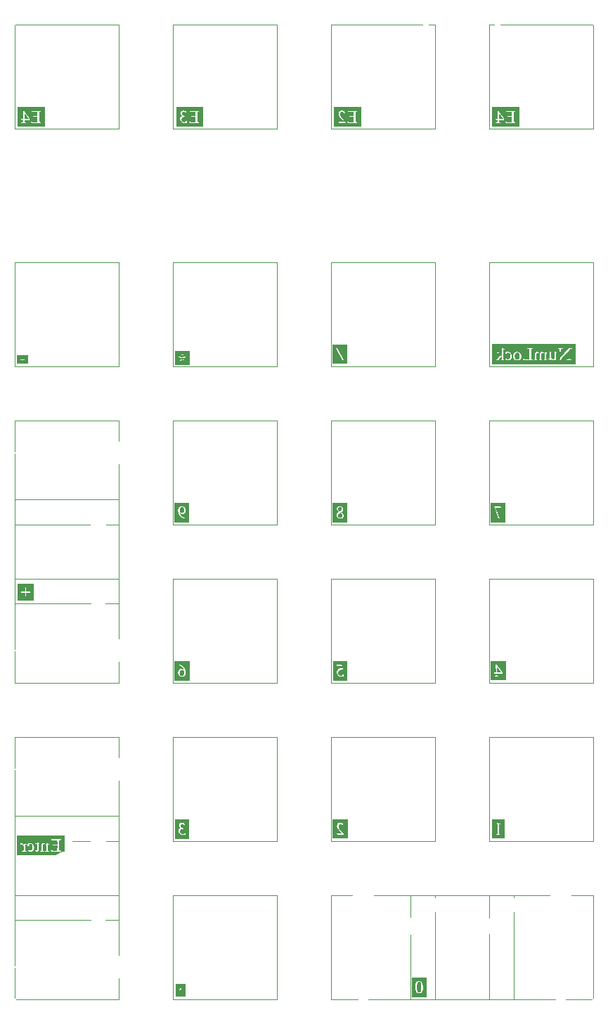
<source format=gbo>
G04 #@! TF.GenerationSoftware,KiCad,Pcbnew,(7.0.0)*
G04 #@! TF.CreationDate,2023-02-27T13:56:59+01:00*
G04 #@! TF.ProjectId,MPad2040_V1,4d506164-3230-4343-905f-56312e6b6963,1.1*
G04 #@! TF.SameCoordinates,Original*
G04 #@! TF.FileFunction,Legend,Bot*
G04 #@! TF.FilePolarity,Positive*
%FSLAX46Y46*%
G04 Gerber Fmt 4.6, Leading zero omitted, Abs format (unit mm)*
G04 Created by KiCad (PCBNEW (7.0.0)) date 2023-02-27 13:56:59*
%MOMM*%
%LPD*%
G01*
G04 APERTURE LIST*
%ADD10C,0.150000*%
%ADD11C,0.120000*%
%ADD12C,0.600000*%
%ADD13O,0.900000X2.000000*%
%ADD14O,0.900000X1.700000*%
%ADD15C,0.800000*%
%ADD16C,5.400000*%
%ADD17C,1.700000*%
%ADD18C,4.000000*%
%ADD19C,2.200000*%
%ADD20C,3.050000*%
G04 APERTURE END LIST*
D10*
G36*
X133727370Y-78466685D02*
G01*
X131987476Y-78466685D01*
X131987476Y-77597653D01*
X132426762Y-77597653D01*
X132443315Y-77599455D01*
X132460736Y-77601472D01*
X132479024Y-77603703D01*
X132498180Y-77606149D01*
X132518202Y-77608809D01*
X132539092Y-77611684D01*
X132560849Y-77614774D01*
X132583474Y-77618078D01*
X132606966Y-77621597D01*
X132631324Y-77625331D01*
X132656551Y-77629280D01*
X132682644Y-77633443D01*
X132709605Y-77637820D01*
X132737433Y-77642413D01*
X132766128Y-77647220D01*
X132780801Y-77649704D01*
X132795690Y-77652242D01*
X132667829Y-77784133D01*
X132531908Y-77914192D01*
X132690544Y-78027399D01*
X132797522Y-77806847D01*
X132804437Y-77793103D01*
X132811627Y-77779164D01*
X132819092Y-77765030D01*
X132826831Y-77750702D01*
X132834846Y-77736179D01*
X132843135Y-77721462D01*
X132851698Y-77706550D01*
X132860537Y-77691443D01*
X132868368Y-77706192D01*
X132876107Y-77720855D01*
X132883755Y-77735432D01*
X132891311Y-77749924D01*
X132898776Y-77764329D01*
X132906149Y-77778649D01*
X132913431Y-77792883D01*
X132920621Y-77807031D01*
X132927719Y-77821093D01*
X132934726Y-77835069D01*
X132941641Y-77848959D01*
X132948464Y-77862764D01*
X132955196Y-77876482D01*
X132961837Y-77890115D01*
X132968385Y-77903662D01*
X132974842Y-77917123D01*
X133028332Y-78027399D01*
X133189166Y-77914925D01*
X132919155Y-77655539D01*
X132938612Y-77651203D01*
X132957143Y-77647124D01*
X132974745Y-77643303D01*
X132991420Y-77639740D01*
X133007168Y-77636434D01*
X133021989Y-77633385D01*
X133040307Y-77629722D01*
X133056977Y-77626516D01*
X133071998Y-77623768D01*
X133078890Y-77622566D01*
X133288084Y-77592158D01*
X133228367Y-77410075D01*
X133211611Y-77419874D01*
X133194318Y-77429761D01*
X133176486Y-77439738D01*
X133158116Y-77449803D01*
X133139208Y-77459956D01*
X133119762Y-77470199D01*
X133099778Y-77480530D01*
X133079256Y-77490950D01*
X133058196Y-77501459D01*
X133036598Y-77512056D01*
X133014461Y-77522742D01*
X132991787Y-77533517D01*
X132968574Y-77544380D01*
X132944824Y-77555333D01*
X132920535Y-77566374D01*
X132895708Y-77577503D01*
X132918422Y-77432057D01*
X132955425Y-77222496D01*
X132762718Y-77222496D01*
X132765458Y-77237916D01*
X132768137Y-77253078D01*
X132770756Y-77267983D01*
X132773314Y-77282632D01*
X132778247Y-77311158D01*
X132782936Y-77338657D01*
X132787383Y-77365128D01*
X132791586Y-77390572D01*
X132795546Y-77414988D01*
X132799262Y-77438377D01*
X132802736Y-77460738D01*
X132805966Y-77482071D01*
X132808952Y-77502377D01*
X132811696Y-77521656D01*
X132814196Y-77539907D01*
X132816453Y-77557130D01*
X132818466Y-77573326D01*
X132820237Y-77588494D01*
X132562683Y-77458069D01*
X132549519Y-77451347D01*
X132534392Y-77443363D01*
X132519864Y-77435514D01*
X132506655Y-77428266D01*
X132492444Y-77420373D01*
X132486479Y-77417036D01*
X132426762Y-77597653D01*
X131987476Y-77597653D01*
X131987476Y-76783210D01*
X133727370Y-76783210D01*
X133727370Y-78466685D01*
G37*
G36*
X152789826Y-135518661D02*
G01*
X150959074Y-135518661D01*
X150959074Y-134774559D01*
X151398360Y-134774559D01*
X151408764Y-134799063D01*
X151418819Y-134822839D01*
X151428525Y-134845889D01*
X151437881Y-134868211D01*
X151446889Y-134889807D01*
X151455547Y-134910675D01*
X151463856Y-134930817D01*
X151471816Y-134950231D01*
X151479426Y-134968919D01*
X151486688Y-134986879D01*
X151493600Y-135004112D01*
X151500163Y-135020619D01*
X151506377Y-135036398D01*
X151512242Y-135051451D01*
X151517757Y-135065776D01*
X151522923Y-135079375D01*
X151548682Y-135079375D01*
X151574117Y-135079375D01*
X151599229Y-135079375D01*
X151624017Y-135079375D01*
X151648482Y-135079375D01*
X151672623Y-135079375D01*
X151696441Y-135079375D01*
X151719936Y-135079375D01*
X151743107Y-135079375D01*
X151765955Y-135079375D01*
X151788479Y-135079375D01*
X151810680Y-135079375D01*
X151832557Y-135079375D01*
X151854111Y-135079375D01*
X151875342Y-135079375D01*
X151896249Y-135079375D01*
X151915411Y-135079375D01*
X151935805Y-135079375D01*
X151957429Y-135079375D01*
X151980283Y-135079375D01*
X152004369Y-135079375D01*
X152029685Y-135079375D01*
X152056232Y-135079375D01*
X152084010Y-135079375D01*
X152113019Y-135079375D01*
X152127985Y-135079375D01*
X152143258Y-135079375D01*
X152158840Y-135079375D01*
X152174728Y-135079375D01*
X152190925Y-135079375D01*
X152207429Y-135079375D01*
X152224241Y-135079375D01*
X152241361Y-135079375D01*
X152258788Y-135079375D01*
X152276523Y-135079375D01*
X152294566Y-135079375D01*
X152312916Y-135079375D01*
X152331575Y-135079375D01*
X152350540Y-135079375D01*
X152350540Y-135018924D01*
X152331139Y-134998729D01*
X152312091Y-134978856D01*
X152293395Y-134959305D01*
X152275052Y-134940076D01*
X152257062Y-134921169D01*
X152239425Y-134902584D01*
X152222140Y-134884321D01*
X152205208Y-134866379D01*
X152188629Y-134848760D01*
X152172403Y-134831463D01*
X152156529Y-134814488D01*
X152141009Y-134797835D01*
X152125841Y-134781504D01*
X152111025Y-134765495D01*
X152096563Y-134749808D01*
X152082453Y-134734443D01*
X152068696Y-134719399D01*
X152055292Y-134704678D01*
X152042241Y-134690279D01*
X152029542Y-134676202D01*
X152017196Y-134662447D01*
X152005203Y-134649014D01*
X151993563Y-134635903D01*
X151982276Y-134623114D01*
X151971341Y-134610646D01*
X151960759Y-134598501D01*
X151950530Y-134586678D01*
X151940653Y-134575177D01*
X151931129Y-134563998D01*
X151913140Y-134542606D01*
X151904675Y-134532393D01*
X151888349Y-134512390D01*
X151872618Y-134492591D01*
X151857483Y-134472994D01*
X151842943Y-134453601D01*
X151828998Y-134434412D01*
X151815648Y-134415425D01*
X151802894Y-134396642D01*
X151790736Y-134378062D01*
X151779172Y-134359685D01*
X151768204Y-134341511D01*
X151757832Y-134323541D01*
X151748054Y-134305773D01*
X151738872Y-134288209D01*
X151730286Y-134270849D01*
X151722294Y-134253691D01*
X151714898Y-134236737D01*
X151707893Y-134219725D01*
X151701576Y-134202489D01*
X151695949Y-134185027D01*
X151691010Y-134167339D01*
X151686761Y-134149426D01*
X151683201Y-134131288D01*
X151680329Y-134112925D01*
X151678147Y-134094335D01*
X151676654Y-134075521D01*
X151675850Y-134056481D01*
X151675697Y-134043663D01*
X151675955Y-134026972D01*
X151676728Y-134010787D01*
X151678016Y-133995109D01*
X151679819Y-133979938D01*
X151682137Y-133965274D01*
X151686581Y-133944227D01*
X151692184Y-133924320D01*
X151698946Y-133905552D01*
X151706867Y-133887925D01*
X151715947Y-133871438D01*
X151726187Y-133856090D01*
X151737586Y-133841882D01*
X151741643Y-133837400D01*
X151754352Y-133824698D01*
X151767751Y-133813245D01*
X151781838Y-133803042D01*
X151796615Y-133794088D01*
X151812080Y-133786384D01*
X151828235Y-133779929D01*
X151845079Y-133774723D01*
X151862612Y-133770767D01*
X151880834Y-133768060D01*
X151899745Y-133766603D01*
X151912735Y-133766325D01*
X151930281Y-133766876D01*
X151947472Y-133768527D01*
X151964310Y-133771281D01*
X151980793Y-133775135D01*
X151996922Y-133780090D01*
X152012697Y-133786147D01*
X152028117Y-133793305D01*
X152043184Y-133801565D01*
X152057896Y-133810925D01*
X152072254Y-133821387D01*
X152081629Y-133828973D01*
X152095740Y-133841836D01*
X152106330Y-133853099D01*
X152116927Y-133865746D01*
X152127531Y-133879777D01*
X152138141Y-133895194D01*
X152148757Y-133911994D01*
X152159380Y-133930180D01*
X152166465Y-133943073D01*
X152173553Y-133956581D01*
X152180645Y-133970705D01*
X152187739Y-133985444D01*
X152194836Y-134000798D01*
X152268108Y-134000798D01*
X152264180Y-133985291D01*
X152260363Y-133969726D01*
X152256658Y-133954104D01*
X152253065Y-133938425D01*
X152249583Y-133922688D01*
X152246212Y-133906894D01*
X152242954Y-133891043D01*
X152239807Y-133875135D01*
X152236771Y-133859170D01*
X152233848Y-133843147D01*
X152231035Y-133827067D01*
X152228335Y-133810930D01*
X152225746Y-133794735D01*
X152223269Y-133778484D01*
X152220903Y-133762175D01*
X152218649Y-133745809D01*
X152202628Y-133732533D01*
X152186574Y-133719907D01*
X152170488Y-133707932D01*
X152154369Y-133696607D01*
X152138219Y-133685933D01*
X152122036Y-133675909D01*
X152105822Y-133666535D01*
X152089574Y-133657812D01*
X152073295Y-133649740D01*
X152056984Y-133642318D01*
X152046092Y-133637731D01*
X152029733Y-133631380D01*
X152013355Y-133625654D01*
X151996958Y-133620552D01*
X151980541Y-133616076D01*
X151964105Y-133612223D01*
X151947650Y-133608996D01*
X151931175Y-133606393D01*
X151914681Y-133604415D01*
X151898168Y-133603061D01*
X151881636Y-133602333D01*
X151870603Y-133602194D01*
X151850801Y-133602632D01*
X151831238Y-133603945D01*
X151811912Y-133606135D01*
X151792825Y-133609200D01*
X151773976Y-133613142D01*
X151755366Y-133617959D01*
X151736994Y-133623652D01*
X151718860Y-133630221D01*
X151700964Y-133637665D01*
X151683307Y-133645986D01*
X151671667Y-133652019D01*
X151654687Y-133661650D01*
X151638506Y-133671996D01*
X151623123Y-133683057D01*
X151608538Y-133694832D01*
X151594752Y-133707323D01*
X151581765Y-133720528D01*
X151569576Y-133734448D01*
X151558186Y-133749083D01*
X151547594Y-133764433D01*
X151537801Y-133780497D01*
X151531716Y-133791604D01*
X151523205Y-133808598D01*
X151515530Y-133825921D01*
X151508693Y-133843572D01*
X151502693Y-133861551D01*
X151497531Y-133879859D01*
X151493205Y-133898495D01*
X151489717Y-133917460D01*
X151487066Y-133936753D01*
X151485252Y-133956375D01*
X151484275Y-133976325D01*
X151484089Y-133989807D01*
X151484404Y-134008127D01*
X151485351Y-134026266D01*
X151486929Y-134044225D01*
X151489138Y-134062004D01*
X151491978Y-134079602D01*
X151495449Y-134097020D01*
X151499551Y-134114258D01*
X151504285Y-134131315D01*
X151509649Y-134148192D01*
X151515645Y-134164889D01*
X151519993Y-134175920D01*
X151525909Y-134190317D01*
X151532300Y-134204840D01*
X151539167Y-134219489D01*
X151546508Y-134234264D01*
X151554325Y-134249164D01*
X151562617Y-134264191D01*
X151571384Y-134279344D01*
X151580626Y-134294622D01*
X151590343Y-134310027D01*
X151600535Y-134325557D01*
X151611203Y-134341213D01*
X151622346Y-134356996D01*
X151633963Y-134372904D01*
X151646056Y-134388938D01*
X151658624Y-134405098D01*
X151671667Y-134421384D01*
X151685857Y-134438641D01*
X151701864Y-134457712D01*
X151719688Y-134478597D01*
X151729282Y-134489721D01*
X151739330Y-134501297D01*
X151749833Y-134513328D01*
X151760790Y-134525812D01*
X151772201Y-134538750D01*
X151784067Y-134552142D01*
X151796387Y-134565987D01*
X151809161Y-134580286D01*
X151822390Y-134595039D01*
X151836073Y-134610245D01*
X151850211Y-134625905D01*
X151864803Y-134642019D01*
X151879849Y-134658586D01*
X151895350Y-134675607D01*
X151911305Y-134693081D01*
X151927714Y-134711010D01*
X151944578Y-134729391D01*
X151961897Y-134748227D01*
X151979669Y-134767516D01*
X151997896Y-134787259D01*
X152016577Y-134807456D01*
X152035713Y-134828106D01*
X152055303Y-134849210D01*
X152075348Y-134870767D01*
X152095847Y-134892778D01*
X152116800Y-134915243D01*
X151684856Y-134915243D01*
X151667831Y-134915086D01*
X151651927Y-134914612D01*
X151637143Y-134913823D01*
X151619173Y-134912281D01*
X151603197Y-134910177D01*
X151586027Y-134906758D01*
X151571970Y-134902463D01*
X151561025Y-134897291D01*
X151549236Y-134888168D01*
X151538821Y-134877122D01*
X151527869Y-134862945D01*
X151518722Y-134849349D01*
X151509231Y-134833750D01*
X151501887Y-134820736D01*
X151494350Y-134806595D01*
X151489218Y-134796541D01*
X151481441Y-134783160D01*
X151476762Y-134774559D01*
X151398360Y-134774559D01*
X150959074Y-134774559D01*
X150959074Y-133162908D01*
X152789826Y-133162908D01*
X152789826Y-135518661D01*
G37*
G36*
X151911752Y-96296234D02*
G01*
X151925655Y-96306329D01*
X151939057Y-96316498D01*
X151951959Y-96326742D01*
X151964359Y-96337061D01*
X151976259Y-96347453D01*
X151987658Y-96357921D01*
X151998556Y-96368462D01*
X152008953Y-96379078D01*
X152023609Y-96395142D01*
X152037139Y-96411372D01*
X152049541Y-96427771D01*
X152060816Y-96444337D01*
X152067707Y-96455474D01*
X152077201Y-96472205D01*
X152085761Y-96489013D01*
X152093387Y-96505899D01*
X152100079Y-96522862D01*
X152105837Y-96539902D01*
X152110662Y-96557019D01*
X152114553Y-96574214D01*
X152117510Y-96591486D01*
X152119533Y-96608836D01*
X152120622Y-96626262D01*
X152120830Y-96637923D01*
X152120128Y-96658850D01*
X152118022Y-96679178D01*
X152114512Y-96698907D01*
X152109599Y-96718037D01*
X152103281Y-96736568D01*
X152095559Y-96754500D01*
X152086434Y-96771833D01*
X152075905Y-96788567D01*
X152063971Y-96804703D01*
X152050634Y-96820239D01*
X152040963Y-96830264D01*
X152025675Y-96844341D01*
X152009763Y-96857033D01*
X151993226Y-96868341D01*
X151976065Y-96878264D01*
X151958278Y-96886802D01*
X151939867Y-96893956D01*
X151920832Y-96899725D01*
X151901172Y-96904110D01*
X151880887Y-96907110D01*
X151859977Y-96908725D01*
X151845690Y-96909033D01*
X151826088Y-96908414D01*
X151807123Y-96906560D01*
X151788796Y-96903468D01*
X151771107Y-96899141D01*
X151754055Y-96893577D01*
X151737640Y-96886776D01*
X151721863Y-96878739D01*
X151706724Y-96869465D01*
X151692222Y-96858955D01*
X151678358Y-96847209D01*
X151669469Y-96838691D01*
X151656964Y-96825218D01*
X151645688Y-96811179D01*
X151635643Y-96796573D01*
X151626828Y-96781400D01*
X151619243Y-96765661D01*
X151612887Y-96749355D01*
X151607762Y-96732482D01*
X151603867Y-96715043D01*
X151601202Y-96697036D01*
X151599767Y-96678463D01*
X151599494Y-96665767D01*
X151599986Y-96649286D01*
X151601463Y-96633000D01*
X151603924Y-96616909D01*
X151607370Y-96601012D01*
X151611801Y-96585310D01*
X151617216Y-96569802D01*
X151623616Y-96554489D01*
X151631001Y-96539371D01*
X151639462Y-96524218D01*
X151649273Y-96508802D01*
X151660436Y-96493123D01*
X151669695Y-96481191D01*
X151679713Y-96469111D01*
X151690491Y-96456882D01*
X151702030Y-96444506D01*
X151714328Y-96431981D01*
X151727386Y-96419308D01*
X151736514Y-96410777D01*
X151750487Y-96398172D01*
X151762117Y-96388162D01*
X151774732Y-96377676D01*
X151788332Y-96366713D01*
X151802917Y-96355273D01*
X151818488Y-96343357D01*
X151835044Y-96330964D01*
X151852586Y-96318095D01*
X151864828Y-96309251D01*
X151877507Y-96300195D01*
X151890625Y-96290927D01*
X151897348Y-96286213D01*
X151911752Y-96296234D01*
G37*
G36*
X151867573Y-95596495D02*
G01*
X151886511Y-95598031D01*
X151904702Y-95600591D01*
X151922146Y-95604175D01*
X151938843Y-95608783D01*
X151954792Y-95614414D01*
X151969995Y-95621070D01*
X151984451Y-95628750D01*
X151998159Y-95637453D01*
X152011121Y-95647181D01*
X152019347Y-95654235D01*
X152030870Y-95665405D01*
X152041260Y-95677071D01*
X152050517Y-95689233D01*
X152058640Y-95701891D01*
X152065629Y-95715045D01*
X152071485Y-95728694D01*
X152076208Y-95742840D01*
X152079797Y-95757481D01*
X152082253Y-95772618D01*
X152083575Y-95788251D01*
X152083827Y-95798949D01*
X152083299Y-95816671D01*
X152081716Y-95833660D01*
X152079078Y-95849916D01*
X152075384Y-95865438D01*
X152070634Y-95880227D01*
X152064829Y-95894282D01*
X152062212Y-95899699D01*
X152054652Y-95913237D01*
X152045482Y-95927062D01*
X152034702Y-95941173D01*
X152024919Y-95952667D01*
X152014106Y-95964345D01*
X152002262Y-95976206D01*
X151989387Y-95988250D01*
X151986008Y-95991290D01*
X151971302Y-96003987D01*
X151959002Y-96014186D01*
X151945615Y-96024964D01*
X151931139Y-96036322D01*
X151915574Y-96048260D01*
X151898922Y-96060777D01*
X151881180Y-96073874D01*
X151868748Y-96082927D01*
X151855833Y-96092238D01*
X151842433Y-96101806D01*
X151828550Y-96111632D01*
X151814183Y-96121716D01*
X151799850Y-96111818D01*
X151786070Y-96102001D01*
X151772843Y-96092263D01*
X151760167Y-96082606D01*
X151748044Y-96073029D01*
X151736474Y-96063533D01*
X151720154Y-96049438D01*
X151705077Y-96035523D01*
X151691242Y-96021788D01*
X151678651Y-96008234D01*
X151667303Y-95994861D01*
X151657197Y-95981667D01*
X151651151Y-95972972D01*
X151642836Y-95959905D01*
X151635339Y-95946671D01*
X151628659Y-95933269D01*
X151622798Y-95919700D01*
X151616255Y-95901348D01*
X151611166Y-95882697D01*
X151607531Y-95863750D01*
X151605350Y-95844504D01*
X151604623Y-95824961D01*
X151605215Y-95806457D01*
X151606993Y-95788592D01*
X151609955Y-95771364D01*
X151614102Y-95754773D01*
X151619435Y-95738820D01*
X151625952Y-95723505D01*
X151633654Y-95708827D01*
X151642541Y-95694787D01*
X151652614Y-95681384D01*
X151663871Y-95668619D01*
X151672034Y-95660463D01*
X151685034Y-95648940D01*
X151698755Y-95638550D01*
X151713198Y-95629294D01*
X151728362Y-95621171D01*
X151744248Y-95614181D01*
X151760854Y-95608325D01*
X151778182Y-95603602D01*
X151796231Y-95600013D01*
X151815002Y-95597557D01*
X151834493Y-95596235D01*
X151847889Y-95595983D01*
X151867573Y-95596495D01*
G37*
G36*
X152731941Y-97442108D02*
G01*
X150982887Y-97442108D01*
X150982887Y-96589929D01*
X151422173Y-96589929D01*
X151422677Y-96610902D01*
X151424188Y-96631506D01*
X151426707Y-96651740D01*
X151429197Y-96665767D01*
X151430233Y-96671606D01*
X151434767Y-96691102D01*
X151440308Y-96710228D01*
X151446857Y-96728986D01*
X151454413Y-96747374D01*
X151462977Y-96765393D01*
X151472548Y-96783043D01*
X151483127Y-96800324D01*
X151494713Y-96817235D01*
X151507307Y-96833778D01*
X151520908Y-96849951D01*
X151535517Y-96865754D01*
X151551133Y-96881189D01*
X151567523Y-96895918D01*
X151584541Y-96909697D01*
X151602190Y-96922525D01*
X151620468Y-96934403D01*
X151639376Y-96945331D01*
X151658913Y-96955309D01*
X151679080Y-96964336D01*
X151699877Y-96972414D01*
X151721304Y-96979541D01*
X151743360Y-96985717D01*
X151766046Y-96990944D01*
X151789362Y-96995220D01*
X151813307Y-96998546D01*
X151837882Y-97000921D01*
X151863087Y-97002347D01*
X151888921Y-97002822D01*
X151912669Y-97002440D01*
X151935736Y-97001293D01*
X151958121Y-96999383D01*
X151979825Y-96996708D01*
X152000848Y-96993269D01*
X152021190Y-96989066D01*
X152040851Y-96984099D01*
X152059830Y-96978367D01*
X152078128Y-96971871D01*
X152095745Y-96964611D01*
X152112681Y-96956587D01*
X152128936Y-96947798D01*
X152144509Y-96938246D01*
X152159401Y-96927929D01*
X152173612Y-96916848D01*
X152187142Y-96905003D01*
X152199919Y-96892576D01*
X152211871Y-96879752D01*
X152223000Y-96866530D01*
X152233304Y-96852910D01*
X152242783Y-96838892D01*
X152251439Y-96824477D01*
X152259270Y-96809663D01*
X152266277Y-96794452D01*
X152272459Y-96778843D01*
X152277817Y-96762836D01*
X152282351Y-96746431D01*
X152286060Y-96729629D01*
X152288945Y-96712428D01*
X152291006Y-96694830D01*
X152292243Y-96676833D01*
X152292655Y-96658439D01*
X152292130Y-96637871D01*
X152290555Y-96617657D01*
X152287931Y-96597797D01*
X152284257Y-96578291D01*
X152279533Y-96559140D01*
X152273760Y-96540343D01*
X152266937Y-96521900D01*
X152259064Y-96503811D01*
X152250141Y-96486076D01*
X152240169Y-96468696D01*
X152232937Y-96457305D01*
X152220530Y-96439883D01*
X152210913Y-96427839D01*
X152200219Y-96415451D01*
X152188450Y-96402720D01*
X152175604Y-96389645D01*
X152161682Y-96376227D01*
X152146684Y-96362466D01*
X152130610Y-96348361D01*
X152113460Y-96333912D01*
X152095233Y-96319120D01*
X152075930Y-96303985D01*
X152055551Y-96288506D01*
X152034096Y-96272684D01*
X152011565Y-96256518D01*
X151987957Y-96240008D01*
X151975750Y-96231625D01*
X151997641Y-96216203D01*
X152018528Y-96201171D01*
X152038411Y-96186528D01*
X152057289Y-96172274D01*
X152075162Y-96158409D01*
X152092030Y-96144934D01*
X152107894Y-96131848D01*
X152122753Y-96119151D01*
X152136608Y-96106844D01*
X152149458Y-96094925D01*
X152161303Y-96083396D01*
X152172144Y-96072257D01*
X152186521Y-96056277D01*
X152198638Y-96041173D01*
X152205460Y-96031590D01*
X152214430Y-96017288D01*
X152222517Y-96002683D01*
X152229723Y-95987776D01*
X152236046Y-95972565D01*
X152241486Y-95957053D01*
X152246045Y-95941237D01*
X152249721Y-95925119D01*
X152252515Y-95908698D01*
X152254427Y-95891974D01*
X152255456Y-95874948D01*
X152255652Y-95863429D01*
X152255185Y-95845396D01*
X152253786Y-95827657D01*
X152251453Y-95810213D01*
X152248187Y-95793064D01*
X152243988Y-95776210D01*
X152238856Y-95759651D01*
X152232791Y-95743386D01*
X152225793Y-95727416D01*
X152217862Y-95711741D01*
X152208998Y-95696361D01*
X152199200Y-95681276D01*
X152188470Y-95666485D01*
X152176806Y-95651990D01*
X152164210Y-95637789D01*
X152150680Y-95623883D01*
X152136217Y-95610271D01*
X152120989Y-95597184D01*
X152105162Y-95584941D01*
X152088737Y-95573542D01*
X152071714Y-95562987D01*
X152054093Y-95553277D01*
X152035873Y-95544412D01*
X152017056Y-95536390D01*
X151997640Y-95529213D01*
X151977626Y-95522880D01*
X151957014Y-95517392D01*
X151935803Y-95512748D01*
X151913994Y-95508949D01*
X151891588Y-95505993D01*
X151868582Y-95503882D01*
X151844979Y-95502616D01*
X151820778Y-95502194D01*
X151799069Y-95502523D01*
X151777999Y-95503510D01*
X151757567Y-95505156D01*
X151737773Y-95507460D01*
X151718618Y-95510423D01*
X151700101Y-95514043D01*
X151682222Y-95518322D01*
X151664981Y-95523260D01*
X151648379Y-95528855D01*
X151632415Y-95535109D01*
X151617089Y-95542022D01*
X151602402Y-95549592D01*
X151588352Y-95557821D01*
X151574941Y-95566708D01*
X151562169Y-95576254D01*
X151550034Y-95586458D01*
X151538544Y-95597154D01*
X151527795Y-95608176D01*
X151517787Y-95619525D01*
X151508521Y-95631200D01*
X151499996Y-95643201D01*
X151488598Y-95661815D01*
X151478868Y-95681163D01*
X151470806Y-95701245D01*
X151464412Y-95722061D01*
X151461077Y-95736346D01*
X151458482Y-95750958D01*
X151456629Y-95765896D01*
X151455517Y-95781160D01*
X151455146Y-95796751D01*
X151455690Y-95815067D01*
X151456581Y-95824961D01*
X151457323Y-95833197D01*
X151460044Y-95851140D01*
X151463853Y-95868896D01*
X151468751Y-95886465D01*
X151474737Y-95903848D01*
X151481811Y-95921044D01*
X151489974Y-95938053D01*
X151499225Y-95954875D01*
X151509564Y-95971511D01*
X151517062Y-95982497D01*
X151529443Y-95999020D01*
X151543504Y-96015891D01*
X151553813Y-96027331D01*
X151564868Y-96038926D01*
X151576670Y-96050675D01*
X151589220Y-96062579D01*
X151602516Y-96074638D01*
X151616560Y-96086851D01*
X151631350Y-96099219D01*
X151646888Y-96111741D01*
X151663172Y-96124418D01*
X151680204Y-96137249D01*
X151697983Y-96150235D01*
X151716508Y-96163375D01*
X151735781Y-96176670D01*
X151719797Y-96187889D01*
X151704360Y-96198830D01*
X151689469Y-96209493D01*
X151675125Y-96219878D01*
X151661328Y-96229986D01*
X151648077Y-96239817D01*
X151635373Y-96249369D01*
X151623216Y-96258644D01*
X151611605Y-96267642D01*
X151595214Y-96280617D01*
X151580053Y-96292968D01*
X151566123Y-96304694D01*
X151553422Y-96315796D01*
X151545638Y-96322850D01*
X151534558Y-96333228D01*
X151523987Y-96343754D01*
X151513924Y-96354428D01*
X151501299Y-96368891D01*
X151489578Y-96383617D01*
X151478762Y-96398607D01*
X151468850Y-96413859D01*
X151459843Y-96429376D01*
X151453681Y-96441185D01*
X151446296Y-96457294D01*
X151439896Y-96474112D01*
X151434481Y-96491641D01*
X151430050Y-96509879D01*
X151426604Y-96528827D01*
X151424666Y-96543503D01*
X151423281Y-96558579D01*
X151422450Y-96574055D01*
X151422173Y-96589929D01*
X150982887Y-96589929D01*
X150982887Y-95062908D01*
X152731941Y-95062908D01*
X152731941Y-97442108D01*
G37*
G36*
X114992912Y-106826424D02*
G01*
X112993265Y-106826424D01*
X112993265Y-105894744D01*
X113432551Y-105894744D01*
X113924945Y-105894744D01*
X113924945Y-106387138D01*
X114061232Y-106387138D01*
X114061232Y-105894744D01*
X114553626Y-105894744D01*
X114553626Y-105754060D01*
X114061232Y-105754060D01*
X114061232Y-105261667D01*
X113924945Y-105261667D01*
X113924945Y-105754060D01*
X113432551Y-105754060D01*
X113432551Y-105894744D01*
X112993265Y-105894744D01*
X112993265Y-104822381D01*
X114992912Y-104822381D01*
X114992912Y-106826424D01*
G37*
G36*
X173228201Y-77015270D02*
G01*
X173243152Y-77016292D01*
X173257751Y-77017995D01*
X173278989Y-77021827D01*
X173299435Y-77027191D01*
X173319089Y-77034088D01*
X173337950Y-77042518D01*
X173356020Y-77052481D01*
X173373297Y-77063976D01*
X173389783Y-77077004D01*
X173405476Y-77091565D01*
X173415498Y-77102124D01*
X173425036Y-77113334D01*
X173433959Y-77125256D01*
X173442267Y-77137892D01*
X173449959Y-77151240D01*
X173457036Y-77165300D01*
X173463497Y-77180074D01*
X173469344Y-77195560D01*
X173474574Y-77211758D01*
X173479190Y-77228670D01*
X173483190Y-77246294D01*
X173486574Y-77264631D01*
X173489343Y-77283680D01*
X173491497Y-77303443D01*
X173493036Y-77323917D01*
X173493959Y-77345105D01*
X173494266Y-77367005D01*
X173494182Y-77387049D01*
X173493929Y-77406424D01*
X173493506Y-77425128D01*
X173492915Y-77443163D01*
X173492155Y-77460528D01*
X173491227Y-77477224D01*
X173490129Y-77493249D01*
X173488862Y-77508605D01*
X173487427Y-77523291D01*
X173484957Y-77544064D01*
X173482108Y-77563331D01*
X173478878Y-77581090D01*
X173475268Y-77597343D01*
X173472651Y-77607340D01*
X173468237Y-77622761D01*
X173463515Y-77637697D01*
X173458483Y-77652150D01*
X173453142Y-77666119D01*
X173444551Y-77686166D01*
X173435265Y-77705124D01*
X173425283Y-77722994D01*
X173414605Y-77739775D01*
X173403232Y-77755468D01*
X173391163Y-77770073D01*
X173378399Y-77783590D01*
X173364940Y-77796018D01*
X173350920Y-77807279D01*
X173336475Y-77817433D01*
X173321605Y-77826479D01*
X173306310Y-77834417D01*
X173290590Y-77841248D01*
X173274445Y-77846971D01*
X173257875Y-77851586D01*
X173240880Y-77855094D01*
X173223459Y-77857494D01*
X173205614Y-77858786D01*
X173193481Y-77859033D01*
X173177813Y-77858670D01*
X173162501Y-77857584D01*
X173147543Y-77855774D01*
X173132940Y-77853239D01*
X173111700Y-77848080D01*
X173091260Y-77841291D01*
X173071618Y-77832873D01*
X173052774Y-77822825D01*
X173034730Y-77811149D01*
X173017483Y-77797843D01*
X173006429Y-77788067D01*
X172995730Y-77777567D01*
X172985386Y-77766342D01*
X172975537Y-77754270D01*
X172966324Y-77741315D01*
X172957746Y-77727479D01*
X172949803Y-77712762D01*
X172942496Y-77697163D01*
X172935824Y-77680682D01*
X172929788Y-77663320D01*
X172924387Y-77645076D01*
X172919621Y-77625950D01*
X172915491Y-77605944D01*
X172911996Y-77585055D01*
X172909137Y-77563285D01*
X172906913Y-77540633D01*
X172905324Y-77517100D01*
X172904371Y-77492685D01*
X172904053Y-77467389D01*
X172904414Y-77439007D01*
X172905496Y-77411564D01*
X172907299Y-77385060D01*
X172909824Y-77359495D01*
X172913069Y-77334868D01*
X172917037Y-77311181D01*
X172921725Y-77288432D01*
X172927134Y-77266622D01*
X172933265Y-77245750D01*
X172940117Y-77225818D01*
X172947691Y-77206824D01*
X172955986Y-77188769D01*
X172965002Y-77171653D01*
X172974739Y-77155476D01*
X172985197Y-77140237D01*
X172996377Y-77125938D01*
X173007999Y-77112495D01*
X173019876Y-77099920D01*
X173032008Y-77088212D01*
X173044394Y-77077371D01*
X173057035Y-77067398D01*
X173069931Y-77058292D01*
X173083081Y-77050053D01*
X173096486Y-77042681D01*
X173110146Y-77036177D01*
X173124061Y-77030540D01*
X173138230Y-77025770D01*
X173152655Y-77021867D01*
X173167333Y-77018832D01*
X173182267Y-77016664D01*
X173197455Y-77015363D01*
X173212899Y-77014929D01*
X173228201Y-77015270D01*
G37*
G36*
X180224760Y-78399435D02*
G01*
X170157772Y-78399435D01*
X170157772Y-77929375D01*
X170597058Y-77929375D01*
X170614471Y-77929375D01*
X170631359Y-77929375D01*
X170647719Y-77929375D01*
X170663553Y-77929375D01*
X170678860Y-77929375D01*
X170693640Y-77929375D01*
X170714824Y-77929375D01*
X170734822Y-77929375D01*
X170753635Y-77929375D01*
X170771264Y-77929375D01*
X170787707Y-77929375D01*
X170802966Y-77929375D01*
X170812480Y-77929375D01*
X170827793Y-77929375D01*
X170847903Y-77929375D01*
X170866133Y-77929375D01*
X170887062Y-77929375D01*
X170902514Y-77929375D01*
X170919165Y-77929375D01*
X170937015Y-77929375D01*
X170956065Y-77929375D01*
X170976313Y-77929375D01*
X170997761Y-77929375D01*
X171020409Y-77929375D01*
X171044255Y-77929375D01*
X171069301Y-77929375D01*
X171069301Y-77882480D01*
X171053616Y-77878959D01*
X171037817Y-77875113D01*
X171023551Y-77871145D01*
X171009538Y-77865650D01*
X171008485Y-77864894D01*
X170999890Y-77852600D01*
X170998959Y-77846210D01*
X171002251Y-77831756D01*
X171007386Y-77822396D01*
X171016429Y-77809283D01*
X171027290Y-77794850D01*
X171038618Y-77780264D01*
X171048655Y-77767552D01*
X171060012Y-77753319D01*
X171072689Y-77737567D01*
X171086686Y-77720295D01*
X171096751Y-77707936D01*
X171107403Y-77694901D01*
X171336014Y-77411702D01*
X171336008Y-77429934D01*
X171335990Y-77447721D01*
X171335960Y-77465063D01*
X171335917Y-77481958D01*
X171335862Y-77498407D01*
X171335795Y-77514411D01*
X171335716Y-77529969D01*
X171335625Y-77545081D01*
X171335522Y-77559748D01*
X171335278Y-77587743D01*
X171334987Y-77613955D01*
X171334646Y-77638384D01*
X171334257Y-77661030D01*
X171333819Y-77681893D01*
X171333332Y-77700972D01*
X171332797Y-77718269D01*
X171332213Y-77733782D01*
X171331246Y-77753709D01*
X171330169Y-77769623D01*
X171329786Y-77774036D01*
X171327750Y-77790598D01*
X171324206Y-77805021D01*
X171318310Y-77818886D01*
X171309323Y-77831144D01*
X171308171Y-77832288D01*
X171294661Y-77841401D01*
X171279059Y-77848417D01*
X171262476Y-77854381D01*
X171246866Y-77859229D01*
X171229171Y-77864147D01*
X171214533Y-77867880D01*
X171204123Y-77870390D01*
X171189384Y-77873799D01*
X171175001Y-77877821D01*
X171159793Y-77882480D01*
X171159793Y-77929375D01*
X171178950Y-77929375D01*
X171197494Y-77929375D01*
X171215426Y-77929375D01*
X171232745Y-77929375D01*
X171249452Y-77929375D01*
X171265547Y-77929375D01*
X171281028Y-77929375D01*
X171295898Y-77929375D01*
X171317053Y-77929375D01*
X171336830Y-77929375D01*
X171355229Y-77929375D01*
X171372250Y-77929375D01*
X171387893Y-77929375D01*
X171392801Y-77929375D01*
X171408446Y-77929375D01*
X171423523Y-77929375D01*
X171441466Y-77929375D01*
X171462274Y-77929375D01*
X171477739Y-77929375D01*
X171494477Y-77929375D01*
X171512489Y-77929375D01*
X171531775Y-77929375D01*
X171552334Y-77929375D01*
X171574167Y-77929375D01*
X171597274Y-77929375D01*
X171621654Y-77929375D01*
X171647308Y-77929375D01*
X171660613Y-77929375D01*
X171660613Y-77882480D01*
X171645690Y-77879444D01*
X171624871Y-77875015D01*
X171605933Y-77870733D01*
X171588876Y-77866600D01*
X171573699Y-77862615D01*
X171556388Y-77857531D01*
X171542421Y-77852711D01*
X171527737Y-77845975D01*
X171522127Y-77841813D01*
X171514016Y-77827037D01*
X171509671Y-77810842D01*
X171506700Y-77793471D01*
X171504748Y-77777036D01*
X171503174Y-77758345D01*
X171503082Y-77756817D01*
X171730589Y-77756817D01*
X171750616Y-77771874D01*
X171770213Y-77786361D01*
X171789382Y-77800278D01*
X171808121Y-77813626D01*
X171826430Y-77826405D01*
X171844310Y-77838613D01*
X171861761Y-77850253D01*
X171878783Y-77861322D01*
X171895375Y-77871822D01*
X171911538Y-77881753D01*
X171927272Y-77891114D01*
X171942576Y-77899905D01*
X171957451Y-77908127D01*
X171971897Y-77915779D01*
X171985913Y-77922862D01*
X171999500Y-77929375D01*
X172016198Y-77936129D01*
X172030354Y-77940709D01*
X172045221Y-77944556D01*
X172060797Y-77947670D01*
X172077083Y-77950051D01*
X172094079Y-77951700D01*
X172111784Y-77952616D01*
X172125529Y-77952822D01*
X172147792Y-77952417D01*
X172169516Y-77951202D01*
X172190702Y-77949177D01*
X172211350Y-77946342D01*
X172231460Y-77942697D01*
X172251032Y-77938242D01*
X172270066Y-77932977D01*
X172288562Y-77926902D01*
X172306519Y-77920016D01*
X172323939Y-77912321D01*
X172340820Y-77903816D01*
X172357163Y-77894501D01*
X172372968Y-77884376D01*
X172388235Y-77873441D01*
X172402964Y-77861696D01*
X172417155Y-77849141D01*
X172434990Y-77831588D01*
X172451674Y-77813277D01*
X172467207Y-77794208D01*
X172481590Y-77774380D01*
X172494822Y-77753793D01*
X172506903Y-77732448D01*
X172517834Y-77710344D01*
X172527614Y-77687482D01*
X172536244Y-77663862D01*
X172543723Y-77639483D01*
X172550051Y-77614346D01*
X172555229Y-77588450D01*
X172559256Y-77561795D01*
X172562133Y-77534382D01*
X172563859Y-77506211D01*
X172564434Y-77477281D01*
X172564283Y-77462184D01*
X172563830Y-77447256D01*
X172563075Y-77432497D01*
X172561282Y-77410969D01*
X172708049Y-77410969D01*
X172708188Y-77426506D01*
X172708607Y-77441840D01*
X172709304Y-77456969D01*
X172709986Y-77467389D01*
X172710281Y-77471894D01*
X172711537Y-77486616D01*
X172714886Y-77515447D01*
X172719351Y-77543462D01*
X172724932Y-77570662D01*
X172731630Y-77597046D01*
X172739444Y-77622614D01*
X172748374Y-77647367D01*
X172758420Y-77671303D01*
X172769583Y-77694424D01*
X172781862Y-77716730D01*
X172795257Y-77738219D01*
X172809768Y-77758893D01*
X172825396Y-77778751D01*
X172842140Y-77797794D01*
X172850931Y-77807009D01*
X172869074Y-77824666D01*
X172887876Y-77841184D01*
X172907336Y-77856562D01*
X172927455Y-77870802D01*
X172948232Y-77883902D01*
X172969667Y-77895864D01*
X172991761Y-77906686D01*
X173014512Y-77916369D01*
X173037922Y-77924912D01*
X173061991Y-77932317D01*
X173086718Y-77938582D01*
X173112103Y-77943709D01*
X173138146Y-77947696D01*
X173164848Y-77950543D01*
X173192208Y-77952252D01*
X173220226Y-77952822D01*
X173247294Y-77952314D01*
X173273635Y-77950790D01*
X173299249Y-77948249D01*
X173324136Y-77944693D01*
X173348296Y-77940121D01*
X173371729Y-77934532D01*
X173394435Y-77927928D01*
X173416414Y-77920307D01*
X173437666Y-77911670D01*
X173458191Y-77902017D01*
X173477989Y-77891348D01*
X173497060Y-77879663D01*
X173515404Y-77866962D01*
X173533021Y-77853245D01*
X173549911Y-77838512D01*
X173566074Y-77822762D01*
X173581335Y-77806080D01*
X173595612Y-77788548D01*
X173608904Y-77770165D01*
X173621212Y-77750932D01*
X173632535Y-77730849D01*
X173642873Y-77709917D01*
X173652227Y-77688134D01*
X173660596Y-77665501D01*
X173667980Y-77642018D01*
X173674380Y-77617684D01*
X173679795Y-77592501D01*
X173684226Y-77566468D01*
X173685796Y-77554217D01*
X173807141Y-77554217D01*
X173889573Y-77771105D01*
X173895120Y-77786721D01*
X173900954Y-77803528D01*
X173907073Y-77821526D01*
X173911850Y-77835806D01*
X173916789Y-77850755D01*
X173921888Y-77866374D01*
X173927149Y-77882663D01*
X173932570Y-77899622D01*
X173938152Y-77917250D01*
X173941963Y-77929375D01*
X173968531Y-77929375D01*
X173994883Y-77929375D01*
X174021019Y-77929375D01*
X174046938Y-77929375D01*
X174072642Y-77929375D01*
X174098129Y-77929375D01*
X174123400Y-77929375D01*
X174148456Y-77929375D01*
X174173295Y-77929375D01*
X174197918Y-77929375D01*
X174222324Y-77929375D01*
X174246515Y-77929375D01*
X174270490Y-77929375D01*
X174294248Y-77929375D01*
X174317791Y-77929375D01*
X174341117Y-77929375D01*
X174364228Y-77929375D01*
X174387122Y-77929375D01*
X174409800Y-77929375D01*
X174432262Y-77929375D01*
X174454508Y-77929375D01*
X174476538Y-77929375D01*
X174498351Y-77929375D01*
X174519949Y-77929375D01*
X174541330Y-77929375D01*
X174562496Y-77929375D01*
X174583445Y-77929375D01*
X174604178Y-77929375D01*
X174624695Y-77929375D01*
X174644996Y-77929375D01*
X174665081Y-77929375D01*
X174684950Y-77929375D01*
X174712805Y-77929375D01*
X174740409Y-77929375D01*
X174767760Y-77929375D01*
X174794859Y-77929375D01*
X174821707Y-77929375D01*
X174848303Y-77929375D01*
X174874647Y-77929375D01*
X174900739Y-77929375D01*
X174926579Y-77929375D01*
X174952167Y-77929375D01*
X174977504Y-77929375D01*
X175002588Y-77929375D01*
X175027421Y-77929375D01*
X175052001Y-77929375D01*
X175076330Y-77929375D01*
X175100407Y-77929375D01*
X175156461Y-77929375D01*
X175172521Y-77929375D01*
X175188277Y-77929375D01*
X175203731Y-77929375D01*
X175218880Y-77929375D01*
X175233727Y-77929375D01*
X175255427Y-77929375D01*
X175276445Y-77929375D01*
X175296781Y-77929375D01*
X175316433Y-77929375D01*
X175335404Y-77929375D01*
X175353691Y-77929375D01*
X175371296Y-77929375D01*
X175377012Y-77929375D01*
X175392893Y-77929375D01*
X175410861Y-77929375D01*
X175430915Y-77929375D01*
X175453056Y-77929375D01*
X175468975Y-77929375D01*
X175485823Y-77929375D01*
X175503597Y-77929375D01*
X175522299Y-77929375D01*
X175541928Y-77929375D01*
X175562484Y-77929375D01*
X175583968Y-77929375D01*
X175606379Y-77929375D01*
X175629718Y-77929375D01*
X175653984Y-77929375D01*
X175653984Y-77882480D01*
X175639719Y-77877903D01*
X175625626Y-77873378D01*
X175624308Y-77872954D01*
X175607621Y-77867977D01*
X175592319Y-77863213D01*
X175574069Y-77857191D01*
X175558281Y-77851546D01*
X175542008Y-77845022D01*
X175527556Y-77837973D01*
X175517696Y-77830823D01*
X175510561Y-77817675D01*
X175505973Y-77801239D01*
X175503211Y-77786171D01*
X175500878Y-77768330D01*
X175499321Y-77752061D01*
X175498645Y-77743261D01*
X175497359Y-77724925D01*
X175496155Y-77706276D01*
X175495035Y-77687315D01*
X175493997Y-77668042D01*
X175493042Y-77648458D01*
X175492171Y-77628561D01*
X175491382Y-77608352D01*
X175490677Y-77587831D01*
X175490054Y-77566999D01*
X175489515Y-77545854D01*
X175489058Y-77524397D01*
X175488685Y-77502629D01*
X175488394Y-77480548D01*
X175488187Y-77458156D01*
X175488062Y-77435451D01*
X175488021Y-77412435D01*
X175488079Y-77390659D01*
X175488255Y-77369845D01*
X175488549Y-77349992D01*
X175488960Y-77331102D01*
X175489488Y-77313173D01*
X175490133Y-77296205D01*
X175490896Y-77280200D01*
X175491776Y-77265156D01*
X175493316Y-77244394D01*
X175495120Y-77225795D01*
X175497189Y-77209360D01*
X175500357Y-77190813D01*
X175503042Y-77179427D01*
X175508451Y-77162835D01*
X175515292Y-77147406D01*
X175523564Y-77133139D01*
X175533267Y-77120036D01*
X175544401Y-77108095D01*
X175556966Y-77097317D01*
X175562393Y-77093331D01*
X175576720Y-77084254D01*
X175591995Y-77076716D01*
X175608219Y-77070716D01*
X175625390Y-77066255D01*
X175643510Y-77063332D01*
X175658688Y-77062101D01*
X175670470Y-77061824D01*
X175686926Y-77062297D01*
X175703048Y-77063717D01*
X175718834Y-77066084D01*
X175734286Y-77069397D01*
X175749403Y-77073657D01*
X175764185Y-77078864D01*
X175778632Y-77085018D01*
X175792744Y-77092118D01*
X175806521Y-77100164D01*
X175819964Y-77109158D01*
X175828739Y-77115679D01*
X175841369Y-77126051D01*
X175853156Y-77136970D01*
X175864098Y-77148436D01*
X175874197Y-77160450D01*
X175883453Y-77173012D01*
X175891864Y-77186120D01*
X175899432Y-77199776D01*
X175906157Y-77213980D01*
X175912038Y-77228730D01*
X175917075Y-77244029D01*
X175919964Y-77254532D01*
X175923553Y-77273309D01*
X175925414Y-77289084D01*
X175927056Y-77308240D01*
X175928029Y-77322889D01*
X175928905Y-77339040D01*
X175929684Y-77356695D01*
X175930365Y-77375851D01*
X175930949Y-77396511D01*
X175931435Y-77418673D01*
X175931824Y-77442338D01*
X175932116Y-77467505D01*
X175932311Y-77494176D01*
X175932408Y-77522348D01*
X175932421Y-77536998D01*
X175932404Y-77553703D01*
X175932356Y-77569927D01*
X175932276Y-77585671D01*
X175932163Y-77600935D01*
X175932018Y-77615718D01*
X175931632Y-77643845D01*
X175931116Y-77670052D01*
X175930472Y-77694338D01*
X175929700Y-77716703D01*
X175928798Y-77737148D01*
X175927768Y-77755672D01*
X175926608Y-77772276D01*
X175925320Y-77786959D01*
X175923147Y-77805383D01*
X175919798Y-77823226D01*
X175915934Y-77833387D01*
X175903094Y-77844251D01*
X175887031Y-77851969D01*
X175870047Y-77858117D01*
X175854897Y-77862713D01*
X175837680Y-77867296D01*
X175818395Y-77871866D01*
X175797043Y-77876423D01*
X175781660Y-77879455D01*
X175765358Y-77882480D01*
X175765358Y-77929375D01*
X175782027Y-77929375D01*
X175798509Y-77929375D01*
X175814805Y-77929375D01*
X175830915Y-77929375D01*
X175846839Y-77929375D01*
X175862577Y-77929375D01*
X175878129Y-77929375D01*
X175893494Y-77929375D01*
X175908674Y-77929375D01*
X175923668Y-77929375D01*
X175938476Y-77929375D01*
X175960338Y-77929375D01*
X175981782Y-77929375D01*
X176002808Y-77929375D01*
X176009723Y-77929375D01*
X176031159Y-77929375D01*
X176053013Y-77929375D01*
X176067815Y-77929375D01*
X176082803Y-77929375D01*
X176097977Y-77929375D01*
X176113337Y-77929375D01*
X176128883Y-77929375D01*
X176144616Y-77929375D01*
X176160534Y-77929375D01*
X176176638Y-77929375D01*
X176192928Y-77929375D01*
X176209405Y-77929375D01*
X176226067Y-77929375D01*
X176242916Y-77929375D01*
X176259950Y-77929375D01*
X176259950Y-77882480D01*
X176233206Y-77875153D01*
X176215811Y-77870330D01*
X176199898Y-77865617D01*
X176185466Y-77861014D01*
X176168527Y-77855046D01*
X176154222Y-77849273D01*
X176140043Y-77842330D01*
X176127105Y-77833121D01*
X176124029Y-77829357D01*
X176117458Y-77815219D01*
X176112962Y-77799543D01*
X176109141Y-77779986D01*
X176106718Y-77762770D01*
X176104676Y-77743372D01*
X176103013Y-77721791D01*
X176102116Y-77706190D01*
X176101387Y-77689619D01*
X176100828Y-77672078D01*
X176100437Y-77653567D01*
X176100215Y-77634085D01*
X176093987Y-77324873D01*
X176094173Y-77306595D01*
X176094731Y-77289038D01*
X176095662Y-77272203D01*
X176096964Y-77256089D01*
X176098638Y-77240696D01*
X176100685Y-77226024D01*
X176104452Y-77205369D01*
X176109057Y-77186336D01*
X176114499Y-77168927D01*
X176120778Y-77153140D01*
X176127894Y-77138977D01*
X176135847Y-77126436D01*
X176141615Y-77118977D01*
X176154059Y-77105582D01*
X176167764Y-77093972D01*
X176182727Y-77084149D01*
X176198951Y-77076112D01*
X176216433Y-77069861D01*
X176235175Y-77065396D01*
X176250058Y-77063219D01*
X176265649Y-77062047D01*
X176276437Y-77061824D01*
X176294675Y-77062511D01*
X176312752Y-77064572D01*
X176330670Y-77068006D01*
X176348427Y-77072815D01*
X176366024Y-77078997D01*
X176383461Y-77086553D01*
X176400737Y-77095484D01*
X176413589Y-77103083D01*
X176417853Y-77105788D01*
X176430246Y-77114233D01*
X176442007Y-77123219D01*
X176456708Y-77136041D01*
X176470286Y-77149826D01*
X176482743Y-77164572D01*
X176494077Y-77180280D01*
X176504289Y-77196949D01*
X176511212Y-77210083D01*
X176517504Y-77223757D01*
X176523343Y-77239098D01*
X176528404Y-77256913D01*
X176531688Y-77271897D01*
X176534535Y-77288271D01*
X176536943Y-77306037D01*
X176538914Y-77325194D01*
X176540446Y-77345742D01*
X176541541Y-77367681D01*
X176542028Y-77383080D01*
X176542320Y-77399097D01*
X176542417Y-77415732D01*
X176540219Y-77597448D01*
X176540163Y-77622207D01*
X176539996Y-77645557D01*
X176539717Y-77667498D01*
X176539326Y-77688032D01*
X176538824Y-77707157D01*
X176538210Y-77724875D01*
X176537484Y-77741183D01*
X176536647Y-77756084D01*
X176535182Y-77775795D01*
X176533465Y-77792337D01*
X176530786Y-77809465D01*
X176525931Y-77824594D01*
X176515049Y-77834975D01*
X176501802Y-77842540D01*
X176487920Y-77848683D01*
X176471119Y-77854905D01*
X176456602Y-77859625D01*
X176440443Y-77864389D01*
X176422642Y-77869199D01*
X176403199Y-77874053D01*
X176388178Y-77877259D01*
X176373546Y-77880986D01*
X176368028Y-77882480D01*
X176368028Y-77929375D01*
X176383409Y-77929375D01*
X176398596Y-77929375D01*
X176413589Y-77929375D01*
X176428386Y-77929375D01*
X176450218Y-77929375D01*
X176471611Y-77929375D01*
X176492567Y-77929375D01*
X176513085Y-77929375D01*
X176533165Y-77929375D01*
X176552807Y-77929375D01*
X176572011Y-77929375D01*
X176590777Y-77929375D01*
X176608704Y-77929375D01*
X176628138Y-77929375D01*
X176649078Y-77929375D01*
X176663876Y-77929375D01*
X176679344Y-77929375D01*
X176695481Y-77929375D01*
X176712288Y-77929375D01*
X176729764Y-77929375D01*
X176747911Y-77929375D01*
X176766727Y-77929375D01*
X176786213Y-77929375D01*
X176806369Y-77929375D01*
X176827194Y-77929375D01*
X176848690Y-77929375D01*
X176859689Y-77929375D01*
X176859689Y-77882480D01*
X176844899Y-77879349D01*
X176824272Y-77874759D01*
X176805512Y-77870298D01*
X176788620Y-77865966D01*
X176773596Y-77861763D01*
X176756468Y-77856359D01*
X176742661Y-77851184D01*
X176728175Y-77843851D01*
X176722668Y-77839249D01*
X176715388Y-77823356D01*
X176712780Y-77812138D01*
X176935526Y-77812138D01*
X176955151Y-77817646D01*
X176974183Y-77823180D01*
X176992623Y-77828740D01*
X177010470Y-77834326D01*
X177027725Y-77839937D01*
X177044388Y-77845574D01*
X177060458Y-77851237D01*
X177075935Y-77856926D01*
X177090820Y-77862640D01*
X177105113Y-77868381D01*
X177114312Y-77872222D01*
X177127993Y-77878097D01*
X177141836Y-77884320D01*
X177155840Y-77890891D01*
X177170005Y-77897810D01*
X177184331Y-77905076D01*
X177198817Y-77912691D01*
X177213465Y-77920653D01*
X177228274Y-77928962D01*
X177243244Y-77937620D01*
X177258374Y-77946625D01*
X177268551Y-77952822D01*
X177299326Y-77929008D01*
X177296884Y-77914033D01*
X177294642Y-77899058D01*
X177292599Y-77884083D01*
X177290756Y-77869108D01*
X177289113Y-77854132D01*
X177287669Y-77839157D01*
X177286425Y-77824182D01*
X177285381Y-77809207D01*
X177284536Y-77794232D01*
X177283891Y-77779257D01*
X177283572Y-77769273D01*
X177298539Y-77783775D01*
X177313030Y-77797604D01*
X177327046Y-77810760D01*
X177340587Y-77823243D01*
X177353653Y-77835054D01*
X177366244Y-77846193D01*
X177378360Y-77856658D01*
X177390001Y-77866451D01*
X177406571Y-77879880D01*
X177422072Y-77891795D01*
X177436504Y-77902197D01*
X177449867Y-77911085D01*
X177466021Y-77920582D01*
X177481449Y-77928138D01*
X177497323Y-77934687D01*
X177513643Y-77940228D01*
X177530410Y-77944762D01*
X177547623Y-77948288D01*
X177565283Y-77950807D01*
X177583390Y-77952318D01*
X177601943Y-77952822D01*
X177619474Y-77952531D01*
X177636438Y-77951660D01*
X177652836Y-77950207D01*
X177668667Y-77948174D01*
X177683931Y-77945559D01*
X177698628Y-77942363D01*
X177719612Y-77936480D01*
X177739321Y-77929290D01*
X177757754Y-77920792D01*
X177774912Y-77910988D01*
X177790795Y-77899875D01*
X177805404Y-77887456D01*
X177814434Y-77878450D01*
X177827136Y-77863960D01*
X177838588Y-77848105D01*
X177848791Y-77830884D01*
X177857745Y-77812298D01*
X177865449Y-77792347D01*
X177869891Y-77778288D01*
X177873778Y-77763622D01*
X177877110Y-77748349D01*
X177879886Y-77732469D01*
X177882107Y-77715983D01*
X177883773Y-77698890D01*
X177884884Y-77681190D01*
X177885439Y-77662883D01*
X177885508Y-77653502D01*
X177885508Y-77269919D01*
X177885725Y-77244956D01*
X177886098Y-77221358D01*
X177886629Y-77199126D01*
X177887317Y-77178259D01*
X177888163Y-77158757D01*
X177889166Y-77140621D01*
X177890327Y-77123850D01*
X177891645Y-77108444D01*
X177893917Y-77087895D01*
X177896544Y-77070418D01*
X177899524Y-77056013D01*
X177904050Y-77041584D01*
X177907857Y-77034347D01*
X177918650Y-77023618D01*
X177932171Y-77015916D01*
X177945949Y-77010567D01*
X177962361Y-77005939D01*
X177981406Y-77002032D01*
X177997418Y-76999575D01*
X178014912Y-76997524D01*
X178033886Y-76995878D01*
X178048907Y-76994230D01*
X178064019Y-76992272D01*
X178069790Y-76991482D01*
X178069790Y-76944587D01*
X178046460Y-76943852D01*
X178023364Y-76943019D01*
X178000504Y-76942089D01*
X177977878Y-76941061D01*
X177955487Y-76939936D01*
X177933330Y-76938714D01*
X177911409Y-76937395D01*
X177889722Y-76935978D01*
X177868269Y-76934464D01*
X177847052Y-76932852D01*
X177826069Y-76931143D01*
X177805321Y-76929337D01*
X177784807Y-76927434D01*
X177764528Y-76925433D01*
X177744484Y-76923335D01*
X177724675Y-76921140D01*
X177699029Y-76941290D01*
X177701647Y-76964494D01*
X177704095Y-76988311D01*
X177706375Y-77012740D01*
X177708486Y-77037781D01*
X177710428Y-77063435D01*
X177712201Y-77089702D01*
X177713805Y-77116581D01*
X177715241Y-77144073D01*
X177716507Y-77172177D01*
X177717605Y-77200893D01*
X177718534Y-77230223D01*
X177718935Y-77245117D01*
X177719294Y-77260164D01*
X177719610Y-77275365D01*
X177719885Y-77290719D01*
X177720117Y-77306225D01*
X177720307Y-77321885D01*
X177720455Y-77337698D01*
X177720560Y-77353665D01*
X177720623Y-77369784D01*
X177720645Y-77386056D01*
X177720590Y-77413897D01*
X177720427Y-77440450D01*
X177720155Y-77465715D01*
X177719774Y-77489692D01*
X177719285Y-77512380D01*
X177718687Y-77533781D01*
X177717980Y-77553894D01*
X177717164Y-77572719D01*
X177716240Y-77590256D01*
X177715206Y-77606505D01*
X177714064Y-77621465D01*
X177712147Y-77641492D01*
X177709986Y-77658620D01*
X177706723Y-77676950D01*
X177702739Y-77692285D01*
X177697747Y-77706785D01*
X177691748Y-77720450D01*
X177682832Y-77736355D01*
X177672342Y-77750954D01*
X177660277Y-77764247D01*
X177646639Y-77776234D01*
X177631652Y-77786578D01*
X177615770Y-77795168D01*
X177598994Y-77802005D01*
X177584929Y-77806212D01*
X177570291Y-77809298D01*
X177555082Y-77811261D01*
X177539299Y-77812103D01*
X177535264Y-77812138D01*
X177516814Y-77811462D01*
X177498651Y-77809436D01*
X177480773Y-77806059D01*
X177463182Y-77801330D01*
X177445877Y-77795251D01*
X177428858Y-77787821D01*
X177412126Y-77779039D01*
X177395679Y-77768907D01*
X177379909Y-77757739D01*
X177365386Y-77745849D01*
X177352111Y-77733238D01*
X177340084Y-77719906D01*
X177329305Y-77705852D01*
X177319773Y-77691077D01*
X177311490Y-77675581D01*
X177304455Y-77659364D01*
X177298358Y-77641578D01*
X177294319Y-77626774D01*
X177290738Y-77610713D01*
X177287613Y-77593397D01*
X177284946Y-77574825D01*
X177282736Y-77554998D01*
X177280983Y-77533914D01*
X177280069Y-77519161D01*
X177279357Y-77503850D01*
X177278849Y-77487980D01*
X177278544Y-77471552D01*
X177278443Y-77454566D01*
X177278662Y-77436307D01*
X177278936Y-77418222D01*
X177279179Y-77402849D01*
X177279471Y-77384823D01*
X177279811Y-77364143D01*
X177280201Y-77340811D01*
X177280639Y-77314825D01*
X177281125Y-77286185D01*
X177281387Y-77270871D01*
X177281660Y-77254893D01*
X177281946Y-77238251D01*
X177282244Y-77220947D01*
X177282554Y-77202979D01*
X177282877Y-77184347D01*
X177283211Y-77165053D01*
X177283558Y-77145095D01*
X177283917Y-77124474D01*
X177284288Y-77103189D01*
X177284671Y-77081241D01*
X177287161Y-77064476D01*
X177290785Y-77049900D01*
X177296445Y-77035662D01*
X177304803Y-77023040D01*
X177311049Y-77017127D01*
X177326185Y-77009411D01*
X177340412Y-77005309D01*
X177358306Y-77001762D01*
X177375262Y-76999323D01*
X177394565Y-76997239D01*
X177410582Y-76995909D01*
X177427920Y-76994779D01*
X177464922Y-76991482D01*
X177464922Y-76944587D01*
X177437733Y-76943508D01*
X177411301Y-76942378D01*
X177385629Y-76941196D01*
X177360715Y-76939962D01*
X177336559Y-76938677D01*
X177313162Y-76937340D01*
X177290523Y-76935952D01*
X177268643Y-76934512D01*
X177247521Y-76933021D01*
X177227158Y-76931478D01*
X177207553Y-76929884D01*
X177188707Y-76928238D01*
X177170619Y-76926541D01*
X177153289Y-76924792D01*
X177136719Y-76922992D01*
X177120906Y-76921140D01*
X177094162Y-76940924D01*
X177095840Y-76957656D01*
X177097442Y-76975154D01*
X177098966Y-76993419D01*
X177100413Y-77012451D01*
X177101782Y-77032248D01*
X177103075Y-77052812D01*
X177104290Y-77074143D01*
X177105057Y-77088789D01*
X177105789Y-77103775D01*
X177106488Y-77119102D01*
X177107152Y-77134770D01*
X177107782Y-77150779D01*
X177108084Y-77158910D01*
X177108616Y-77175430D01*
X177109114Y-77192290D01*
X177109578Y-77209490D01*
X177110007Y-77227031D01*
X177110402Y-77244913D01*
X177110763Y-77263135D01*
X177111089Y-77281698D01*
X177111381Y-77300602D01*
X177111638Y-77319846D01*
X177111862Y-77339431D01*
X177112051Y-77359356D01*
X177112205Y-77379622D01*
X177112325Y-77400229D01*
X177112411Y-77421176D01*
X177112463Y-77442464D01*
X177112480Y-77464092D01*
X177112436Y-77490782D01*
X177112302Y-77516081D01*
X177112081Y-77539989D01*
X177111770Y-77562506D01*
X177111371Y-77583633D01*
X177110883Y-77603368D01*
X177110306Y-77621712D01*
X177109641Y-77638664D01*
X177108886Y-77654226D01*
X177107589Y-77674961D01*
X177106091Y-77692566D01*
X177103784Y-77711170D01*
X177101123Y-77724211D01*
X177095640Y-77738155D01*
X177086151Y-77750778D01*
X177073330Y-77759473D01*
X177057179Y-77764242D01*
X177043603Y-77765243D01*
X177026819Y-77765243D01*
X177009753Y-77765243D01*
X176992600Y-77765243D01*
X176976958Y-77765243D01*
X176959610Y-77765243D01*
X176940556Y-77765243D01*
X176935526Y-77765243D01*
X176935526Y-77812138D01*
X176712780Y-77812138D01*
X176711282Y-77805692D01*
X176708655Y-77787775D01*
X176707067Y-77772128D01*
X176705808Y-77754587D01*
X176704878Y-77735153D01*
X176704276Y-77713826D01*
X176704057Y-77698556D01*
X176703984Y-77682445D01*
X176703984Y-77653869D01*
X176699954Y-77343558D01*
X176700017Y-77318960D01*
X176700206Y-77295725D01*
X176700520Y-77273852D01*
X176700961Y-77253341D01*
X176701528Y-77234193D01*
X176702221Y-77216407D01*
X176703039Y-77199983D01*
X176703984Y-77184922D01*
X176705637Y-77164885D01*
X176707573Y-77147914D01*
X176710595Y-77130054D01*
X176715082Y-77115392D01*
X176716074Y-77113481D01*
X176725416Y-77101139D01*
X176737689Y-77092324D01*
X176752893Y-77087034D01*
X176768601Y-77085299D01*
X176771028Y-77085271D01*
X176786526Y-77085271D01*
X176803047Y-77085271D01*
X176819097Y-77085271D01*
X176837222Y-77085271D01*
X176853216Y-77085271D01*
X176870538Y-77085271D01*
X176875076Y-77085271D01*
X176875076Y-77038377D01*
X176851342Y-77032380D01*
X176828044Y-77026206D01*
X176805180Y-77019855D01*
X176782752Y-77013326D01*
X176760759Y-77006620D01*
X176739200Y-76999737D01*
X176718077Y-76992676D01*
X176697389Y-76985437D01*
X176677136Y-76978021D01*
X176657318Y-76970427D01*
X176637935Y-76962657D01*
X176618987Y-76954708D01*
X176600474Y-76946582D01*
X176582397Y-76938279D01*
X176564754Y-76929798D01*
X176547546Y-76921140D01*
X176522633Y-76944587D01*
X176525278Y-76959669D01*
X176527717Y-76974963D01*
X176529949Y-76990469D01*
X176531976Y-77006188D01*
X176533796Y-77022120D01*
X176535410Y-77038264D01*
X176536819Y-77054620D01*
X176538021Y-77071189D01*
X176539017Y-77087971D01*
X176539807Y-77104965D01*
X176540219Y-77116412D01*
X176390742Y-76980857D01*
X176377982Y-76970699D01*
X176364065Y-76961383D01*
X176351215Y-76954067D01*
X176337515Y-76947369D01*
X176322965Y-76941290D01*
X176308946Y-76936567D01*
X176294732Y-76932474D01*
X176280324Y-76929011D01*
X176265720Y-76926178D01*
X176250923Y-76923974D01*
X176235930Y-76922399D01*
X176220744Y-76921455D01*
X176205362Y-76921140D01*
X176184265Y-76921675D01*
X176163837Y-76923278D01*
X176144079Y-76925951D01*
X176124991Y-76929692D01*
X176106572Y-76934503D01*
X176088824Y-76940383D01*
X176071745Y-76947331D01*
X176055336Y-76955349D01*
X176039596Y-76964436D01*
X176024527Y-76974592D01*
X176014853Y-76981956D01*
X176001703Y-76993514D01*
X175989550Y-77006572D01*
X175978394Y-77021129D01*
X175968233Y-77037186D01*
X175961266Y-77050213D01*
X175954859Y-77064084D01*
X175949012Y-77078798D01*
X175943726Y-77094356D01*
X175939000Y-77110758D01*
X175937550Y-77116412D01*
X175923502Y-77101128D01*
X175909935Y-77086599D01*
X175896849Y-77072826D01*
X175884244Y-77059809D01*
X175872119Y-77047547D01*
X175860476Y-77036041D01*
X175849313Y-77025291D01*
X175833471Y-77010582D01*
X175818710Y-76997573D01*
X175805032Y-76986264D01*
X175792435Y-76976656D01*
X175777323Y-76966489D01*
X175770488Y-76962539D01*
X175755717Y-76955141D01*
X175740670Y-76948470D01*
X175725346Y-76942527D01*
X175709745Y-76937312D01*
X175693868Y-76932824D01*
X175677713Y-76929064D01*
X175661281Y-76926032D01*
X175644573Y-76923727D01*
X175627587Y-76922151D01*
X175610325Y-76921302D01*
X175598663Y-76921140D01*
X175579555Y-76921655D01*
X175560881Y-76923201D01*
X175542643Y-76925777D01*
X175524840Y-76929383D01*
X175507472Y-76934020D01*
X175490539Y-76939687D01*
X175474042Y-76946385D01*
X175457979Y-76954113D01*
X175442683Y-76962430D01*
X175428487Y-76971080D01*
X175415389Y-76980062D01*
X175403391Y-76989375D01*
X175389938Y-77001484D01*
X175378203Y-77014112D01*
X175368185Y-77027259D01*
X175366388Y-77029950D01*
X175357959Y-77043480D01*
X175350531Y-77057277D01*
X175344105Y-77071343D01*
X175338681Y-77085678D01*
X175334259Y-77100280D01*
X175330839Y-77115151D01*
X175329751Y-77121175D01*
X175327324Y-77137799D01*
X175325678Y-77153275D01*
X175324296Y-77170686D01*
X175323176Y-77190032D01*
X175322510Y-77205811D01*
X175321991Y-77222678D01*
X175321621Y-77240634D01*
X175321399Y-77259678D01*
X175321325Y-77279811D01*
X175323157Y-77564476D01*
X175323125Y-77590390D01*
X175323031Y-77614919D01*
X175322873Y-77638063D01*
X175322653Y-77659822D01*
X175322370Y-77680195D01*
X175322023Y-77699183D01*
X175321614Y-77716786D01*
X175321142Y-77733003D01*
X175320607Y-77747835D01*
X175319686Y-77767486D01*
X175318623Y-77784019D01*
X175316986Y-77801216D01*
X175315097Y-77812871D01*
X175310063Y-77827102D01*
X175301708Y-77839466D01*
X175293481Y-77846576D01*
X175278735Y-77852942D01*
X175262914Y-77857804D01*
X175246600Y-77862183D01*
X175232230Y-77865753D01*
X175216031Y-77869568D01*
X175198003Y-77873627D01*
X175178147Y-77877931D01*
X175156461Y-77882480D01*
X175156461Y-77929375D01*
X175100407Y-77929375D01*
X175100407Y-77859033D01*
X175081177Y-77855575D01*
X175062964Y-77852255D01*
X175045766Y-77849072D01*
X175029585Y-77846027D01*
X175014419Y-77843119D01*
X174993576Y-77839014D01*
X174975019Y-77835219D01*
X174958748Y-77831733D01*
X174940611Y-77827565D01*
X174923654Y-77823129D01*
X174914661Y-77820198D01*
X174900448Y-77813642D01*
X174888054Y-77804998D01*
X174878554Y-77793837D01*
X174877291Y-77791622D01*
X174872510Y-77775811D01*
X174870191Y-77759153D01*
X174868791Y-77741533D01*
X174868018Y-77724989D01*
X174867554Y-77706270D01*
X174867409Y-77690803D01*
X174867400Y-77685376D01*
X174862271Y-77066587D01*
X174865201Y-76667982D01*
X174865577Y-76652884D01*
X174867020Y-76637222D01*
X174870070Y-76622336D01*
X174876156Y-76608554D01*
X174880589Y-76603502D01*
X174893215Y-76595869D01*
X174909385Y-76589389D01*
X174926018Y-76584129D01*
X174940648Y-76580138D01*
X174957127Y-76576109D01*
X174975454Y-76572041D01*
X174995630Y-76567934D01*
X175010107Y-76565175D01*
X175025405Y-76562399D01*
X175033363Y-76561004D01*
X175047849Y-76558186D01*
X175063597Y-76554758D01*
X175079593Y-76551043D01*
X175094950Y-76547330D01*
X175100407Y-76545983D01*
X175100407Y-76475641D01*
X178100564Y-76475641D01*
X178100564Y-76545983D01*
X178115096Y-76549522D01*
X178129788Y-76552824D01*
X178141963Y-76555142D01*
X178158749Y-76558638D01*
X178174576Y-76561983D01*
X178189443Y-76565176D01*
X178209947Y-76569680D01*
X178228294Y-76573844D01*
X178244483Y-76577666D01*
X178262712Y-76582231D01*
X178277106Y-76586190D01*
X178291506Y-76590990D01*
X178295470Y-76592878D01*
X178307536Y-76602163D01*
X178314155Y-76611196D01*
X178320471Y-76625655D01*
X178324141Y-76640413D01*
X178326713Y-76656256D01*
X178328443Y-76672012D01*
X178328945Y-76687679D01*
X178329380Y-76707439D01*
X178329759Y-76727151D01*
X178330037Y-76742622D01*
X178330334Y-76759955D01*
X178330652Y-76779152D01*
X178330990Y-76800212D01*
X178331348Y-76823136D01*
X178331725Y-76847923D01*
X178332123Y-76874573D01*
X178332541Y-76903086D01*
X178332758Y-76918042D01*
X178332979Y-76933463D01*
X178333206Y-76949350D01*
X178333408Y-76965454D01*
X178333605Y-76981524D01*
X178333795Y-76997562D01*
X178333978Y-77013567D01*
X178334156Y-77029539D01*
X178334326Y-77045478D01*
X178334490Y-77061384D01*
X178334648Y-77077257D01*
X178334800Y-77093097D01*
X178334944Y-77108905D01*
X178335083Y-77124679D01*
X178335215Y-77140420D01*
X178335340Y-77156129D01*
X178335460Y-77171805D01*
X178335572Y-77187447D01*
X178335679Y-77203057D01*
X178335778Y-77218634D01*
X178335872Y-77234178D01*
X178335959Y-77249689D01*
X178336039Y-77265168D01*
X178336113Y-77280613D01*
X178336181Y-77296025D01*
X178336242Y-77311405D01*
X178336297Y-77326751D01*
X178336345Y-77342065D01*
X178336387Y-77357345D01*
X178336422Y-77372593D01*
X178336451Y-77387808D01*
X178336474Y-77402990D01*
X178336490Y-77418139D01*
X178336500Y-77433255D01*
X178336503Y-77448338D01*
X178336493Y-77466044D01*
X178336463Y-77483576D01*
X178336413Y-77500937D01*
X178336343Y-77518125D01*
X178336252Y-77535140D01*
X178336142Y-77551984D01*
X178336012Y-77568654D01*
X178335862Y-77585152D01*
X178335691Y-77601478D01*
X178335501Y-77617631D01*
X178335291Y-77633612D01*
X178335060Y-77649421D01*
X178334810Y-77665057D01*
X178334539Y-77680520D01*
X178334249Y-77695811D01*
X178333938Y-77710930D01*
X178333608Y-77725876D01*
X178333257Y-77740650D01*
X178332496Y-77769680D01*
X178331654Y-77798020D01*
X178330733Y-77825671D01*
X178329731Y-77852631D01*
X178328649Y-77878902D01*
X178327487Y-77904483D01*
X178326245Y-77929375D01*
X178393289Y-77960149D01*
X178823035Y-77436248D01*
X179386503Y-76770564D01*
X179381374Y-77362243D01*
X179381052Y-77386183D01*
X179380728Y-77409415D01*
X179380402Y-77431938D01*
X179380074Y-77453754D01*
X179379744Y-77474860D01*
X179379412Y-77495259D01*
X179379077Y-77514949D01*
X179378741Y-77533930D01*
X179378402Y-77552203D01*
X179378061Y-77569768D01*
X179377718Y-77586624D01*
X179377372Y-77602772D01*
X179377025Y-77618212D01*
X179376675Y-77632943D01*
X179375970Y-77660280D01*
X179375256Y-77684783D01*
X179374533Y-77706453D01*
X179373802Y-77725290D01*
X179373062Y-77741292D01*
X179371936Y-77759983D01*
X179370405Y-77774987D01*
X179370017Y-77776967D01*
X179364989Y-77790767D01*
X179356454Y-77802995D01*
X179351332Y-77808108D01*
X179336365Y-77816868D01*
X179319321Y-77823255D01*
X179301873Y-77828441D01*
X179286563Y-77832376D01*
X179269346Y-77836349D01*
X179250224Y-77840362D01*
X179229195Y-77844412D01*
X179214117Y-77847134D01*
X179198192Y-77849873D01*
X179182913Y-77852446D01*
X179167786Y-77855494D01*
X179151663Y-77859033D01*
X179151663Y-77929375D01*
X179171164Y-77929375D01*
X179190280Y-77929375D01*
X179209014Y-77929375D01*
X179227363Y-77929375D01*
X179245330Y-77929375D01*
X179262912Y-77929375D01*
X179280111Y-77929375D01*
X179296927Y-77929375D01*
X179313359Y-77929375D01*
X179329407Y-77929375D01*
X179345072Y-77929375D01*
X179360354Y-77929375D01*
X179375252Y-77929375D01*
X179396879Y-77929375D01*
X179417644Y-77929375D01*
X179435799Y-77929375D01*
X179456331Y-77929375D01*
X179471339Y-77929375D01*
X179487403Y-77929375D01*
X179504524Y-77929375D01*
X179522700Y-77929375D01*
X179541933Y-77929375D01*
X179562222Y-77929375D01*
X179583567Y-77929375D01*
X179605968Y-77929375D01*
X179629425Y-77929375D01*
X179653939Y-77929375D01*
X179679508Y-77929375D01*
X179706134Y-77929375D01*
X179733816Y-77929375D01*
X179733816Y-77859033D01*
X179718932Y-77855699D01*
X179703940Y-77852362D01*
X179688226Y-77848899D01*
X179679228Y-77846943D01*
X179664200Y-77844299D01*
X179643176Y-77840383D01*
X179623976Y-77836524D01*
X179606597Y-77832723D01*
X179591041Y-77828981D01*
X179573135Y-77824081D01*
X179558469Y-77819283D01*
X179544693Y-77813432D01*
X179535980Y-77807742D01*
X179526701Y-77796257D01*
X179520873Y-77781615D01*
X179519493Y-77776234D01*
X179517043Y-77760566D01*
X179515356Y-77743519D01*
X179513797Y-77721931D01*
X179512830Y-77705016D01*
X179511920Y-77686084D01*
X179511067Y-77665134D01*
X179510271Y-77642166D01*
X179509533Y-77617181D01*
X179508851Y-77590177D01*
X179508227Y-77561156D01*
X179507937Y-77545888D01*
X179507661Y-77530116D01*
X179507399Y-77513840D01*
X179507151Y-77497059D01*
X179506918Y-77479774D01*
X179506699Y-77461984D01*
X179506494Y-77443690D01*
X179506304Y-77424891D01*
X179505988Y-77398240D01*
X179505683Y-77372279D01*
X179505387Y-77347009D01*
X179505102Y-77322429D01*
X179504826Y-77298540D01*
X179504561Y-77275341D01*
X179504305Y-77252833D01*
X179504060Y-77231016D01*
X179503825Y-77209888D01*
X179503599Y-77189452D01*
X179503384Y-77169706D01*
X179503178Y-77150650D01*
X179502983Y-77132285D01*
X179502798Y-77114610D01*
X179502622Y-77097626D01*
X179502457Y-77081333D01*
X179502302Y-77065730D01*
X179502157Y-77050817D01*
X179501896Y-77023064D01*
X179501676Y-76998072D01*
X179501495Y-76975843D01*
X179501355Y-76956375D01*
X179501255Y-76939670D01*
X179501180Y-76919791D01*
X179501175Y-76914545D01*
X179501182Y-76898920D01*
X179501202Y-76883735D01*
X179501236Y-76868990D01*
X179501345Y-76840820D01*
X179501508Y-76814410D01*
X179501726Y-76789761D01*
X179501997Y-76766872D01*
X179502324Y-76745743D01*
X179502704Y-76726374D01*
X179503139Y-76708766D01*
X179503629Y-76692918D01*
X179504465Y-76672446D01*
X179505424Y-76655935D01*
X179506892Y-76640081D01*
X179508136Y-76632811D01*
X179513786Y-76618626D01*
X179523581Y-76607252D01*
X179534880Y-76599106D01*
X179548653Y-76593383D01*
X179563674Y-76589009D01*
X179578006Y-76585436D01*
X179594964Y-76581612D01*
X179614550Y-76577536D01*
X179629068Y-76574680D01*
X179644753Y-76571712D01*
X179661605Y-76568632D01*
X179679626Y-76565441D01*
X179698814Y-76562138D01*
X179719170Y-76558723D01*
X179729786Y-76556974D01*
X179744796Y-76554353D01*
X179760297Y-76551307D01*
X179776509Y-76547918D01*
X179785474Y-76545983D01*
X179785474Y-76475641D01*
X179769341Y-76475641D01*
X179753640Y-76475641D01*
X179738371Y-76475641D01*
X179723535Y-76475641D01*
X179702091Y-76475641D01*
X179681619Y-76475641D01*
X179662120Y-76475641D01*
X179643593Y-76475641D01*
X179626039Y-76475641D01*
X179609457Y-76475641D01*
X179593848Y-76475641D01*
X179579211Y-76475641D01*
X179562592Y-76475641D01*
X179542963Y-76475641D01*
X179526266Y-76475641D01*
X179507874Y-76475641D01*
X179487789Y-76475641D01*
X179466010Y-76475641D01*
X179450549Y-76475641D01*
X179434336Y-76475641D01*
X179417371Y-76475641D01*
X179399652Y-76475641D01*
X179381181Y-76475641D01*
X179361956Y-76475641D01*
X179069231Y-76833945D01*
X179056994Y-76848439D01*
X179043559Y-76864358D01*
X179025902Y-76885284D01*
X179015490Y-76897624D01*
X179004023Y-76911216D01*
X178991501Y-76926059D01*
X178977923Y-76942153D01*
X178963289Y-76959500D01*
X178947600Y-76978097D01*
X178930856Y-76997946D01*
X178913056Y-77019047D01*
X178894201Y-77041399D01*
X178874290Y-77065003D01*
X178853324Y-77089858D01*
X178831303Y-77115965D01*
X178808226Y-77143323D01*
X178784093Y-77171932D01*
X178758905Y-77201794D01*
X178732662Y-77232906D01*
X178705363Y-77265271D01*
X178677009Y-77298886D01*
X178647599Y-77333753D01*
X178617134Y-77369872D01*
X178585613Y-77407242D01*
X178553037Y-77445864D01*
X178519406Y-77485737D01*
X178484719Y-77526862D01*
X178448977Y-77569238D01*
X178448844Y-77552089D01*
X178448719Y-77535539D01*
X178448603Y-77519586D01*
X178448496Y-77504232D01*
X178448397Y-77489475D01*
X178448265Y-77468463D01*
X178448152Y-77448796D01*
X178448059Y-77430475D01*
X178447985Y-77413501D01*
X178447930Y-77397872D01*
X178447887Y-77379127D01*
X178447878Y-77366639D01*
X178447915Y-77347083D01*
X178448026Y-77325600D01*
X178448213Y-77302192D01*
X178448473Y-77276857D01*
X178448808Y-77249596D01*
X178449217Y-77220408D01*
X178449450Y-77205092D01*
X178449701Y-77189294D01*
X178449971Y-77173015D01*
X178450259Y-77156254D01*
X178450566Y-77139012D01*
X178450892Y-77121288D01*
X178451236Y-77103082D01*
X178451599Y-77084395D01*
X178451980Y-77065227D01*
X178452380Y-77045577D01*
X178452799Y-77025445D01*
X178453236Y-77004831D01*
X178453692Y-76983736D01*
X178454166Y-76962160D01*
X178454659Y-76940102D01*
X178455171Y-76917562D01*
X178455701Y-76894541D01*
X178456250Y-76871038D01*
X178456817Y-76847054D01*
X178457403Y-76822588D01*
X178457914Y-76800165D01*
X178458439Y-76779059D01*
X178458979Y-76759270D01*
X178459533Y-76740797D01*
X178460101Y-76723641D01*
X178460683Y-76707802D01*
X178461584Y-76686511D01*
X178462516Y-76668183D01*
X178463481Y-76652817D01*
X178464818Y-76636937D01*
X178467295Y-76621820D01*
X178474488Y-76608347D01*
X178485436Y-76596965D01*
X178490742Y-76592878D01*
X178506450Y-76585825D01*
X178523105Y-76580766D01*
X178540215Y-76576358D01*
X178555257Y-76572842D01*
X178572192Y-76569146D01*
X178591020Y-76565269D01*
X178611742Y-76561211D01*
X178626608Y-76558406D01*
X178634357Y-76556974D01*
X178648886Y-76554054D01*
X178664299Y-76550520D01*
X178678793Y-76546970D01*
X178682717Y-76545983D01*
X178682717Y-76475641D01*
X178660068Y-76475641D01*
X178638009Y-76475641D01*
X178616540Y-76475641D01*
X178595660Y-76475641D01*
X178575370Y-76475641D01*
X178555669Y-76475641D01*
X178536558Y-76475641D01*
X178518036Y-76475641D01*
X178500105Y-76475641D01*
X178482762Y-76475641D01*
X178466010Y-76475641D01*
X178449847Y-76475641D01*
X178434274Y-76475641D01*
X178419290Y-76475641D01*
X178397920Y-76475641D01*
X178391091Y-76475641D01*
X178370671Y-76475641D01*
X178348841Y-76475641D01*
X178333503Y-76475641D01*
X178317539Y-76475641D01*
X178300948Y-76475641D01*
X178283731Y-76475641D01*
X178265886Y-76475641D01*
X178247415Y-76475641D01*
X178228317Y-76475641D01*
X178208592Y-76475641D01*
X178188240Y-76475641D01*
X178167261Y-76475641D01*
X178145656Y-76475641D01*
X178123423Y-76475641D01*
X178100564Y-76475641D01*
X175100407Y-76475641D01*
X175084790Y-76475641D01*
X175069490Y-76475641D01*
X175054507Y-76475641D01*
X175039843Y-76475641D01*
X175011467Y-76475641D01*
X174984361Y-76475641D01*
X174958527Y-76475641D01*
X174933963Y-76475641D01*
X174910671Y-76475641D01*
X174888649Y-76475641D01*
X174867898Y-76475641D01*
X174848417Y-76475641D01*
X174830208Y-76475641D01*
X174813269Y-76475641D01*
X174797602Y-76475641D01*
X174776483Y-76475641D01*
X174758223Y-76475641D01*
X174740489Y-76475641D01*
X174722184Y-76475641D01*
X174699590Y-76475641D01*
X174682145Y-76475641D01*
X174662794Y-76475641D01*
X174641536Y-76475641D01*
X174618372Y-76475641D01*
X174593302Y-76475641D01*
X174566325Y-76475641D01*
X174537443Y-76475641D01*
X174522287Y-76475641D01*
X174506654Y-76475641D01*
X174490545Y-76475641D01*
X174473959Y-76475641D01*
X174456896Y-76475641D01*
X174439357Y-76475641D01*
X174421342Y-76475641D01*
X174402850Y-76475641D01*
X174402850Y-76545983D01*
X174425423Y-76549927D01*
X174446796Y-76553700D01*
X174466971Y-76557300D01*
X174485946Y-76560729D01*
X174503722Y-76563986D01*
X174520298Y-76567072D01*
X174535675Y-76569986D01*
X174556493Y-76574034D01*
X174574612Y-76577696D01*
X174590032Y-76580972D01*
X174606395Y-76584739D01*
X174620104Y-76588481D01*
X174634248Y-76594471D01*
X174646321Y-76603178D01*
X174653077Y-76611196D01*
X174659946Y-76624935D01*
X174664016Y-76639085D01*
X174667159Y-76656533D01*
X174669069Y-76673592D01*
X174670134Y-76688888D01*
X174670662Y-76701321D01*
X174670989Y-76719699D01*
X174671190Y-76738097D01*
X174671376Y-76761413D01*
X174671548Y-76789646D01*
X174671628Y-76805606D01*
X174671705Y-76822796D01*
X174671778Y-76841215D01*
X174671848Y-76860864D01*
X174671914Y-76881742D01*
X174671977Y-76903849D01*
X174672036Y-76927185D01*
X174672091Y-76951751D01*
X174672143Y-76977546D01*
X174672192Y-77004570D01*
X174672236Y-77032824D01*
X174672277Y-77062307D01*
X174672315Y-77093019D01*
X174672349Y-77124961D01*
X174672379Y-77158132D01*
X174672406Y-77192532D01*
X174672429Y-77228162D01*
X174672449Y-77265021D01*
X174672465Y-77303109D01*
X174672478Y-77342427D01*
X174672487Y-77382974D01*
X174672492Y-77424750D01*
X174672494Y-77467756D01*
X174672482Y-77485335D01*
X174672448Y-77503636D01*
X174672391Y-77522659D01*
X174672311Y-77542402D01*
X174672208Y-77562867D01*
X174672082Y-77584053D01*
X174671933Y-77605961D01*
X174671761Y-77628589D01*
X174671566Y-77651939D01*
X174671349Y-77676011D01*
X174671109Y-77700803D01*
X174670845Y-77726317D01*
X174670559Y-77752552D01*
X174670250Y-77779509D01*
X174669918Y-77807186D01*
X174669563Y-77835585D01*
X174215271Y-77835585D01*
X174196734Y-77835476D01*
X174179452Y-77835147D01*
X174163426Y-77834600D01*
X174148656Y-77833834D01*
X174130916Y-77832471D01*
X174115408Y-77830719D01*
X174099163Y-77827982D01*
X174084274Y-77823895D01*
X174082281Y-77823129D01*
X174068569Y-77816242D01*
X174054682Y-77806479D01*
X174042639Y-77795823D01*
X174030468Y-77783055D01*
X174020226Y-77770801D01*
X174018167Y-77768174D01*
X174009025Y-77755535D01*
X173998086Y-77738865D01*
X173988702Y-77723718D01*
X173978307Y-77706304D01*
X173970815Y-77693436D01*
X173962873Y-77679560D01*
X173954483Y-77664676D01*
X173945643Y-77648785D01*
X173936354Y-77631887D01*
X173926615Y-77613981D01*
X173916427Y-77595067D01*
X173905789Y-77575146D01*
X173894702Y-77554217D01*
X173807141Y-77554217D01*
X173685796Y-77554217D01*
X173687672Y-77539584D01*
X173690134Y-77511851D01*
X173691611Y-77483267D01*
X173692103Y-77453834D01*
X173691965Y-77438547D01*
X173691552Y-77423461D01*
X173690863Y-77408577D01*
X173689899Y-77393893D01*
X173687144Y-77365129D01*
X173683287Y-77337170D01*
X173678329Y-77310014D01*
X173672268Y-77283663D01*
X173665105Y-77258116D01*
X173656840Y-77233374D01*
X173647474Y-77209436D01*
X173637005Y-77186302D01*
X173625435Y-77163972D01*
X173612762Y-77142447D01*
X173598988Y-77121726D01*
X173584111Y-77101809D01*
X173568133Y-77082697D01*
X173551053Y-77064388D01*
X173533031Y-77047042D01*
X173514319Y-77030815D01*
X173494917Y-77015706D01*
X173474826Y-77001717D01*
X173454045Y-76988847D01*
X173432574Y-76977096D01*
X173410413Y-76966465D01*
X173387563Y-76956952D01*
X173364022Y-76948559D01*
X173339792Y-76941284D01*
X173314872Y-76935129D01*
X173289263Y-76930093D01*
X173262963Y-76926176D01*
X173235974Y-76923378D01*
X173208295Y-76921700D01*
X173179926Y-76921140D01*
X173153121Y-76921645D01*
X173127021Y-76923161D01*
X173101624Y-76925687D01*
X173076932Y-76929223D01*
X173052943Y-76933770D01*
X173029659Y-76939327D01*
X173007079Y-76945894D01*
X172985203Y-76953472D01*
X172964031Y-76962060D01*
X172943564Y-76971658D01*
X172923800Y-76982267D01*
X172904740Y-76993886D01*
X172886385Y-77006516D01*
X172868734Y-77020156D01*
X172851786Y-77034806D01*
X172835543Y-77050467D01*
X172820105Y-77066987D01*
X172805662Y-77084310D01*
X172792215Y-77102433D01*
X172779764Y-77121358D01*
X172768310Y-77141085D01*
X172757851Y-77161612D01*
X172748389Y-77182942D01*
X172739922Y-77205072D01*
X172732452Y-77228004D01*
X172725978Y-77251738D01*
X172720499Y-77276273D01*
X172716017Y-77301609D01*
X172712531Y-77327747D01*
X172710041Y-77354686D01*
X172708547Y-77382427D01*
X172708049Y-77410969D01*
X172561282Y-77410969D01*
X172560659Y-77403486D01*
X172557036Y-77375150D01*
X172552204Y-77347489D01*
X172546165Y-77320504D01*
X172538918Y-77294195D01*
X172530463Y-77268561D01*
X172520800Y-77243602D01*
X172509929Y-77219319D01*
X172497851Y-77195711D01*
X172484564Y-77172779D01*
X172470070Y-77150523D01*
X172454368Y-77128942D01*
X172437458Y-77108036D01*
X172419340Y-77087806D01*
X172409828Y-77077944D01*
X172390220Y-77058956D01*
X172370049Y-77041193D01*
X172349314Y-77024655D01*
X172328014Y-77009342D01*
X172306151Y-76995254D01*
X172283724Y-76982392D01*
X172260734Y-76970754D01*
X172237179Y-76960341D01*
X172213060Y-76951153D01*
X172188378Y-76943191D01*
X172163132Y-76936453D01*
X172137322Y-76930940D01*
X172110948Y-76926653D01*
X172084010Y-76923590D01*
X172056508Y-76921753D01*
X172028443Y-76921140D01*
X172009162Y-76921446D01*
X171989969Y-76922365D01*
X171970865Y-76923896D01*
X171951850Y-76926040D01*
X171932923Y-76928796D01*
X171914086Y-76932165D01*
X171895337Y-76936147D01*
X171876676Y-76940741D01*
X171858105Y-76945947D01*
X171839622Y-76951766D01*
X171821228Y-76958197D01*
X171802923Y-76965241D01*
X171784706Y-76972898D01*
X171766578Y-76981167D01*
X171748539Y-76990048D01*
X171730589Y-76999542D01*
X171734092Y-77015590D01*
X171737570Y-77030909D01*
X171741486Y-77047670D01*
X171745083Y-77062740D01*
X171748985Y-77078811D01*
X171751471Y-77088935D01*
X171755931Y-77107597D01*
X171759358Y-77122404D01*
X171762856Y-77137907D01*
X171766425Y-77154106D01*
X171770064Y-77171000D01*
X171773775Y-77188590D01*
X171777556Y-77206876D01*
X171781409Y-77225856D01*
X171785332Y-77245533D01*
X171789325Y-77265905D01*
X171790672Y-77272850D01*
X171859549Y-77272850D01*
X171860277Y-77256677D01*
X171861455Y-77241039D01*
X171863082Y-77225936D01*
X171865159Y-77211369D01*
X171869116Y-77190522D01*
X171874085Y-77170879D01*
X171880064Y-77152440D01*
X171887055Y-77135206D01*
X171895057Y-77119175D01*
X171904069Y-77104349D01*
X171914093Y-77090728D01*
X171925128Y-77078310D01*
X171936996Y-77066983D01*
X171949656Y-77056771D01*
X171963108Y-77047672D01*
X171977352Y-77039687D01*
X171992389Y-77032817D01*
X172008217Y-77027061D01*
X172024838Y-77022419D01*
X172042250Y-77018891D01*
X172060455Y-77016477D01*
X172079452Y-77015177D01*
X172092557Y-77014929D01*
X172111510Y-77015582D01*
X172130269Y-77017540D01*
X172148834Y-77020803D01*
X172167203Y-77025371D01*
X172185378Y-77031244D01*
X172203359Y-77038422D01*
X172216717Y-77044663D01*
X172229965Y-77051637D01*
X172238736Y-77056695D01*
X172251592Y-77064921D01*
X172263921Y-77074074D01*
X172275721Y-77084155D01*
X172286993Y-77095163D01*
X172297737Y-77107099D01*
X172307953Y-77119961D01*
X172317641Y-77133752D01*
X172326801Y-77148469D01*
X172335433Y-77164114D01*
X172343536Y-77180686D01*
X172348645Y-77192250D01*
X172355716Y-77210126D01*
X172362092Y-77228447D01*
X172367772Y-77247212D01*
X172372757Y-77266421D01*
X172377046Y-77286075D01*
X172380639Y-77306173D01*
X172383537Y-77326716D01*
X172385740Y-77347703D01*
X172387247Y-77369134D01*
X172388058Y-77391009D01*
X172388213Y-77405840D01*
X172387849Y-77429419D01*
X172386759Y-77452345D01*
X172384941Y-77474619D01*
X172382397Y-77496240D01*
X172379125Y-77517209D01*
X172375127Y-77537525D01*
X172370401Y-77557188D01*
X172364948Y-77576199D01*
X172358769Y-77594558D01*
X172351862Y-77612263D01*
X172344229Y-77629316D01*
X172335868Y-77645717D01*
X172326781Y-77661465D01*
X172316966Y-77676560D01*
X172306425Y-77691003D01*
X172295156Y-77704793D01*
X172283364Y-77717792D01*
X172271342Y-77729952D01*
X172259092Y-77741274D01*
X172246613Y-77751757D01*
X172233905Y-77761401D01*
X172220967Y-77770206D01*
X172207801Y-77778173D01*
X172194406Y-77785302D01*
X172180782Y-77791591D01*
X172166929Y-77797043D01*
X172152846Y-77801655D01*
X172138535Y-77805429D01*
X172123995Y-77808364D01*
X172109226Y-77810461D01*
X172094228Y-77811719D01*
X172079001Y-77812138D01*
X172062676Y-77811680D01*
X172045943Y-77810306D01*
X172028799Y-77808016D01*
X172011247Y-77804811D01*
X171993285Y-77800689D01*
X171974914Y-77795652D01*
X171956133Y-77789698D01*
X171936943Y-77782829D01*
X171917344Y-77775044D01*
X171897336Y-77766342D01*
X171876918Y-77756725D01*
X171856091Y-77746192D01*
X171834855Y-77734743D01*
X171813210Y-77722379D01*
X171791155Y-77709098D01*
X171768691Y-77694901D01*
X171730589Y-77756817D01*
X171503082Y-77756817D01*
X171502241Y-77742848D01*
X171501977Y-77737400D01*
X171501489Y-77721036D01*
X171501033Y-77701347D01*
X171500608Y-77678332D01*
X171500214Y-77651991D01*
X171499852Y-77622324D01*
X171499683Y-77606243D01*
X171499522Y-77589331D01*
X171499368Y-77571588D01*
X171499223Y-77553012D01*
X171499085Y-77533606D01*
X171498955Y-77513368D01*
X171498833Y-77492298D01*
X171498719Y-77470397D01*
X171498613Y-77447665D01*
X171498514Y-77424101D01*
X171498424Y-77399706D01*
X171498341Y-77374479D01*
X171498266Y-77348420D01*
X171498199Y-77321530D01*
X171498140Y-77293809D01*
X171498089Y-77265256D01*
X171498046Y-77235872D01*
X171498010Y-77205656D01*
X171497983Y-77174609D01*
X171497963Y-77142730D01*
X171497951Y-77110020D01*
X171497947Y-77076478D01*
X171499779Y-76790348D01*
X171499663Y-76774982D01*
X171499413Y-76762871D01*
X171498841Y-76747665D01*
X171498680Y-76733562D01*
X171498822Y-76718064D01*
X171499452Y-76699193D01*
X171500585Y-76682372D01*
X171502222Y-76667600D01*
X171504977Y-76652017D01*
X171509322Y-76637544D01*
X171514800Y-76627682D01*
X171525690Y-76617765D01*
X171540637Y-76611093D01*
X171555068Y-76608148D01*
X171571953Y-76607166D01*
X171588332Y-76607604D01*
X171604715Y-76608677D01*
X171620021Y-76610064D01*
X171636830Y-76611897D01*
X171655141Y-76614178D01*
X171670871Y-76616325D01*
X171670871Y-76569430D01*
X171647129Y-76561453D01*
X171623805Y-76553368D01*
X171600899Y-76545173D01*
X171578410Y-76536870D01*
X171556340Y-76528458D01*
X171534687Y-76519937D01*
X171513452Y-76511307D01*
X171492635Y-76502569D01*
X171472236Y-76493722D01*
X171452255Y-76484766D01*
X171432692Y-76475701D01*
X171413546Y-76466528D01*
X171394819Y-76457246D01*
X171376509Y-76447855D01*
X171358617Y-76438355D01*
X171341144Y-76428746D01*
X171316597Y-76449996D01*
X171317988Y-76467777D01*
X171319322Y-76485584D01*
X171320598Y-76503417D01*
X171321818Y-76521276D01*
X171322980Y-76539161D01*
X171324085Y-76557071D01*
X171325132Y-76575007D01*
X171326123Y-76592969D01*
X171327056Y-76610957D01*
X171327932Y-76628970D01*
X171328750Y-76647009D01*
X171329511Y-76665074D01*
X171330216Y-76683165D01*
X171330862Y-76701281D01*
X171331452Y-76719424D01*
X171331984Y-76737592D01*
X171332472Y-76757161D01*
X171332929Y-76779506D01*
X171333354Y-76804628D01*
X171333748Y-76832526D01*
X171333933Y-76847516D01*
X171334110Y-76863200D01*
X171334279Y-76879578D01*
X171334440Y-76896651D01*
X171334594Y-76914417D01*
X171334739Y-76932878D01*
X171334877Y-76952033D01*
X171335007Y-76971881D01*
X171335129Y-76992424D01*
X171335243Y-77013661D01*
X171335349Y-77035592D01*
X171335448Y-77058218D01*
X171335538Y-77081537D01*
X171335621Y-77105550D01*
X171335696Y-77130257D01*
X171335763Y-77155659D01*
X171335822Y-77181755D01*
X171335873Y-77208544D01*
X171335916Y-77236028D01*
X171335951Y-77264206D01*
X171335979Y-77293078D01*
X171335999Y-77322644D01*
X171336010Y-77352904D01*
X171336014Y-77383858D01*
X171084322Y-77146820D01*
X171073328Y-77136501D01*
X171059941Y-77123765D01*
X171048009Y-77112195D01*
X171037530Y-77101794D01*
X171026477Y-77090435D01*
X171016211Y-77079212D01*
X171009217Y-77070617D01*
X171002576Y-77057110D01*
X170999120Y-77042727D01*
X170998959Y-77039109D01*
X171001616Y-77024013D01*
X171009585Y-77011009D01*
X171011049Y-77009434D01*
X171024736Y-77000899D01*
X171039299Y-76996411D01*
X171055611Y-76993273D01*
X171069301Y-76991482D01*
X171069301Y-76944587D01*
X171052267Y-76944587D01*
X171035785Y-76944587D01*
X171019855Y-76944587D01*
X171004478Y-76944587D01*
X170989653Y-76944587D01*
X170968451Y-76944587D01*
X170948493Y-76944587D01*
X170929777Y-76944587D01*
X170912304Y-76944587D01*
X170896074Y-76944587D01*
X170881087Y-76944587D01*
X170863038Y-76944587D01*
X170844666Y-76944587D01*
X170825770Y-76944587D01*
X170809148Y-76944587D01*
X170790427Y-76944587D01*
X170769607Y-76944587D01*
X170754560Y-76944587D01*
X170738580Y-76944587D01*
X170721667Y-76944587D01*
X170703821Y-76944587D01*
X170685042Y-76944587D01*
X170665330Y-76944587D01*
X170644685Y-76944587D01*
X170644685Y-76991482D01*
X170661312Y-76995433D01*
X170677211Y-76999319D01*
X170692384Y-77003138D01*
X170706830Y-77006892D01*
X170727135Y-77012399D01*
X170745804Y-77017759D01*
X170762838Y-77022970D01*
X170778236Y-77028033D01*
X170796222Y-77034553D01*
X170811301Y-77040809D01*
X170823471Y-77046803D01*
X170838558Y-77056091D01*
X170853230Y-77066509D01*
X170865752Y-77076066D01*
X170879574Y-77087117D01*
X170894697Y-77099662D01*
X170911121Y-77113702D01*
X170922793Y-77123891D01*
X170935044Y-77134745D01*
X170947872Y-77146262D01*
X170961279Y-77158444D01*
X170975264Y-77171290D01*
X170982473Y-77177961D01*
X171159793Y-77340993D01*
X170868167Y-77715051D01*
X170856376Y-77729903D01*
X170844906Y-77743821D01*
X170833758Y-77756805D01*
X170822933Y-77768855D01*
X170812429Y-77779972D01*
X170798925Y-77793341D01*
X170785994Y-77805051D01*
X170773635Y-77815100D01*
X170758991Y-77825327D01*
X170743059Y-77834257D01*
X170727815Y-77841401D01*
X170710349Y-77848545D01*
X170695793Y-77853903D01*
X170679987Y-77859262D01*
X170662932Y-77864620D01*
X170644627Y-77869978D01*
X170625073Y-77875336D01*
X170604270Y-77880694D01*
X170597058Y-77882480D01*
X170597058Y-77929375D01*
X170157772Y-77929375D01*
X170157772Y-75989460D01*
X180224760Y-75989460D01*
X180224760Y-78399435D01*
G37*
G36*
X135335386Y-49817108D02*
G01*
X132150551Y-49817108D01*
X132150551Y-48856852D01*
X132589837Y-48856852D01*
X132590476Y-48883360D01*
X132592390Y-48909396D01*
X132595582Y-48934960D01*
X132600050Y-48960052D01*
X132605794Y-48984671D01*
X132612815Y-49008819D01*
X132621113Y-49032493D01*
X132630687Y-49055696D01*
X132641538Y-49078426D01*
X132653665Y-49100684D01*
X132667069Y-49122470D01*
X132681749Y-49143784D01*
X132697706Y-49164625D01*
X132714939Y-49184994D01*
X132733449Y-49204891D01*
X132753236Y-49224315D01*
X132773980Y-49242904D01*
X132795362Y-49260293D01*
X132817382Y-49276483D01*
X132840041Y-49291474D01*
X132863338Y-49305266D01*
X132887274Y-49317858D01*
X132911847Y-49329251D01*
X132937059Y-49339445D01*
X132962909Y-49348440D01*
X132989398Y-49356235D01*
X133016524Y-49362831D01*
X133044289Y-49368228D01*
X133072692Y-49372425D01*
X133101734Y-49375423D01*
X133116494Y-49376473D01*
X133131414Y-49377222D01*
X133146493Y-49377672D01*
X133161732Y-49377822D01*
X133178711Y-49377639D01*
X133195666Y-49377089D01*
X133212599Y-49376173D01*
X133229509Y-49374891D01*
X133246396Y-49373242D01*
X133263261Y-49371227D01*
X133280102Y-49368846D01*
X133296920Y-49366098D01*
X133313716Y-49362984D01*
X133330488Y-49359504D01*
X133347238Y-49355657D01*
X133363965Y-49351444D01*
X133380669Y-49346864D01*
X133397350Y-49341918D01*
X133414008Y-49336606D01*
X133430643Y-49330927D01*
X133426994Y-49315022D01*
X133423465Y-49299088D01*
X133420056Y-49283125D01*
X133416767Y-49267134D01*
X133413599Y-49251114D01*
X133410550Y-49235066D01*
X133407622Y-49218989D01*
X133404815Y-49202883D01*
X133402127Y-49186749D01*
X133399560Y-49170586D01*
X133397112Y-49154394D01*
X133394785Y-49138174D01*
X133392579Y-49121925D01*
X133390492Y-49105648D01*
X133388526Y-49089341D01*
X133386680Y-49073007D01*
X133324764Y-49073007D01*
X133317613Y-49091906D01*
X133310038Y-49109723D01*
X133302037Y-49126459D01*
X133293612Y-49142112D01*
X133284761Y-49156684D01*
X133275485Y-49170173D01*
X133265784Y-49182581D01*
X133255659Y-49193907D01*
X133245108Y-49204151D01*
X133230379Y-49216126D01*
X133226578Y-49218820D01*
X133210722Y-49228609D01*
X133193926Y-49237092D01*
X133176192Y-49244271D01*
X133157519Y-49250144D01*
X133142898Y-49253692D01*
X133127749Y-49256507D01*
X133112072Y-49258587D01*
X133095866Y-49259933D01*
X133079133Y-49260544D01*
X133073438Y-49260585D01*
X133057080Y-49260248D01*
X133041072Y-49259234D01*
X133025413Y-49257546D01*
X133010103Y-49255181D01*
X132995142Y-49252142D01*
X132980530Y-49248427D01*
X132966268Y-49244036D01*
X132952355Y-49238970D01*
X132938791Y-49233228D01*
X132925576Y-49226811D01*
X132912710Y-49219718D01*
X132900194Y-49211950D01*
X132888026Y-49203507D01*
X132876208Y-49194388D01*
X132864739Y-49184593D01*
X132853620Y-49174123D01*
X132843016Y-49163087D01*
X132833097Y-49151592D01*
X132823862Y-49139639D01*
X132815312Y-49127229D01*
X132807445Y-49114360D01*
X132800262Y-49101034D01*
X132793763Y-49087249D01*
X132787949Y-49073007D01*
X132782818Y-49058306D01*
X132778372Y-49043148D01*
X132774609Y-49027532D01*
X132771531Y-49011458D01*
X132769137Y-48994925D01*
X132767556Y-48979217D01*
X133605033Y-48979217D01*
X133611439Y-48996781D01*
X133617695Y-49014617D01*
X133622871Y-49029550D01*
X133628852Y-49046915D01*
X133635637Y-49066713D01*
X133643226Y-49088944D01*
X133651620Y-49113607D01*
X133660817Y-49140704D01*
X133665718Y-49155165D01*
X133670819Y-49170234D01*
X133676122Y-49185911D01*
X133681626Y-49202196D01*
X133687330Y-49219089D01*
X133693236Y-49236591D01*
X133699343Y-49254701D01*
X133705651Y-49273419D01*
X133712160Y-49292746D01*
X133718870Y-49312681D01*
X133725782Y-49333223D01*
X133732894Y-49354375D01*
X133756255Y-49354375D01*
X133779491Y-49354375D01*
X133802600Y-49354375D01*
X133825584Y-49354375D01*
X133848442Y-49354375D01*
X133871173Y-49354375D01*
X133893779Y-49354375D01*
X133916259Y-49354375D01*
X133938613Y-49354375D01*
X133960841Y-49354375D01*
X133982943Y-49354375D01*
X134004919Y-49354375D01*
X134026769Y-49354375D01*
X134048494Y-49354375D01*
X134070092Y-49354375D01*
X134091564Y-49354375D01*
X134112911Y-49354375D01*
X134134131Y-49354375D01*
X134155226Y-49354375D01*
X134176195Y-49354375D01*
X134197037Y-49354375D01*
X134217754Y-49354375D01*
X134238345Y-49354375D01*
X134258810Y-49354375D01*
X134279149Y-49354375D01*
X134299362Y-49354375D01*
X134319449Y-49354375D01*
X134339410Y-49354375D01*
X134359245Y-49354375D01*
X134378954Y-49354375D01*
X134398538Y-49354375D01*
X134417995Y-49354375D01*
X134445236Y-49354375D01*
X134472829Y-49354375D01*
X134500775Y-49354375D01*
X134529072Y-49354375D01*
X134557721Y-49354375D01*
X134586723Y-49354375D01*
X134616076Y-49354375D01*
X134630885Y-49354375D01*
X134645782Y-49354375D01*
X134660767Y-49354375D01*
X134675840Y-49354375D01*
X134691000Y-49354375D01*
X134706249Y-49354375D01*
X134721586Y-49354375D01*
X134737011Y-49354375D01*
X134752524Y-49354375D01*
X134768125Y-49354375D01*
X134783814Y-49354375D01*
X134799591Y-49354375D01*
X134815455Y-49354375D01*
X134831408Y-49354375D01*
X134847449Y-49354375D01*
X134863578Y-49354375D01*
X134879795Y-49354375D01*
X134896100Y-49354375D01*
X134896100Y-49284033D01*
X134729405Y-49248862D01*
X134713263Y-49243910D01*
X134698466Y-49238295D01*
X134685443Y-49231339D01*
X134679945Y-49226513D01*
X134672507Y-49212493D01*
X134668405Y-49197021D01*
X134666061Y-49180578D01*
X134664934Y-49164631D01*
X134664558Y-49146646D01*
X134664558Y-49128694D01*
X134659429Y-48891290D01*
X134659171Y-48872096D01*
X134659001Y-48854988D01*
X134658849Y-48835555D01*
X134658717Y-48813798D01*
X134658640Y-48798001D01*
X134658571Y-48781171D01*
X134658511Y-48763308D01*
X134658460Y-48744412D01*
X134658417Y-48724482D01*
X134658383Y-48703519D01*
X134658357Y-48681523D01*
X134658340Y-48658494D01*
X134658331Y-48634431D01*
X134658330Y-48622012D01*
X134658332Y-48603938D01*
X134658339Y-48586169D01*
X134658349Y-48568704D01*
X134658364Y-48551544D01*
X134658384Y-48534690D01*
X134658407Y-48518139D01*
X134658435Y-48501894D01*
X134658467Y-48485954D01*
X134658504Y-48470318D01*
X134658545Y-48454987D01*
X134658590Y-48439961D01*
X134658639Y-48425240D01*
X134658751Y-48396713D01*
X134658879Y-48369404D01*
X134659025Y-48343315D01*
X134659189Y-48318445D01*
X134659369Y-48294795D01*
X134659566Y-48272363D01*
X134659781Y-48251152D01*
X134660013Y-48231159D01*
X134660262Y-48212386D01*
X134660528Y-48194832D01*
X134660781Y-48178301D01*
X134661083Y-48162689D01*
X134661434Y-48147996D01*
X134662051Y-48127679D01*
X134662778Y-48109429D01*
X134663614Y-48093246D01*
X134664899Y-48074885D01*
X134666379Y-48060199D01*
X134668963Y-48045061D01*
X134670420Y-48040592D01*
X134679629Y-48028498D01*
X134689837Y-48021175D01*
X134704613Y-48015329D01*
X134719971Y-48010825D01*
X134736488Y-48006501D01*
X134752135Y-48002669D01*
X134769947Y-47998504D01*
X134784726Y-47995163D01*
X134896100Y-47970983D01*
X134896100Y-47900641D01*
X134871583Y-47900641D01*
X134846481Y-47900641D01*
X134820795Y-47900641D01*
X134794526Y-47900641D01*
X134767672Y-47900641D01*
X134740235Y-47900641D01*
X134712214Y-47900641D01*
X134683609Y-47900641D01*
X134654420Y-47900641D01*
X134639607Y-47900641D01*
X134624647Y-47900641D01*
X134609542Y-47900641D01*
X134594291Y-47900641D01*
X134578893Y-47900641D01*
X134563350Y-47900641D01*
X134547661Y-47900641D01*
X134531825Y-47900641D01*
X134515844Y-47900641D01*
X134499717Y-47900641D01*
X134483444Y-47900641D01*
X134467025Y-47900641D01*
X134450460Y-47900641D01*
X134433749Y-47900641D01*
X134413709Y-47900641D01*
X134390500Y-47900641D01*
X134364124Y-47900641D01*
X134334578Y-47900641D01*
X134318618Y-47900641D01*
X134301865Y-47900641D01*
X134284320Y-47900641D01*
X134265982Y-47900641D01*
X134246853Y-47900641D01*
X134226932Y-47900641D01*
X134206218Y-47900641D01*
X134184713Y-47900641D01*
X134162415Y-47900641D01*
X134139325Y-47900641D01*
X134115443Y-47900641D01*
X134090769Y-47900641D01*
X134065302Y-47900641D01*
X134039044Y-47900641D01*
X134011994Y-47900641D01*
X133984151Y-47900641D01*
X133955516Y-47900641D01*
X133926089Y-47900641D01*
X133895870Y-47900641D01*
X133864859Y-47900641D01*
X133833056Y-47900641D01*
X133800461Y-47900641D01*
X133767073Y-47900641D01*
X133732894Y-47900641D01*
X133732583Y-47922881D01*
X133732110Y-47945086D01*
X133731473Y-47967256D01*
X133730673Y-47989393D01*
X133729710Y-48011495D01*
X133728583Y-48033563D01*
X133727294Y-48055596D01*
X133725841Y-48077595D01*
X133724226Y-48099560D01*
X133722447Y-48121490D01*
X133720505Y-48143386D01*
X133718399Y-48165248D01*
X133716131Y-48187075D01*
X133713700Y-48208868D01*
X133711105Y-48230627D01*
X133708347Y-48252351D01*
X133780521Y-48252351D01*
X133785592Y-48234101D01*
X133790545Y-48216630D01*
X133795380Y-48199938D01*
X133800099Y-48184024D01*
X133804700Y-48168888D01*
X133809183Y-48154532D01*
X133815689Y-48134456D01*
X133821930Y-48116132D01*
X133827908Y-48099560D01*
X133833621Y-48084739D01*
X133840828Y-48067703D01*
X133847566Y-48053781D01*
X133855645Y-48039979D01*
X133865823Y-48026910D01*
X133877009Y-48016727D01*
X133890797Y-48008719D01*
X133906459Y-48003863D01*
X133923918Y-48000584D01*
X133940771Y-47998463D01*
X133960188Y-47996788D01*
X133976434Y-47995826D01*
X133994123Y-47995114D01*
X134013254Y-47994654D01*
X134033828Y-47994444D01*
X134041006Y-47994430D01*
X134457196Y-47994430D01*
X134464523Y-48328921D01*
X134467454Y-48533719D01*
X134218326Y-48533719D01*
X134200747Y-48533688D01*
X134184094Y-48533598D01*
X134168369Y-48533448D01*
X134153572Y-48533238D01*
X134133114Y-48532809D01*
X134114743Y-48532246D01*
X134098458Y-48531547D01*
X134079991Y-48530405D01*
X134065233Y-48529023D01*
X134050052Y-48526498D01*
X134048333Y-48526025D01*
X134034513Y-48520451D01*
X134021061Y-48511335D01*
X134010667Y-48500500D01*
X134006568Y-48494884D01*
X133999147Y-48480188D01*
X133993396Y-48464453D01*
X133988524Y-48448722D01*
X133983413Y-48430198D01*
X133979421Y-48414471D01*
X133975294Y-48397173D01*
X133971032Y-48378304D01*
X133966634Y-48357864D01*
X133962879Y-48343392D01*
X133958981Y-48328452D01*
X133957475Y-48322693D01*
X133889698Y-48322693D01*
X133891073Y-48343411D01*
X133892360Y-48363525D01*
X133893557Y-48383035D01*
X133894667Y-48401942D01*
X133895687Y-48420244D01*
X133896619Y-48437943D01*
X133897461Y-48455038D01*
X133898216Y-48471528D01*
X133898881Y-48487415D01*
X133899458Y-48502698D01*
X133899946Y-48517377D01*
X133900512Y-48538263D01*
X133900878Y-48557790D01*
X133901044Y-48575958D01*
X133901055Y-48581712D01*
X133900955Y-48599906D01*
X133900656Y-48619318D01*
X133900157Y-48639946D01*
X133899458Y-48661791D01*
X133898881Y-48677031D01*
X133898216Y-48692812D01*
X133897461Y-48709134D01*
X133896619Y-48725997D01*
X133895687Y-48743401D01*
X133894667Y-48761345D01*
X133893557Y-48779831D01*
X133892360Y-48798858D01*
X133891073Y-48818425D01*
X133889698Y-48838534D01*
X133957475Y-48838534D01*
X133961140Y-48820586D01*
X133964625Y-48803655D01*
X133967929Y-48787739D01*
X133971053Y-48772840D01*
X133975402Y-48752396D01*
X133979344Y-48734239D01*
X133982881Y-48718367D01*
X133986965Y-48700762D01*
X133991056Y-48684470D01*
X133994478Y-48673303D01*
X134002428Y-48659321D01*
X134013454Y-48648059D01*
X134026009Y-48640247D01*
X134030748Y-48638132D01*
X134046859Y-48633993D01*
X134064356Y-48631658D01*
X134081947Y-48630164D01*
X134097237Y-48629261D01*
X134114323Y-48628545D01*
X134133206Y-48628016D01*
X134153886Y-48627674D01*
X134168671Y-48627549D01*
X134184255Y-48627508D01*
X134466721Y-48627508D01*
X134461592Y-49260585D01*
X134029649Y-49260585D01*
X133991547Y-49259486D01*
X133975503Y-49259422D01*
X133960618Y-49259229D01*
X133942574Y-49258771D01*
X133926592Y-49258084D01*
X133909511Y-49256903D01*
X133893265Y-49255014D01*
X133880172Y-49252159D01*
X133865807Y-49246294D01*
X133852111Y-49239141D01*
X133839085Y-49230701D01*
X133826729Y-49220972D01*
X133815042Y-49209955D01*
X133811296Y-49205997D01*
X133800682Y-49192927D01*
X133790427Y-49178324D01*
X133781706Y-49164953D01*
X133772103Y-49149507D01*
X133761618Y-49131989D01*
X133754137Y-49119157D01*
X133746265Y-49105404D01*
X133738000Y-49090730D01*
X133729343Y-49075133D01*
X133720294Y-49058615D01*
X133710853Y-49041176D01*
X133701020Y-49022815D01*
X133693567Y-49009643D01*
X133685624Y-48995754D01*
X133678137Y-48982737D01*
X133676107Y-48979217D01*
X133605033Y-48979217D01*
X132767556Y-48979217D01*
X132767427Y-48977935D01*
X132766401Y-48960487D01*
X132766058Y-48942581D01*
X132766421Y-48924767D01*
X132767507Y-48907410D01*
X132769317Y-48890512D01*
X132771852Y-48874071D01*
X132775110Y-48858088D01*
X132779093Y-48842564D01*
X132783800Y-48827497D01*
X132789231Y-48812888D01*
X132795386Y-48798737D01*
X132802266Y-48785044D01*
X132809869Y-48771810D01*
X132818197Y-48759033D01*
X132827248Y-48746714D01*
X132837024Y-48734853D01*
X132847524Y-48723449D01*
X132858749Y-48712504D01*
X132870637Y-48702079D01*
X132883129Y-48692326D01*
X132896225Y-48683245D01*
X132909925Y-48674837D01*
X132924229Y-48667102D01*
X132939137Y-48660040D01*
X132954649Y-48653650D01*
X132970765Y-48647933D01*
X132987484Y-48642888D01*
X133004808Y-48638516D01*
X133022735Y-48634816D01*
X133041267Y-48631790D01*
X133060402Y-48629435D01*
X133080141Y-48627754D01*
X133100485Y-48626745D01*
X133121432Y-48626409D01*
X133137006Y-48626650D01*
X133151806Y-48627250D01*
X133156603Y-48627508D01*
X133156603Y-48533719D01*
X133134496Y-48527336D01*
X133113240Y-48520735D01*
X133092834Y-48513918D01*
X133073278Y-48506882D01*
X133054572Y-48499629D01*
X133036716Y-48492159D01*
X133019710Y-48484471D01*
X133003554Y-48476566D01*
X132988248Y-48468443D01*
X132973793Y-48460102D01*
X132960187Y-48451544D01*
X132947432Y-48442769D01*
X132935526Y-48433776D01*
X132919262Y-48419878D01*
X132904911Y-48405491D01*
X132892078Y-48390731D01*
X132880507Y-48375712D01*
X132870199Y-48360437D01*
X132861153Y-48344904D01*
X132853369Y-48329113D01*
X132846848Y-48313064D01*
X132841588Y-48296758D01*
X132837591Y-48280194D01*
X132834856Y-48263373D01*
X132833384Y-48246294D01*
X132833103Y-48234765D01*
X132833602Y-48218716D01*
X132835100Y-48203265D01*
X132837595Y-48188413D01*
X132841089Y-48174161D01*
X132847300Y-48156089D01*
X132855285Y-48139081D01*
X132865046Y-48123139D01*
X132876580Y-48108261D01*
X132889890Y-48094448D01*
X132904647Y-48081997D01*
X132920710Y-48071207D01*
X132933614Y-48064203D01*
X132947251Y-48058133D01*
X132961623Y-48052997D01*
X132976729Y-48048795D01*
X132992570Y-48045527D01*
X133009144Y-48043193D01*
X133026453Y-48041792D01*
X133044495Y-48041325D01*
X133060108Y-48041724D01*
X133075347Y-48042922D01*
X133090213Y-48044918D01*
X133104705Y-48047713D01*
X133123447Y-48052682D01*
X133141525Y-48059071D01*
X133158938Y-48066879D01*
X133175688Y-48076107D01*
X133191774Y-48086754D01*
X133203337Y-48096222D01*
X133214763Y-48107225D01*
X133226052Y-48119761D01*
X133237203Y-48133832D01*
X133248217Y-48149437D01*
X133256387Y-48162147D01*
X133264480Y-48175721D01*
X133272496Y-48190157D01*
X133280434Y-48205456D01*
X133349310Y-48205456D01*
X133343228Y-48184613D01*
X133337345Y-48163712D01*
X133331662Y-48142753D01*
X133326178Y-48121736D01*
X133320894Y-48100661D01*
X133315810Y-48079528D01*
X133310925Y-48058338D01*
X133306240Y-48037089D01*
X133301754Y-48015782D01*
X133297468Y-47994417D01*
X133294722Y-47980142D01*
X133280761Y-47970623D01*
X133266768Y-47961573D01*
X133252743Y-47952994D01*
X133238686Y-47944885D01*
X133224596Y-47937246D01*
X133210474Y-47930078D01*
X133196320Y-47923379D01*
X133182134Y-47917150D01*
X133167915Y-47911392D01*
X133153665Y-47906104D01*
X133144146Y-47902839D01*
X133129839Y-47898256D01*
X133115493Y-47894124D01*
X133101108Y-47890442D01*
X133086684Y-47887212D01*
X133072222Y-47884432D01*
X133057722Y-47882102D01*
X133043182Y-47880224D01*
X133023736Y-47878421D01*
X133004222Y-47877419D01*
X132989541Y-47877194D01*
X132971390Y-47877535D01*
X132953618Y-47878559D01*
X132936227Y-47880266D01*
X132919216Y-47882655D01*
X132902585Y-47885727D01*
X132886333Y-47889481D01*
X132870462Y-47893918D01*
X132854970Y-47899038D01*
X132839859Y-47904841D01*
X132825128Y-47911326D01*
X132815518Y-47916028D01*
X132801561Y-47923525D01*
X132788268Y-47931587D01*
X132775638Y-47940217D01*
X132763671Y-47949413D01*
X132752368Y-47959176D01*
X132741728Y-47969506D01*
X132731752Y-47980403D01*
X132722438Y-47991866D01*
X132713788Y-48003896D01*
X132705802Y-48016492D01*
X132700846Y-48025205D01*
X132693905Y-48038505D01*
X132687648Y-48051888D01*
X132680366Y-48069863D01*
X132674299Y-48087986D01*
X132669444Y-48106259D01*
X132665803Y-48124680D01*
X132663376Y-48143250D01*
X132662163Y-48161969D01*
X132662011Y-48171384D01*
X132662797Y-48194301D01*
X132665154Y-48216888D01*
X132669082Y-48239146D01*
X132674582Y-48261075D01*
X132681653Y-48282675D01*
X132690295Y-48303945D01*
X132700509Y-48324887D01*
X132712295Y-48345499D01*
X132725651Y-48365782D01*
X132740579Y-48385736D01*
X132757078Y-48405361D01*
X132775149Y-48424656D01*
X132794791Y-48443623D01*
X132816004Y-48462260D01*
X132838789Y-48480569D01*
X132850771Y-48489599D01*
X132863145Y-48498548D01*
X132842501Y-48504346D01*
X132822745Y-48510749D01*
X132803878Y-48517758D01*
X132785899Y-48525372D01*
X132768810Y-48533592D01*
X132752609Y-48542417D01*
X132737297Y-48551847D01*
X132722873Y-48561883D01*
X132709339Y-48572524D01*
X132696693Y-48583770D01*
X132688756Y-48591604D01*
X132676777Y-48604447D01*
X132665572Y-48617788D01*
X132655139Y-48631627D01*
X132645479Y-48645963D01*
X132636592Y-48660798D01*
X132628477Y-48676131D01*
X132621136Y-48691962D01*
X132614567Y-48708291D01*
X132608771Y-48725118D01*
X132603748Y-48742443D01*
X132599497Y-48760266D01*
X132596020Y-48778587D01*
X132593315Y-48797406D01*
X132591383Y-48816723D01*
X132590224Y-48836539D01*
X132589837Y-48856852D01*
X132150551Y-48856852D01*
X132150551Y-47437908D01*
X135335386Y-47437908D01*
X135335386Y-49817108D01*
G37*
G36*
X132849916Y-95596730D02*
G01*
X132868475Y-95598971D01*
X132886538Y-95602706D01*
X132904106Y-95607936D01*
X132921177Y-95614659D01*
X132937752Y-95622876D01*
X132953832Y-95632588D01*
X132969416Y-95643794D01*
X132984504Y-95656493D01*
X132999096Y-95670687D01*
X133008548Y-95680980D01*
X133021905Y-95697479D01*
X133033947Y-95715240D01*
X133044676Y-95734264D01*
X133051099Y-95747648D01*
X133056938Y-95761593D01*
X133062193Y-95776098D01*
X133066864Y-95791165D01*
X133070952Y-95806793D01*
X133074455Y-95822981D01*
X133077374Y-95839731D01*
X133079710Y-95857042D01*
X133081462Y-95874914D01*
X133082629Y-95893346D01*
X133083213Y-95912340D01*
X133083286Y-95922047D01*
X133082957Y-95946750D01*
X133081970Y-95970665D01*
X133080324Y-95993793D01*
X133078020Y-96016134D01*
X133075057Y-96037688D01*
X133071437Y-96058455D01*
X133067158Y-96078435D01*
X133062220Y-96097627D01*
X133056625Y-96116033D01*
X133050371Y-96133651D01*
X133043459Y-96150482D01*
X133035888Y-96166527D01*
X133027659Y-96181784D01*
X133018772Y-96196254D01*
X133009226Y-96209937D01*
X132999023Y-96222832D01*
X132988306Y-96234944D01*
X132977315Y-96246274D01*
X132966050Y-96256823D01*
X132954509Y-96266590D01*
X132942694Y-96275576D01*
X132924456Y-96287590D01*
X132905600Y-96297845D01*
X132886125Y-96306343D01*
X132866032Y-96313082D01*
X132845321Y-96318064D01*
X132823992Y-96321287D01*
X132802044Y-96322752D01*
X132794591Y-96322850D01*
X132775301Y-96322109D01*
X132756449Y-96319887D01*
X132738035Y-96316184D01*
X132720059Y-96311000D01*
X132702521Y-96304335D01*
X132685420Y-96296188D01*
X132668758Y-96286560D01*
X132652534Y-96275451D01*
X132636747Y-96262861D01*
X132621398Y-96248790D01*
X132611409Y-96238586D01*
X132597201Y-96222310D01*
X132584391Y-96205081D01*
X132572978Y-96186899D01*
X132562963Y-96167763D01*
X132554345Y-96147675D01*
X132549377Y-96133753D01*
X132545029Y-96119407D01*
X132541302Y-96104638D01*
X132538197Y-96089446D01*
X132535712Y-96073829D01*
X132533849Y-96057789D01*
X132532607Y-96041326D01*
X132531986Y-96024439D01*
X132531908Y-96015836D01*
X132532237Y-95994589D01*
X132533225Y-95973710D01*
X132534870Y-95953201D01*
X132537175Y-95933061D01*
X132540137Y-95913290D01*
X132543758Y-95893889D01*
X132548037Y-95874856D01*
X132552974Y-95856193D01*
X132558570Y-95837899D01*
X132564824Y-95819975D01*
X132571736Y-95802419D01*
X132579306Y-95785233D01*
X132587535Y-95768416D01*
X132596423Y-95751968D01*
X132605968Y-95735890D01*
X132616172Y-95720181D01*
X132626842Y-95705141D01*
X132637879Y-95691072D01*
X132649282Y-95677973D01*
X132661051Y-95665844D01*
X132673187Y-95654686D01*
X132685689Y-95644498D01*
X132698558Y-95635280D01*
X132711793Y-95627032D01*
X132725394Y-95619755D01*
X132739362Y-95613448D01*
X132753696Y-95608112D01*
X132768396Y-95603745D01*
X132783463Y-95600349D01*
X132798896Y-95597924D01*
X132814696Y-95596468D01*
X132830861Y-95595983D01*
X132849916Y-95596730D01*
G37*
G36*
X133703923Y-97442108D02*
G01*
X131896617Y-97442108D01*
X131896617Y-96022065D01*
X132335903Y-96022065D01*
X132336264Y-96047902D01*
X132337346Y-96073756D01*
X132339149Y-96099628D01*
X132341673Y-96125517D01*
X132344919Y-96151423D01*
X132348886Y-96177346D01*
X132353575Y-96203286D01*
X132358984Y-96229244D01*
X132365115Y-96255218D01*
X132371967Y-96281210D01*
X132379541Y-96307219D01*
X132387835Y-96333245D01*
X132396851Y-96359289D01*
X132406589Y-96385349D01*
X132417047Y-96411427D01*
X132428227Y-96437522D01*
X132440031Y-96463290D01*
X132452453Y-96488481D01*
X132465493Y-96513093D01*
X132479152Y-96537127D01*
X132493428Y-96560583D01*
X132508323Y-96583461D01*
X132523837Y-96605760D01*
X132539968Y-96627482D01*
X132556718Y-96648625D01*
X132574086Y-96669190D01*
X132592072Y-96689177D01*
X132610676Y-96708586D01*
X132629899Y-96727416D01*
X132649740Y-96745668D01*
X132670199Y-96763343D01*
X132691277Y-96780439D01*
X132713094Y-96797021D01*
X132735773Y-96813245D01*
X132759313Y-96829112D01*
X132783715Y-96844621D01*
X132796239Y-96852241D01*
X132808978Y-96859772D01*
X132821933Y-96867214D01*
X132835103Y-96874566D01*
X132848489Y-96881828D01*
X132862090Y-96889001D01*
X132875906Y-96896085D01*
X132889938Y-96903079D01*
X132904185Y-96909984D01*
X132918647Y-96916799D01*
X132933325Y-96923525D01*
X132948218Y-96930161D01*
X132963327Y-96936708D01*
X132978651Y-96943166D01*
X132994190Y-96949534D01*
X133009945Y-96955813D01*
X133025915Y-96962002D01*
X133042100Y-96968102D01*
X133058501Y-96974112D01*
X133075118Y-96980033D01*
X133091949Y-96985864D01*
X133108996Y-96991606D01*
X133126259Y-96997259D01*
X133143736Y-97002822D01*
X133163520Y-96919291D01*
X133142806Y-96911510D01*
X133122430Y-96903463D01*
X133102392Y-96895149D01*
X133082691Y-96886570D01*
X133063328Y-96877724D01*
X133044303Y-96868612D01*
X133025615Y-96859234D01*
X133007266Y-96849590D01*
X132989254Y-96839680D01*
X132971580Y-96829503D01*
X132954243Y-96819060D01*
X132937244Y-96808351D01*
X132920583Y-96797376D01*
X132904260Y-96786135D01*
X132888275Y-96774627D01*
X132872627Y-96762853D01*
X132857248Y-96750733D01*
X132842161Y-96738278D01*
X132827367Y-96725488D01*
X132812864Y-96712364D01*
X132798653Y-96698904D01*
X132784734Y-96685110D01*
X132771107Y-96670980D01*
X132757772Y-96656516D01*
X132744729Y-96641717D01*
X132731977Y-96626583D01*
X132719518Y-96611114D01*
X132707351Y-96595310D01*
X132695475Y-96579172D01*
X132683892Y-96562698D01*
X132672601Y-96545890D01*
X132661601Y-96528746D01*
X132653966Y-96516193D01*
X132646448Y-96503170D01*
X132639048Y-96489677D01*
X132631765Y-96475715D01*
X132624600Y-96461284D01*
X132617551Y-96446383D01*
X132610621Y-96431013D01*
X132603807Y-96415174D01*
X132597111Y-96398865D01*
X132590532Y-96382086D01*
X132584071Y-96364839D01*
X132577727Y-96347121D01*
X132571500Y-96328935D01*
X132565390Y-96310279D01*
X132559398Y-96291153D01*
X132553524Y-96271559D01*
X132567789Y-96285335D01*
X132581734Y-96298544D01*
X132595358Y-96311186D01*
X132608661Y-96323262D01*
X132621644Y-96334771D01*
X132634307Y-96345713D01*
X132646649Y-96356089D01*
X132658670Y-96365898D01*
X132670371Y-96375140D01*
X132687321Y-96387940D01*
X132703550Y-96399466D01*
X132719057Y-96409716D01*
X132733843Y-96418691D01*
X132743300Y-96423966D01*
X132757141Y-96431037D01*
X132770911Y-96437413D01*
X132784610Y-96443093D01*
X132802765Y-96449585D01*
X132820794Y-96454840D01*
X132838697Y-96458858D01*
X132856474Y-96461640D01*
X132874126Y-96463186D01*
X132887281Y-96463534D01*
X132906221Y-96463067D01*
X132924845Y-96461667D01*
X132943155Y-96459335D01*
X132961150Y-96456069D01*
X132978830Y-96451870D01*
X132996195Y-96446738D01*
X133013245Y-96440673D01*
X133029980Y-96433675D01*
X133046401Y-96425744D01*
X133062507Y-96416879D01*
X133078297Y-96407082D01*
X133093773Y-96396352D01*
X133108935Y-96384688D01*
X133123781Y-96372091D01*
X133138313Y-96358562D01*
X133152529Y-96344099D01*
X133166105Y-96328805D01*
X133178804Y-96312872D01*
X133190628Y-96296301D01*
X133201576Y-96279092D01*
X133211648Y-96261245D01*
X133220845Y-96242759D01*
X133229165Y-96223635D01*
X133236610Y-96203873D01*
X133243179Y-96183472D01*
X133248872Y-96162434D01*
X133253689Y-96140757D01*
X133257630Y-96118441D01*
X133260695Y-96095488D01*
X133262885Y-96071896D01*
X133264199Y-96047666D01*
X133264637Y-96022797D01*
X133264090Y-95994283D01*
X133262450Y-95966440D01*
X133259716Y-95939271D01*
X133255890Y-95912774D01*
X133250970Y-95886949D01*
X133244956Y-95861797D01*
X133237849Y-95837318D01*
X133229649Y-95813512D01*
X133220355Y-95790378D01*
X133209968Y-95767917D01*
X133198488Y-95746128D01*
X133185914Y-95725012D01*
X133172247Y-95704569D01*
X133157487Y-95684798D01*
X133141633Y-95665700D01*
X133124685Y-95647274D01*
X133106904Y-95629706D01*
X133088639Y-95613271D01*
X133069890Y-95597969D01*
X133050657Y-95583801D01*
X133030941Y-95570767D01*
X133010740Y-95558866D01*
X132990057Y-95548098D01*
X132968889Y-95538464D01*
X132947238Y-95529963D01*
X132925103Y-95522596D01*
X132902484Y-95516362D01*
X132879382Y-95511261D01*
X132855796Y-95507294D01*
X132831726Y-95504461D01*
X132807172Y-95502760D01*
X132782135Y-95502194D01*
X132757693Y-95502710D01*
X132733826Y-95504260D01*
X132710535Y-95506843D01*
X132687819Y-95510460D01*
X132665678Y-95515110D01*
X132644113Y-95520792D01*
X132623123Y-95527509D01*
X132602708Y-95535258D01*
X132582868Y-95544041D01*
X132563604Y-95553857D01*
X132544915Y-95564706D01*
X132526802Y-95576589D01*
X132509264Y-95589504D01*
X132492301Y-95603453D01*
X132475913Y-95618436D01*
X132460101Y-95634451D01*
X132445061Y-95651464D01*
X132430992Y-95669439D01*
X132417893Y-95688376D01*
X132405764Y-95708274D01*
X132394606Y-95729134D01*
X132384418Y-95750955D01*
X132375200Y-95773738D01*
X132366953Y-95797483D01*
X132359675Y-95822190D01*
X132353368Y-95847858D01*
X132348032Y-95874489D01*
X132343666Y-95902080D01*
X132340270Y-95930634D01*
X132338935Y-95945271D01*
X132337844Y-95960149D01*
X132336995Y-95975267D01*
X132336388Y-95990626D01*
X132336024Y-96006225D01*
X132335951Y-96015836D01*
X132335903Y-96022065D01*
X131896617Y-96022065D01*
X131896617Y-95062908D01*
X133703923Y-95062908D01*
X133703923Y-97442108D01*
G37*
G36*
X161401791Y-152746470D02*
G01*
X161416875Y-152747929D01*
X161431329Y-152750362D01*
X161448512Y-152754772D01*
X161464710Y-152760702D01*
X161479925Y-152768153D01*
X161494155Y-152777124D01*
X161507493Y-152787616D01*
X161520259Y-152799628D01*
X161532452Y-152813161D01*
X161541794Y-152825082D01*
X161550770Y-152837977D01*
X161559379Y-152851844D01*
X161567623Y-152866685D01*
X161569626Y-152870547D01*
X161576916Y-152885783D01*
X161582529Y-152899633D01*
X161587947Y-152914960D01*
X161593170Y-152931764D01*
X161598199Y-152950045D01*
X161601843Y-152964725D01*
X161605378Y-152980236D01*
X161608803Y-152996578D01*
X161611025Y-153007933D01*
X161614752Y-153027953D01*
X161618238Y-153048445D01*
X161621484Y-153069410D01*
X161624489Y-153090846D01*
X161627254Y-153112755D01*
X161629779Y-153135136D01*
X161632063Y-153157990D01*
X161634106Y-153181315D01*
X161635909Y-153205113D01*
X161637472Y-153229383D01*
X161638795Y-153254126D01*
X161639877Y-153279341D01*
X161640718Y-153305028D01*
X161641319Y-153331187D01*
X161641680Y-153357819D01*
X161641800Y-153384922D01*
X161641726Y-153410564D01*
X161641502Y-153435555D01*
X161641130Y-153459897D01*
X161640609Y-153483589D01*
X161639939Y-153506631D01*
X161639121Y-153529024D01*
X161638153Y-153550767D01*
X161637037Y-153571860D01*
X161635772Y-153592303D01*
X161634358Y-153612097D01*
X161632795Y-153631241D01*
X161631084Y-153649735D01*
X161629223Y-153667579D01*
X161627214Y-153684774D01*
X161625056Y-153701319D01*
X161622749Y-153717215D01*
X161620287Y-153732560D01*
X161617666Y-153747549D01*
X161614884Y-153762179D01*
X161610410Y-153783453D01*
X161605576Y-153803923D01*
X161600381Y-153823587D01*
X161594825Y-153842447D01*
X161588909Y-153860501D01*
X161582632Y-153877751D01*
X161575995Y-153894195D01*
X161568996Y-153909835D01*
X161564131Y-153919814D01*
X161556621Y-153934030D01*
X161549065Y-153947416D01*
X161541465Y-153959971D01*
X161531261Y-153975418D01*
X161520977Y-153989389D01*
X161510613Y-154001882D01*
X161500169Y-154012899D01*
X161487001Y-154024593D01*
X161481699Y-154028624D01*
X161467892Y-154037385D01*
X161453263Y-154044660D01*
X161437810Y-154050451D01*
X161421535Y-154054756D01*
X161404437Y-154057577D01*
X161386516Y-154058914D01*
X161379117Y-154059033D01*
X161361348Y-154058323D01*
X161344129Y-154056193D01*
X161327459Y-154052644D01*
X161311339Y-154047675D01*
X161295769Y-154041287D01*
X161280748Y-154033479D01*
X161266277Y-154024251D01*
X161252355Y-154013603D01*
X161238942Y-154000878D01*
X161229191Y-153989658D01*
X161219704Y-153977003D01*
X161210481Y-153962911D01*
X161201522Y-153947383D01*
X161192827Y-153930419D01*
X161184396Y-153912019D01*
X161176229Y-153892183D01*
X161170931Y-153878161D01*
X161165750Y-153863500D01*
X161160687Y-153848202D01*
X161158199Y-153840313D01*
X161153363Y-153823903D01*
X161148840Y-153806545D01*
X161144628Y-153788239D01*
X161140728Y-153768987D01*
X161137140Y-153748786D01*
X161133864Y-153727639D01*
X161130901Y-153705544D01*
X161128249Y-153682502D01*
X161125909Y-153658512D01*
X161123881Y-153633575D01*
X161122165Y-153607690D01*
X161120761Y-153580858D01*
X161119669Y-153553079D01*
X161118889Y-153524353D01*
X161118616Y-153509634D01*
X161118421Y-153494678D01*
X161118304Y-153479486D01*
X161118265Y-153464057D01*
X161118406Y-153435207D01*
X161118826Y-153406544D01*
X161119528Y-153378066D01*
X161120509Y-153349774D01*
X161121772Y-153321669D01*
X161123314Y-153293749D01*
X161125138Y-153266016D01*
X161127241Y-153238468D01*
X161129626Y-153211107D01*
X161132290Y-153183931D01*
X161135235Y-153156942D01*
X161138461Y-153130139D01*
X161141967Y-153103522D01*
X161145754Y-153077090D01*
X161149821Y-153050845D01*
X161154169Y-153024786D01*
X161157389Y-153007930D01*
X161160867Y-152991569D01*
X161164602Y-152975704D01*
X161168595Y-152960335D01*
X161172845Y-152945462D01*
X161177353Y-152931084D01*
X161182119Y-152917203D01*
X161188874Y-152899466D01*
X161196086Y-152882610D01*
X161201796Y-152870547D01*
X161209690Y-152855217D01*
X161217985Y-152840917D01*
X161226681Y-152827648D01*
X161235777Y-152815409D01*
X161245274Y-152804201D01*
X161257708Y-152791639D01*
X161270769Y-152780687D01*
X161276168Y-152776758D01*
X161290251Y-152767892D01*
X161305478Y-152760529D01*
X161321849Y-152754668D01*
X161339366Y-152750311D01*
X161354204Y-152747906D01*
X161369774Y-152746464D01*
X161386078Y-152745983D01*
X161401791Y-152746470D01*
G37*
G36*
X162285884Y-154592108D02*
G01*
X160477845Y-154592108D01*
X160477845Y-153337661D01*
X160917131Y-153337661D01*
X160917183Y-153352978D01*
X160917337Y-153368201D01*
X160917595Y-153383329D01*
X160917956Y-153398363D01*
X160918419Y-153413303D01*
X160918986Y-153428148D01*
X160919656Y-153442898D01*
X160920429Y-153457554D01*
X160920844Y-153464057D01*
X160922283Y-153486583D01*
X160924550Y-153515233D01*
X160927229Y-153543507D01*
X160930321Y-153571402D01*
X160933824Y-153598919D01*
X160937739Y-153626059D01*
X160942067Y-153652820D01*
X160946807Y-153679204D01*
X160951959Y-153705211D01*
X160957523Y-153730839D01*
X160963499Y-153756089D01*
X160969888Y-153780962D01*
X160976727Y-153805265D01*
X160984147Y-153828807D01*
X160992149Y-153851587D01*
X161000731Y-153873606D01*
X161009895Y-153894864D01*
X161019639Y-153915361D01*
X161029964Y-153935096D01*
X161040871Y-153954069D01*
X161052358Y-153972282D01*
X161064427Y-153989732D01*
X161077077Y-154006422D01*
X161090307Y-154022350D01*
X161104119Y-154037517D01*
X161118512Y-154051923D01*
X161133485Y-154065567D01*
X161149040Y-154078450D01*
X161161196Y-154087456D01*
X161173758Y-154095881D01*
X161186727Y-154103725D01*
X161200102Y-154110988D01*
X161213884Y-154117669D01*
X161228072Y-154123770D01*
X161242666Y-154129290D01*
X161257667Y-154134229D01*
X161273074Y-154138587D01*
X161288888Y-154142363D01*
X161305108Y-154145559D01*
X161321735Y-154148174D01*
X161338768Y-154150207D01*
X161356208Y-154151660D01*
X161374053Y-154152531D01*
X161392306Y-154152822D01*
X161420779Y-154152093D01*
X161448314Y-154149908D01*
X161474910Y-154146266D01*
X161500566Y-154141167D01*
X161525285Y-154134611D01*
X161549064Y-154126598D01*
X161571904Y-154117128D01*
X161593806Y-154106202D01*
X161614769Y-154093819D01*
X161634793Y-154079978D01*
X161653878Y-154064681D01*
X161672025Y-154047927D01*
X161689233Y-154029716D01*
X161705502Y-154010049D01*
X161720832Y-153988924D01*
X161735223Y-153966342D01*
X161748710Y-153942440D01*
X161761326Y-153917353D01*
X161773073Y-153891080D01*
X161778620Y-153877500D01*
X161783949Y-153863623D01*
X161789061Y-153849450D01*
X161793956Y-153834981D01*
X161798632Y-153820215D01*
X161803092Y-153805154D01*
X161807334Y-153789796D01*
X161811358Y-153774141D01*
X161815165Y-153758191D01*
X161818754Y-153741944D01*
X161822126Y-153725401D01*
X161825280Y-153708562D01*
X161828216Y-153691427D01*
X161830935Y-153673995D01*
X161833437Y-153656267D01*
X161835721Y-153638243D01*
X161837788Y-153619923D01*
X161839637Y-153601306D01*
X161841268Y-153582393D01*
X161842682Y-153563184D01*
X161843878Y-153543679D01*
X161844857Y-153523877D01*
X161845619Y-153503780D01*
X161846162Y-153483386D01*
X161846489Y-153462695D01*
X161846598Y-153441709D01*
X161846444Y-153415320D01*
X161845982Y-153389369D01*
X161845213Y-153363855D01*
X161844136Y-153338778D01*
X161842751Y-153314138D01*
X161841059Y-153289935D01*
X161839059Y-153266170D01*
X161836752Y-153242842D01*
X161834136Y-153219951D01*
X161831213Y-153197497D01*
X161827982Y-153175480D01*
X161824444Y-153153901D01*
X161820598Y-153132759D01*
X161816444Y-153112054D01*
X161811983Y-153091786D01*
X161807213Y-153071956D01*
X161802137Y-153052562D01*
X161796752Y-153033606D01*
X161791060Y-153015087D01*
X161785060Y-152997006D01*
X161778752Y-152979361D01*
X161772137Y-152962154D01*
X161765214Y-152945384D01*
X161757983Y-152929051D01*
X161750445Y-152913155D01*
X161742599Y-152897696D01*
X161734445Y-152882675D01*
X161725984Y-152868091D01*
X161717214Y-152853944D01*
X161708138Y-152840235D01*
X161698753Y-152826962D01*
X161689061Y-152814127D01*
X161672921Y-152794518D01*
X161656191Y-152776174D01*
X161638872Y-152759095D01*
X161620963Y-152743281D01*
X161602464Y-152728732D01*
X161583376Y-152715449D01*
X161563698Y-152703430D01*
X161543431Y-152692677D01*
X161522574Y-152683189D01*
X161501127Y-152674966D01*
X161479091Y-152668008D01*
X161456465Y-152662315D01*
X161433250Y-152657887D01*
X161409445Y-152654724D01*
X161385050Y-152652826D01*
X161360066Y-152652194D01*
X161344239Y-152652461D01*
X161328633Y-152653264D01*
X161313247Y-152654602D01*
X161298082Y-152656476D01*
X161283136Y-152658884D01*
X161268412Y-152661828D01*
X161253907Y-152665307D01*
X161239624Y-152669321D01*
X161225560Y-152673871D01*
X161211717Y-152678956D01*
X161198094Y-152684575D01*
X161184692Y-152690731D01*
X161171510Y-152697421D01*
X161158548Y-152704647D01*
X161145807Y-152712408D01*
X161133286Y-152720704D01*
X161120992Y-152729538D01*
X161109020Y-152739005D01*
X161097373Y-152749104D01*
X161086048Y-152759836D01*
X161075047Y-152771201D01*
X161064370Y-152783198D01*
X161054016Y-152795827D01*
X161043985Y-152809089D01*
X161034278Y-152822984D01*
X161024894Y-152837511D01*
X161015834Y-152852671D01*
X161007097Y-152868463D01*
X160998683Y-152884888D01*
X160990593Y-152901945D01*
X160982827Y-152919635D01*
X160975383Y-152937958D01*
X160968329Y-152956993D01*
X160961731Y-152976821D01*
X160955587Y-152997442D01*
X160949898Y-153018856D01*
X160944665Y-153041062D01*
X160939886Y-153064062D01*
X160935563Y-153087854D01*
X160931694Y-153112439D01*
X160928281Y-153137817D01*
X160925323Y-153163987D01*
X160922820Y-153190951D01*
X160920772Y-153218707D01*
X160919179Y-153247257D01*
X160918042Y-153276599D01*
X160917643Y-153291567D01*
X160917359Y-153306734D01*
X160917188Y-153322098D01*
X160917131Y-153337661D01*
X160477845Y-153337661D01*
X160477845Y-152212908D01*
X162285884Y-152212908D01*
X162285884Y-154592108D01*
G37*
G36*
X171647119Y-135518661D02*
G01*
X170172838Y-135518661D01*
X170172838Y-135079375D01*
X170612124Y-135079375D01*
X170638195Y-135079375D01*
X170663375Y-135079375D01*
X170687666Y-135079375D01*
X170711066Y-135079375D01*
X170733576Y-135079375D01*
X170755195Y-135079375D01*
X170775925Y-135079375D01*
X170795765Y-135079375D01*
X170814714Y-135079375D01*
X170832773Y-135079375D01*
X170849942Y-135079375D01*
X170866221Y-135079375D01*
X170881610Y-135079375D01*
X170903024Y-135079375D01*
X170922435Y-135079375D01*
X170943980Y-135079375D01*
X170958697Y-135079375D01*
X170973698Y-135079375D01*
X170988983Y-135079375D01*
X171004550Y-135079375D01*
X171020401Y-135079375D01*
X171036536Y-135079375D01*
X171052953Y-135079375D01*
X171069654Y-135079375D01*
X171086639Y-135079375D01*
X171103907Y-135079375D01*
X171121458Y-135079375D01*
X171139292Y-135079375D01*
X171157410Y-135079375D01*
X171175811Y-135079375D01*
X171185118Y-135079375D01*
X171185118Y-135032480D01*
X171166873Y-135027611D01*
X171149690Y-135022989D01*
X171133568Y-135018612D01*
X171118509Y-135014482D01*
X171097910Y-135008748D01*
X171079701Y-135003569D01*
X171063881Y-134998943D01*
X171046505Y-134993636D01*
X171030757Y-134988387D01*
X171020621Y-134984120D01*
X171008572Y-134975093D01*
X170999448Y-134962980D01*
X170999005Y-134962138D01*
X170994586Y-134946522D01*
X170992173Y-134930576D01*
X170990435Y-134914393D01*
X170988870Y-134895164D01*
X170987808Y-134878744D01*
X170986843Y-134860611D01*
X170985975Y-134840765D01*
X170985450Y-134826583D01*
X170985192Y-134811282D01*
X170985021Y-134792826D01*
X170984918Y-134777198D01*
X170984824Y-134758911D01*
X170984738Y-134737966D01*
X170984661Y-134714361D01*
X170984592Y-134688097D01*
X170984532Y-134659174D01*
X170984505Y-134643716D01*
X170984480Y-134627593D01*
X170984458Y-134610805D01*
X170984437Y-134593352D01*
X170984419Y-134575234D01*
X170984403Y-134556452D01*
X170984389Y-134537005D01*
X170984377Y-134516893D01*
X170984368Y-134496117D01*
X170984360Y-134474676D01*
X170984355Y-134452570D01*
X170984352Y-134429799D01*
X170984351Y-134406363D01*
X170985450Y-133986144D01*
X170986182Y-133887592D01*
X170986857Y-133869826D01*
X170988193Y-133854082D01*
X170990670Y-133837858D01*
X170994765Y-133822608D01*
X171001936Y-133808823D01*
X171013837Y-133797977D01*
X171028263Y-133792023D01*
X171044182Y-133789847D01*
X171048098Y-133789772D01*
X171064430Y-133790597D01*
X171082841Y-133792543D01*
X171100713Y-133794924D01*
X171115950Y-133797191D01*
X171132758Y-133799870D01*
X171151138Y-133802961D01*
X171171089Y-133806465D01*
X171192611Y-133810380D01*
X171207833Y-133813220D01*
X171207833Y-133766325D01*
X171182917Y-133756910D01*
X171158912Y-133747806D01*
X171135816Y-133739015D01*
X171113631Y-133730536D01*
X171092356Y-133722368D01*
X171071992Y-133714513D01*
X171052537Y-133706970D01*
X171033993Y-133699738D01*
X171016359Y-133692819D01*
X170999635Y-133686211D01*
X170983821Y-133679916D01*
X170968917Y-133673932D01*
X170954924Y-133668261D01*
X170935641Y-133660339D01*
X170918405Y-133653118D01*
X170902584Y-133646193D01*
X170888318Y-133639497D01*
X170873067Y-133631961D01*
X170856833Y-133623583D01*
X170843137Y-133616276D01*
X170828812Y-133608431D01*
X170817655Y-133602194D01*
X170787613Y-133602194D01*
X170789055Y-133621784D01*
X170790452Y-133641672D01*
X170791803Y-133661860D01*
X170793108Y-133682347D01*
X170794368Y-133703134D01*
X170795581Y-133724219D01*
X170796749Y-133745603D01*
X170797871Y-133767287D01*
X170798947Y-133789269D01*
X170799978Y-133811551D01*
X170800962Y-133834132D01*
X170801901Y-133857012D01*
X170802794Y-133880191D01*
X170803641Y-133903669D01*
X170804443Y-133927446D01*
X170805198Y-133951522D01*
X170805908Y-133975897D01*
X170806572Y-134000572D01*
X170807190Y-134025546D01*
X170807763Y-134050818D01*
X170808290Y-134076390D01*
X170808770Y-134102261D01*
X170809205Y-134128431D01*
X170809595Y-134154900D01*
X170809938Y-134181668D01*
X170810236Y-134208736D01*
X170810488Y-134236102D01*
X170810694Y-134263767D01*
X170810854Y-134291732D01*
X170810969Y-134319996D01*
X170811037Y-134348559D01*
X170811060Y-134377421D01*
X170811058Y-134402110D01*
X170811053Y-134426124D01*
X170811044Y-134449463D01*
X170811032Y-134472126D01*
X170811015Y-134494113D01*
X170810996Y-134515425D01*
X170810973Y-134536062D01*
X170810946Y-134556023D01*
X170810915Y-134575309D01*
X170810881Y-134593919D01*
X170810844Y-134611854D01*
X170810803Y-134629113D01*
X170810758Y-134645697D01*
X170810710Y-134661605D01*
X170810658Y-134676837D01*
X170810543Y-134705277D01*
X170810414Y-134731014D01*
X170810271Y-134754049D01*
X170810114Y-134774382D01*
X170809942Y-134792013D01*
X170809756Y-134806943D01*
X170809450Y-134824270D01*
X170809228Y-134832445D01*
X170808710Y-134851749D01*
X170807979Y-134869681D01*
X170807036Y-134886241D01*
X170805880Y-134901430D01*
X170804008Y-134919548D01*
X170801758Y-134935227D01*
X170798415Y-134951397D01*
X170793623Y-134965771D01*
X170792742Y-134967633D01*
X170783949Y-134979632D01*
X170772226Y-134988516D01*
X170757488Y-134992882D01*
X170743328Y-134996832D01*
X170724486Y-135002019D01*
X170707282Y-135006720D01*
X170687443Y-135012117D01*
X170672754Y-135016101D01*
X170656895Y-135020394D01*
X170639865Y-135024997D01*
X170621664Y-135029908D01*
X170612124Y-135032480D01*
X170612124Y-135079375D01*
X170172838Y-135079375D01*
X170172838Y-133162908D01*
X171647119Y-133162908D01*
X171647119Y-135518661D01*
G37*
G36*
X114285624Y-78372060D02*
G01*
X112897073Y-78372060D01*
X112897073Y-77785129D01*
X113336359Y-77785129D01*
X113342033Y-77798691D01*
X113347513Y-77812311D01*
X113352800Y-77825988D01*
X113359549Y-77844315D01*
X113365955Y-77862745D01*
X113372017Y-77881278D01*
X113377736Y-77899913D01*
X113383111Y-77918652D01*
X113386917Y-77932774D01*
X113408655Y-77931858D01*
X113429769Y-77931031D01*
X113450258Y-77930295D01*
X113470122Y-77929649D01*
X113489361Y-77929093D01*
X113507976Y-77928627D01*
X113525966Y-77928251D01*
X113543332Y-77927966D01*
X113560073Y-77927770D01*
X113576189Y-77927665D01*
X113586586Y-77927645D01*
X113601885Y-77927690D01*
X113618794Y-77927825D01*
X113637314Y-77928051D01*
X113657443Y-77928366D01*
X113679182Y-77928772D01*
X113694569Y-77929093D01*
X113710672Y-77929453D01*
X113727491Y-77929854D01*
X113745025Y-77930295D01*
X113763274Y-77930776D01*
X113782239Y-77931297D01*
X113801920Y-77931858D01*
X113822316Y-77932459D01*
X113832783Y-77932774D01*
X113846338Y-77919952D01*
X113840728Y-77903499D01*
X113835256Y-77886933D01*
X113829920Y-77870252D01*
X113824723Y-77853456D01*
X113819662Y-77836546D01*
X113814739Y-77819522D01*
X113809953Y-77802383D01*
X113805305Y-77785129D01*
X113789076Y-77785351D01*
X113773363Y-77785559D01*
X113758164Y-77785752D01*
X113743481Y-77785931D01*
X113722422Y-77786172D01*
X113702523Y-77786382D01*
X113683782Y-77786559D01*
X113666201Y-77786704D01*
X113649779Y-77786816D01*
X113634517Y-77786897D01*
X113615969Y-77786954D01*
X113607469Y-77786961D01*
X113589199Y-77786901D01*
X113571210Y-77786721D01*
X113553501Y-77786420D01*
X113536073Y-77786000D01*
X113518926Y-77785459D01*
X113502059Y-77784797D01*
X113485472Y-77784016D01*
X113469166Y-77783114D01*
X113453140Y-77782093D01*
X113437395Y-77780951D01*
X113421931Y-77779688D01*
X113406747Y-77778306D01*
X113391843Y-77776803D01*
X113377220Y-77775180D01*
X113355811Y-77772521D01*
X113348815Y-77771574D01*
X113336359Y-77785129D01*
X112897073Y-77785129D01*
X112897073Y-77332288D01*
X114285624Y-77332288D01*
X114285624Y-78372060D01*
G37*
G36*
X152729010Y-116492108D02*
G01*
X150998275Y-116492108D01*
X150998275Y-114593959D01*
X151437561Y-114593959D01*
X151446220Y-114609267D01*
X151454751Y-114624691D01*
X151463153Y-114640231D01*
X151471426Y-114655886D01*
X151479571Y-114671658D01*
X151487586Y-114687545D01*
X151495473Y-114703549D01*
X151503231Y-114719668D01*
X151510861Y-114735903D01*
X151518361Y-114752254D01*
X151523290Y-114763220D01*
X151548374Y-114763220D01*
X151573161Y-114763220D01*
X151597650Y-114763220D01*
X151621842Y-114763220D01*
X151645736Y-114763220D01*
X151669332Y-114763220D01*
X151692630Y-114763220D01*
X151715631Y-114763220D01*
X151738334Y-114763220D01*
X151760740Y-114763220D01*
X151782847Y-114763220D01*
X151804658Y-114763220D01*
X151826170Y-114763220D01*
X151847385Y-114763220D01*
X151868302Y-114763220D01*
X151888921Y-114763220D01*
X152006524Y-114763220D01*
X152010388Y-114777702D01*
X152014287Y-114792208D01*
X152018219Y-114806737D01*
X152022186Y-114821288D01*
X152026188Y-114835863D01*
X152030223Y-114850460D01*
X152034294Y-114865080D01*
X152038398Y-114879723D01*
X152042537Y-114894389D01*
X152046710Y-114909078D01*
X152050917Y-114923790D01*
X152055159Y-114938525D01*
X152059435Y-114953282D01*
X152063746Y-114968063D01*
X152068091Y-114982866D01*
X152072470Y-114997693D01*
X152044542Y-114998065D01*
X152017177Y-114999181D01*
X151990377Y-115001042D01*
X151964141Y-115003646D01*
X151938468Y-115006995D01*
X151913359Y-115011088D01*
X151888814Y-115015925D01*
X151864833Y-115021506D01*
X151841416Y-115027832D01*
X151818562Y-115034902D01*
X151796273Y-115042715D01*
X151774547Y-115051273D01*
X151753385Y-115060576D01*
X151732787Y-115070622D01*
X151712753Y-115081413D01*
X151693283Y-115092947D01*
X151679894Y-115101459D01*
X151666930Y-115110231D01*
X151654392Y-115119264D01*
X151642278Y-115128559D01*
X151630589Y-115138115D01*
X151619326Y-115147932D01*
X151608487Y-115158010D01*
X151598074Y-115168350D01*
X151578522Y-115189812D01*
X151560670Y-115212319D01*
X151544519Y-115235871D01*
X151530068Y-115260467D01*
X151517316Y-115286109D01*
X151506265Y-115312795D01*
X151496914Y-115340525D01*
X151492877Y-115354782D01*
X151489264Y-115369301D01*
X151486076Y-115384080D01*
X151483313Y-115399121D01*
X151480975Y-115414422D01*
X151479063Y-115429985D01*
X151477575Y-115445810D01*
X151476513Y-115461895D01*
X151475875Y-115478241D01*
X151475662Y-115494849D01*
X151475957Y-115514242D01*
X151476842Y-115533403D01*
X151478316Y-115552332D01*
X151480379Y-115571030D01*
X151483033Y-115589496D01*
X151486276Y-115607729D01*
X151490108Y-115625731D01*
X151494530Y-115643501D01*
X151499542Y-115661040D01*
X151505143Y-115678346D01*
X151511334Y-115695421D01*
X151518115Y-115712263D01*
X151525485Y-115728874D01*
X151533445Y-115745253D01*
X151541994Y-115761401D01*
X151551133Y-115777316D01*
X151560789Y-115792914D01*
X151570980Y-115808108D01*
X151581706Y-115822898D01*
X151592968Y-115837285D01*
X151604764Y-115851269D01*
X151617096Y-115864848D01*
X151629963Y-115878025D01*
X151643366Y-115890797D01*
X151657303Y-115903166D01*
X151671776Y-115915132D01*
X151686784Y-115926694D01*
X151702327Y-115937852D01*
X151718406Y-115948607D01*
X151735020Y-115958958D01*
X151752169Y-115968906D01*
X151769853Y-115978450D01*
X151787768Y-115987456D01*
X151805608Y-115995881D01*
X151823374Y-116003725D01*
X151841065Y-116010988D01*
X151858682Y-116017669D01*
X151876225Y-116023770D01*
X151893693Y-116029290D01*
X151911086Y-116034229D01*
X151928406Y-116038587D01*
X151945651Y-116042363D01*
X151962821Y-116045559D01*
X151979917Y-116048174D01*
X151996939Y-116050207D01*
X152013886Y-116051660D01*
X152030759Y-116052531D01*
X152047557Y-116052822D01*
X152067365Y-116052410D01*
X152087773Y-116051173D01*
X152108779Y-116049112D01*
X152130384Y-116046227D01*
X152145120Y-116043846D01*
X152160122Y-116041098D01*
X152175391Y-116037984D01*
X152190926Y-116034504D01*
X152206727Y-116030657D01*
X152222794Y-116026444D01*
X152239127Y-116021864D01*
X152255726Y-116016918D01*
X152272592Y-116011606D01*
X152289724Y-116005927D01*
X152286671Y-115988943D01*
X152283742Y-115971878D01*
X152280935Y-115954734D01*
X152278252Y-115937509D01*
X152275692Y-115920204D01*
X152273255Y-115902819D01*
X152270941Y-115885353D01*
X152268750Y-115867808D01*
X152266682Y-115850182D01*
X152264737Y-115832477D01*
X152262915Y-115814691D01*
X152261216Y-115796825D01*
X152259640Y-115778879D01*
X152258188Y-115760852D01*
X152256858Y-115742746D01*
X152255652Y-115724559D01*
X152193736Y-115724559D01*
X152188536Y-115738765D01*
X152183192Y-115752437D01*
X152174908Y-115771949D01*
X152166302Y-115790262D01*
X152157374Y-115807377D01*
X152148124Y-115823295D01*
X152138552Y-115838014D01*
X152128658Y-115851536D01*
X152118442Y-115863860D01*
X152107904Y-115874986D01*
X152097044Y-115884915D01*
X152093353Y-115887958D01*
X152078091Y-115899121D01*
X152061983Y-115908795D01*
X152045027Y-115916981D01*
X152027224Y-115923678D01*
X152008574Y-115928888D01*
X151994030Y-115931818D01*
X151979010Y-115933911D01*
X151963513Y-115935167D01*
X151947540Y-115935585D01*
X151927888Y-115935159D01*
X151908865Y-115933879D01*
X151890473Y-115931747D01*
X151872710Y-115928762D01*
X151855576Y-115924923D01*
X151839073Y-115920232D01*
X151823199Y-115914688D01*
X151807955Y-115908291D01*
X151793340Y-115901041D01*
X151779356Y-115892938D01*
X151766000Y-115883982D01*
X151753275Y-115874173D01*
X151741179Y-115863512D01*
X151729713Y-115851997D01*
X151718877Y-115839629D01*
X151708670Y-115826409D01*
X151699043Y-115812598D01*
X151690037Y-115798554D01*
X151681652Y-115784274D01*
X151673888Y-115769760D01*
X151666746Y-115755011D01*
X151660224Y-115740027D01*
X151654324Y-115724808D01*
X151649044Y-115709355D01*
X151644386Y-115693667D01*
X151640349Y-115677745D01*
X151636933Y-115661588D01*
X151634138Y-115645196D01*
X151631964Y-115628569D01*
X151630411Y-115611708D01*
X151629480Y-115594612D01*
X151629169Y-115577281D01*
X151629668Y-115555927D01*
X151631165Y-115535005D01*
X151633661Y-115514514D01*
X151637155Y-115494454D01*
X151641647Y-115474826D01*
X151647137Y-115455629D01*
X151653625Y-115436864D01*
X151661111Y-115418531D01*
X151669596Y-115400629D01*
X151679079Y-115383158D01*
X151685956Y-115371751D01*
X151697092Y-115355095D01*
X151709208Y-115339199D01*
X151722303Y-115324062D01*
X151736376Y-115309686D01*
X151751429Y-115296070D01*
X151767460Y-115283214D01*
X151784470Y-115271117D01*
X151802459Y-115259781D01*
X151821427Y-115249204D01*
X151834616Y-115242575D01*
X151848241Y-115236284D01*
X151855216Y-115233265D01*
X151869287Y-115227453D01*
X151883472Y-115222016D01*
X151897771Y-115216955D01*
X151912185Y-115212268D01*
X151926714Y-115207956D01*
X151941357Y-115204019D01*
X151956115Y-115200457D01*
X151970987Y-115197270D01*
X151985974Y-115194458D01*
X152001075Y-115192020D01*
X152016290Y-115189958D01*
X152031620Y-115188271D01*
X152047065Y-115186958D01*
X152062624Y-115186021D01*
X152078297Y-115185459D01*
X152094085Y-115185271D01*
X152110048Y-115185271D01*
X152125279Y-115185271D01*
X152142262Y-115185271D01*
X152157111Y-115185271D01*
X152173083Y-115185271D01*
X152190176Y-115185271D01*
X152208391Y-115185271D01*
X152232205Y-115164388D01*
X152225438Y-115145957D01*
X152218787Y-115127527D01*
X152212249Y-115109100D01*
X152205826Y-115090675D01*
X152199518Y-115072252D01*
X152193324Y-115053831D01*
X152187245Y-115035412D01*
X152181280Y-115016996D01*
X152175430Y-114998581D01*
X152169694Y-114980169D01*
X152164072Y-114961759D01*
X152158565Y-114943351D01*
X152153173Y-114924945D01*
X152147895Y-114906541D01*
X152142732Y-114888139D01*
X152137683Y-114869740D01*
X152132748Y-114851343D01*
X152127928Y-114832948D01*
X152123223Y-114814555D01*
X152118632Y-114796164D01*
X152114155Y-114777775D01*
X152109793Y-114759388D01*
X152105546Y-114741004D01*
X152101413Y-114722622D01*
X152097394Y-114704242D01*
X152093490Y-114685864D01*
X152089700Y-114667488D01*
X152086025Y-114649114D01*
X152082465Y-114630743D01*
X152079019Y-114612373D01*
X152075687Y-114594006D01*
X152072470Y-114575641D01*
X152049870Y-114575641D01*
X152027407Y-114575641D01*
X152005082Y-114575641D01*
X151982894Y-114575641D01*
X151960843Y-114575641D01*
X151938930Y-114575641D01*
X151917154Y-114575641D01*
X151895516Y-114575641D01*
X151874015Y-114575641D01*
X151852651Y-114575641D01*
X151831425Y-114575641D01*
X151810336Y-114575641D01*
X151789385Y-114575641D01*
X151768571Y-114575641D01*
X151747894Y-114575641D01*
X151727355Y-114575641D01*
X151709835Y-114575641D01*
X151692355Y-114575641D01*
X151674916Y-114575641D01*
X151657517Y-114575641D01*
X151640157Y-114575641D01*
X151622838Y-114575641D01*
X151605559Y-114575641D01*
X151588319Y-114575641D01*
X151571120Y-114575641D01*
X151553961Y-114575641D01*
X151536842Y-114575641D01*
X151519764Y-114575641D01*
X151502725Y-114575641D01*
X151485726Y-114575641D01*
X151468767Y-114575641D01*
X151451849Y-114575641D01*
X151437561Y-114593959D01*
X150998275Y-114593959D01*
X150998275Y-114136355D01*
X152729010Y-114136355D01*
X152729010Y-116492108D01*
G37*
G36*
X133681941Y-135542108D02*
G01*
X131962563Y-135542108D01*
X131962563Y-134581852D01*
X132401849Y-134581852D01*
X132402487Y-134608360D01*
X132404402Y-134634396D01*
X132407593Y-134659960D01*
X132412061Y-134685052D01*
X132417806Y-134709671D01*
X132424827Y-134733819D01*
X132433124Y-134757493D01*
X132442698Y-134780696D01*
X132453549Y-134803426D01*
X132465676Y-134825684D01*
X132479080Y-134847470D01*
X132493760Y-134868784D01*
X132509717Y-134889625D01*
X132526951Y-134909994D01*
X132545461Y-134929891D01*
X132565247Y-134949315D01*
X132585991Y-134967904D01*
X132607373Y-134985293D01*
X132629394Y-135001483D01*
X132652053Y-135016474D01*
X132675350Y-135030266D01*
X132699285Y-135042858D01*
X132723859Y-135054251D01*
X132749071Y-135064445D01*
X132774921Y-135073440D01*
X132801409Y-135081235D01*
X132828536Y-135087831D01*
X132856301Y-135093228D01*
X132884704Y-135097425D01*
X132913746Y-135100423D01*
X132928506Y-135101473D01*
X132943425Y-135102222D01*
X132958505Y-135102672D01*
X132973743Y-135102822D01*
X132990722Y-135102639D01*
X133007678Y-135102089D01*
X133024611Y-135101173D01*
X133041521Y-135099891D01*
X133058408Y-135098242D01*
X133075272Y-135096227D01*
X133092113Y-135093846D01*
X133108932Y-135091098D01*
X133125727Y-135087984D01*
X133142500Y-135084504D01*
X133159250Y-135080657D01*
X133175976Y-135076444D01*
X133192680Y-135071864D01*
X133209361Y-135066918D01*
X133226020Y-135061606D01*
X133242655Y-135055927D01*
X133239005Y-135040022D01*
X133235476Y-135024088D01*
X133232067Y-135008125D01*
X133228779Y-134992134D01*
X133225610Y-134976114D01*
X133222562Y-134960066D01*
X133219634Y-134943989D01*
X133216826Y-134927883D01*
X133214138Y-134911749D01*
X133211571Y-134895586D01*
X133209124Y-134879394D01*
X133206797Y-134863174D01*
X133204590Y-134846925D01*
X133202504Y-134830648D01*
X133200537Y-134814341D01*
X133198691Y-134798007D01*
X133136775Y-134798007D01*
X133129625Y-134816906D01*
X133122049Y-134834723D01*
X133114049Y-134851459D01*
X133105623Y-134867112D01*
X133096772Y-134881684D01*
X133087497Y-134895173D01*
X133077796Y-134907581D01*
X133067670Y-134918907D01*
X133057119Y-134929151D01*
X133042390Y-134941126D01*
X133038590Y-134943820D01*
X133022733Y-134953609D01*
X133005938Y-134962092D01*
X132988203Y-134969271D01*
X132969530Y-134975144D01*
X132954909Y-134978692D01*
X132939760Y-134981507D01*
X132924083Y-134983587D01*
X132907878Y-134984933D01*
X132891145Y-134985544D01*
X132885450Y-134985585D01*
X132869092Y-134985248D01*
X132853084Y-134984234D01*
X132837424Y-134982546D01*
X132822114Y-134980181D01*
X132807154Y-134977142D01*
X132792542Y-134973427D01*
X132778279Y-134969036D01*
X132764366Y-134963970D01*
X132750802Y-134958228D01*
X132737587Y-134951811D01*
X132724722Y-134944718D01*
X132712205Y-134936950D01*
X132700038Y-134928507D01*
X132688220Y-134919388D01*
X132676751Y-134909593D01*
X132665631Y-134899123D01*
X132655028Y-134888087D01*
X132645109Y-134876592D01*
X132635874Y-134864639D01*
X132627323Y-134852229D01*
X132619456Y-134839360D01*
X132612274Y-134826034D01*
X132605775Y-134812249D01*
X132599960Y-134798007D01*
X132594830Y-134783306D01*
X132590383Y-134768148D01*
X132586621Y-134752532D01*
X132583543Y-134736458D01*
X132581148Y-134719925D01*
X132579438Y-134702935D01*
X132578412Y-134685487D01*
X132578070Y-134667581D01*
X132578432Y-134649767D01*
X132579518Y-134632410D01*
X132581329Y-134615512D01*
X132583863Y-134599071D01*
X132587122Y-134583088D01*
X132591105Y-134567564D01*
X132595811Y-134552497D01*
X132601243Y-134537888D01*
X132607398Y-134523737D01*
X132614277Y-134510044D01*
X132621881Y-134496810D01*
X132630208Y-134484033D01*
X132639260Y-134471714D01*
X132649036Y-134459853D01*
X132659536Y-134448449D01*
X132670760Y-134437504D01*
X132682648Y-134427079D01*
X132695141Y-134417326D01*
X132708237Y-134408245D01*
X132721937Y-134399837D01*
X132736241Y-134392102D01*
X132751148Y-134385040D01*
X132766660Y-134378650D01*
X132782776Y-134372933D01*
X132799496Y-134367888D01*
X132816819Y-134363516D01*
X132834747Y-134359816D01*
X132853278Y-134356790D01*
X132872414Y-134354435D01*
X132892153Y-134352754D01*
X132912496Y-134351745D01*
X132933443Y-134351409D01*
X132949017Y-134351650D01*
X132963817Y-134352250D01*
X132968614Y-134352508D01*
X132968614Y-134258719D01*
X132946508Y-134252336D01*
X132925252Y-134245735D01*
X132904845Y-134238918D01*
X132885289Y-134231882D01*
X132866583Y-134224629D01*
X132848727Y-134217159D01*
X132831721Y-134209471D01*
X132815566Y-134201566D01*
X132800260Y-134193443D01*
X132785804Y-134185102D01*
X132772199Y-134176544D01*
X132759443Y-134167769D01*
X132747538Y-134158776D01*
X132731274Y-134144878D01*
X132716922Y-134130491D01*
X132704089Y-134115731D01*
X132692519Y-134100712D01*
X132682210Y-134085437D01*
X132673164Y-134069904D01*
X132665381Y-134054113D01*
X132658859Y-134038064D01*
X132653600Y-134021758D01*
X132649603Y-134005194D01*
X132646868Y-133988373D01*
X132645395Y-133971294D01*
X132645115Y-133959765D01*
X132645614Y-133943716D01*
X132647111Y-133928265D01*
X132649607Y-133913413D01*
X132653100Y-133899161D01*
X132659311Y-133881089D01*
X132667297Y-133864081D01*
X132677057Y-133848139D01*
X132688592Y-133833261D01*
X132701901Y-133819448D01*
X132716659Y-133806997D01*
X132732721Y-133796207D01*
X132745625Y-133789203D01*
X132759263Y-133783133D01*
X132773635Y-133777997D01*
X132788741Y-133773795D01*
X132804581Y-133770527D01*
X132821156Y-133768193D01*
X132838464Y-133766792D01*
X132856507Y-133766325D01*
X132872120Y-133766724D01*
X132887359Y-133767922D01*
X132902224Y-133769918D01*
X132916717Y-133772713D01*
X132935458Y-133777682D01*
X132953536Y-133784071D01*
X132970950Y-133791879D01*
X132987700Y-133801107D01*
X133003785Y-133811754D01*
X133015349Y-133821222D01*
X133026775Y-133832225D01*
X133038063Y-133844761D01*
X133049214Y-133858832D01*
X133060228Y-133874437D01*
X133068398Y-133887147D01*
X133076491Y-133900721D01*
X133084507Y-133915157D01*
X133092445Y-133930456D01*
X133161322Y-133930456D01*
X133155239Y-133909613D01*
X133149356Y-133888712D01*
X133143673Y-133867753D01*
X133138189Y-133846736D01*
X133132905Y-133825661D01*
X133127821Y-133804528D01*
X133122936Y-133783338D01*
X133118251Y-133762089D01*
X133113766Y-133740782D01*
X133109480Y-133719417D01*
X133106734Y-133705142D01*
X133092773Y-133695623D01*
X133078780Y-133686573D01*
X133064755Y-133677994D01*
X133050697Y-133669885D01*
X133036607Y-133662246D01*
X133022486Y-133655078D01*
X133008332Y-133648379D01*
X132994145Y-133642150D01*
X132979927Y-133636392D01*
X132965676Y-133631104D01*
X132956158Y-133627839D01*
X132941850Y-133623256D01*
X132927504Y-133619124D01*
X132913119Y-133615442D01*
X132898696Y-133612212D01*
X132884234Y-133609432D01*
X132869733Y-133607102D01*
X132855194Y-133605224D01*
X132835748Y-133603421D01*
X132816233Y-133602419D01*
X132801552Y-133602194D01*
X132783401Y-133602535D01*
X132765630Y-133603559D01*
X132748239Y-133605266D01*
X132731227Y-133607655D01*
X132714596Y-133610727D01*
X132698345Y-133614481D01*
X132682473Y-133618918D01*
X132666982Y-133624038D01*
X132651871Y-133629841D01*
X132637139Y-133636326D01*
X132627529Y-133641028D01*
X132613573Y-133648525D01*
X132600279Y-133656587D01*
X132587649Y-133665217D01*
X132575683Y-133674413D01*
X132564380Y-133684176D01*
X132553740Y-133694506D01*
X132543763Y-133705403D01*
X132534450Y-133716866D01*
X132525800Y-133728896D01*
X132517813Y-133741492D01*
X132512857Y-133750205D01*
X132505917Y-133763505D01*
X132499659Y-133776888D01*
X132492378Y-133794863D01*
X132486310Y-133812986D01*
X132481456Y-133831259D01*
X132477815Y-133849680D01*
X132475388Y-133868250D01*
X132474174Y-133886969D01*
X132474023Y-133896384D01*
X132474808Y-133919301D01*
X132477165Y-133941888D01*
X132481094Y-133964146D01*
X132486593Y-133986075D01*
X132493665Y-134007675D01*
X132502307Y-134028945D01*
X132512521Y-134049887D01*
X132524306Y-134070499D01*
X132537663Y-134090782D01*
X132552590Y-134110736D01*
X132569090Y-134130361D01*
X132587160Y-134149656D01*
X132606802Y-134168623D01*
X132628016Y-134187260D01*
X132650800Y-134205569D01*
X132662782Y-134214599D01*
X132675157Y-134223548D01*
X132654512Y-134229346D01*
X132634756Y-134235749D01*
X132615889Y-134242758D01*
X132597911Y-134250372D01*
X132580821Y-134258592D01*
X132564620Y-134267417D01*
X132549308Y-134276847D01*
X132534885Y-134286883D01*
X132521350Y-134297524D01*
X132508704Y-134308770D01*
X132500767Y-134316604D01*
X132488789Y-134329447D01*
X132477583Y-134342788D01*
X132467150Y-134356627D01*
X132457490Y-134370963D01*
X132448603Y-134385798D01*
X132440489Y-134401131D01*
X132433147Y-134416962D01*
X132426578Y-134433291D01*
X132420782Y-134450118D01*
X132415759Y-134467443D01*
X132411509Y-134485266D01*
X132408031Y-134503587D01*
X132405326Y-134522406D01*
X132403394Y-134541723D01*
X132402235Y-134561539D01*
X132401849Y-134581852D01*
X131962563Y-134581852D01*
X131962563Y-133162908D01*
X133681941Y-133162908D01*
X133681941Y-135542108D01*
G37*
G36*
X114324223Y-48861981D02*
G01*
X113830730Y-48861981D01*
X113830730Y-48161126D01*
X114324223Y-48861981D01*
G37*
G36*
X116285386Y-49793661D02*
G01*
X113007861Y-49793661D01*
X113007861Y-48879200D01*
X113447147Y-48879200D01*
X113455247Y-48894977D01*
X113463061Y-48910982D01*
X113470589Y-48927217D01*
X113477830Y-48943680D01*
X113484785Y-48960373D01*
X113491454Y-48977294D01*
X113497837Y-48994445D01*
X113503934Y-49011824D01*
X113518679Y-49010561D01*
X113533515Y-49009381D01*
X113548440Y-49008285D01*
X113563456Y-49007273D01*
X113578562Y-49006345D01*
X113593759Y-49005500D01*
X113609045Y-49004739D01*
X113624422Y-49004062D01*
X113639888Y-49003468D01*
X113655445Y-49002958D01*
X113665867Y-49002665D01*
X113666580Y-49019099D01*
X113667119Y-49033780D01*
X113667553Y-49050080D01*
X113667698Y-49063481D01*
X113667613Y-49082089D01*
X113667355Y-49099717D01*
X113666926Y-49116367D01*
X113666325Y-49132037D01*
X113665552Y-49146729D01*
X113664071Y-49166931D01*
X113662203Y-49184931D01*
X113659949Y-49200728D01*
X113656343Y-49218365D01*
X113650869Y-49234905D01*
X113645717Y-49243732D01*
X113632841Y-49254234D01*
X113619262Y-49261607D01*
X113601688Y-49269278D01*
X113585886Y-49275226D01*
X113567835Y-49281342D01*
X113547538Y-49287625D01*
X113532757Y-49291907D01*
X113516978Y-49296264D01*
X113500199Y-49300694D01*
X113482422Y-49305199D01*
X113473159Y-49307480D01*
X113473159Y-49354375D01*
X113492811Y-49354375D01*
X113512108Y-49354375D01*
X113531050Y-49354375D01*
X113549637Y-49354375D01*
X113567870Y-49354375D01*
X113585747Y-49354375D01*
X113603270Y-49354375D01*
X113620437Y-49354375D01*
X113637250Y-49354375D01*
X113653708Y-49354375D01*
X113669811Y-49354375D01*
X113685559Y-49354375D01*
X113700952Y-49354375D01*
X113715990Y-49354375D01*
X113730673Y-49354375D01*
X113745001Y-49354375D01*
X113760039Y-49354375D01*
X113775478Y-49354375D01*
X113791318Y-49354375D01*
X113807558Y-49354375D01*
X113824199Y-49354375D01*
X113841241Y-49354375D01*
X113858683Y-49354375D01*
X113876526Y-49354375D01*
X113894770Y-49354375D01*
X113913414Y-49354375D01*
X113932460Y-49354375D01*
X113951905Y-49354375D01*
X113971752Y-49354375D01*
X113991999Y-49354375D01*
X114012648Y-49354375D01*
X114033696Y-49354375D01*
X114033696Y-49307480D01*
X114016713Y-49304356D01*
X114000569Y-49301303D01*
X113985263Y-49298322D01*
X113970796Y-49295413D01*
X113950668Y-49291183D01*
X113932427Y-49287114D01*
X113916072Y-49283206D01*
X113901605Y-49279459D01*
X113885250Y-49274713D01*
X113869524Y-49269184D01*
X113862604Y-49266081D01*
X113850600Y-49256160D01*
X113841987Y-49242602D01*
X113838058Y-49232742D01*
X113834774Y-49217409D01*
X113832923Y-49200834D01*
X113831738Y-49184198D01*
X113830816Y-49164563D01*
X113830298Y-49147869D01*
X113829928Y-49129487D01*
X113829705Y-49109418D01*
X113829631Y-49087661D01*
X113830730Y-49002665D01*
X113847838Y-49002399D01*
X113865730Y-49002150D01*
X113884406Y-49001918D01*
X113903866Y-49001703D01*
X113924110Y-49001506D01*
X113945139Y-49001325D01*
X113966952Y-49001162D01*
X113989549Y-49001016D01*
X114012931Y-49000887D01*
X114037097Y-49000776D01*
X114062047Y-49000681D01*
X114087781Y-49000604D01*
X114114299Y-49000544D01*
X114141602Y-49000501D01*
X114169689Y-49000475D01*
X114198560Y-49000467D01*
X114217527Y-49000487D01*
X114236050Y-49000547D01*
X114254129Y-49000647D01*
X114271764Y-49000787D01*
X114288956Y-49000968D01*
X114305705Y-49001188D01*
X114322009Y-49001448D01*
X114337870Y-49001749D01*
X114353288Y-49002089D01*
X114368261Y-49002470D01*
X114389890Y-49003116D01*
X114410521Y-49003853D01*
X114430153Y-49004679D01*
X114448787Y-49005596D01*
X114448919Y-48989436D01*
X114449162Y-48979217D01*
X114555033Y-48979217D01*
X114561439Y-48996781D01*
X114567695Y-49014617D01*
X114572871Y-49029550D01*
X114578852Y-49046915D01*
X114585637Y-49066713D01*
X114593226Y-49088944D01*
X114601620Y-49113607D01*
X114610817Y-49140704D01*
X114615718Y-49155165D01*
X114620819Y-49170234D01*
X114626122Y-49185911D01*
X114631626Y-49202196D01*
X114637330Y-49219089D01*
X114643236Y-49236591D01*
X114649343Y-49254701D01*
X114655651Y-49273419D01*
X114662160Y-49292746D01*
X114668870Y-49312681D01*
X114675782Y-49333223D01*
X114682894Y-49354375D01*
X114706255Y-49354375D01*
X114729491Y-49354375D01*
X114752600Y-49354375D01*
X114775584Y-49354375D01*
X114798442Y-49354375D01*
X114821173Y-49354375D01*
X114843779Y-49354375D01*
X114866259Y-49354375D01*
X114888613Y-49354375D01*
X114910841Y-49354375D01*
X114932943Y-49354375D01*
X114954919Y-49354375D01*
X114976769Y-49354375D01*
X114998494Y-49354375D01*
X115020092Y-49354375D01*
X115041564Y-49354375D01*
X115062911Y-49354375D01*
X115084131Y-49354375D01*
X115105226Y-49354375D01*
X115126195Y-49354375D01*
X115147037Y-49354375D01*
X115167754Y-49354375D01*
X115188345Y-49354375D01*
X115208810Y-49354375D01*
X115229149Y-49354375D01*
X115249362Y-49354375D01*
X115269449Y-49354375D01*
X115289410Y-49354375D01*
X115309245Y-49354375D01*
X115328954Y-49354375D01*
X115348538Y-49354375D01*
X115367995Y-49354375D01*
X115395236Y-49354375D01*
X115422829Y-49354375D01*
X115450775Y-49354375D01*
X115479072Y-49354375D01*
X115507721Y-49354375D01*
X115536723Y-49354375D01*
X115566076Y-49354375D01*
X115580885Y-49354375D01*
X115595782Y-49354375D01*
X115610767Y-49354375D01*
X115625840Y-49354375D01*
X115641000Y-49354375D01*
X115656249Y-49354375D01*
X115671586Y-49354375D01*
X115687011Y-49354375D01*
X115702524Y-49354375D01*
X115718125Y-49354375D01*
X115733814Y-49354375D01*
X115749591Y-49354375D01*
X115765455Y-49354375D01*
X115781408Y-49354375D01*
X115797449Y-49354375D01*
X115813578Y-49354375D01*
X115829795Y-49354375D01*
X115846100Y-49354375D01*
X115846100Y-49284033D01*
X115679405Y-49248862D01*
X115663263Y-49243910D01*
X115648466Y-49238295D01*
X115635443Y-49231339D01*
X115629945Y-49226513D01*
X115622507Y-49212493D01*
X115618405Y-49197021D01*
X115616061Y-49180578D01*
X115614934Y-49164631D01*
X115614558Y-49146646D01*
X115614558Y-49128694D01*
X115609429Y-48891290D01*
X115609171Y-48872096D01*
X115609001Y-48854988D01*
X115608849Y-48835555D01*
X115608717Y-48813798D01*
X115608640Y-48798001D01*
X115608571Y-48781171D01*
X115608511Y-48763308D01*
X115608460Y-48744412D01*
X115608417Y-48724482D01*
X115608383Y-48703519D01*
X115608357Y-48681523D01*
X115608340Y-48658494D01*
X115608331Y-48634431D01*
X115608330Y-48622012D01*
X115608332Y-48603938D01*
X115608339Y-48586169D01*
X115608349Y-48568704D01*
X115608364Y-48551544D01*
X115608384Y-48534690D01*
X115608407Y-48518139D01*
X115608435Y-48501894D01*
X115608467Y-48485954D01*
X115608504Y-48470318D01*
X115608545Y-48454987D01*
X115608590Y-48439961D01*
X115608639Y-48425240D01*
X115608751Y-48396713D01*
X115608879Y-48369404D01*
X115609025Y-48343315D01*
X115609189Y-48318445D01*
X115609369Y-48294795D01*
X115609566Y-48272363D01*
X115609781Y-48251152D01*
X115610013Y-48231159D01*
X115610262Y-48212386D01*
X115610528Y-48194832D01*
X115610781Y-48178301D01*
X115611083Y-48162689D01*
X115611434Y-48147996D01*
X115612051Y-48127679D01*
X115612778Y-48109429D01*
X115613614Y-48093246D01*
X115614899Y-48074885D01*
X115616379Y-48060199D01*
X115618963Y-48045061D01*
X115620420Y-48040592D01*
X115629629Y-48028498D01*
X115639837Y-48021175D01*
X115654613Y-48015329D01*
X115669971Y-48010825D01*
X115686488Y-48006501D01*
X115702135Y-48002669D01*
X115719947Y-47998504D01*
X115734726Y-47995163D01*
X115846100Y-47970983D01*
X115846100Y-47900641D01*
X115821583Y-47900641D01*
X115796481Y-47900641D01*
X115770795Y-47900641D01*
X115744526Y-47900641D01*
X115717672Y-47900641D01*
X115690235Y-47900641D01*
X115662214Y-47900641D01*
X115633609Y-47900641D01*
X115604420Y-47900641D01*
X115589607Y-47900641D01*
X115574647Y-47900641D01*
X115559542Y-47900641D01*
X115544291Y-47900641D01*
X115528893Y-47900641D01*
X115513350Y-47900641D01*
X115497661Y-47900641D01*
X115481825Y-47900641D01*
X115465844Y-47900641D01*
X115449717Y-47900641D01*
X115433444Y-47900641D01*
X115417025Y-47900641D01*
X115400460Y-47900641D01*
X115383749Y-47900641D01*
X115363709Y-47900641D01*
X115340500Y-47900641D01*
X115314124Y-47900641D01*
X115284578Y-47900641D01*
X115268618Y-47900641D01*
X115251865Y-47900641D01*
X115234320Y-47900641D01*
X115215982Y-47900641D01*
X115196853Y-47900641D01*
X115176932Y-47900641D01*
X115156218Y-47900641D01*
X115134713Y-47900641D01*
X115112415Y-47900641D01*
X115089325Y-47900641D01*
X115065443Y-47900641D01*
X115040769Y-47900641D01*
X115015302Y-47900641D01*
X114989044Y-47900641D01*
X114961994Y-47900641D01*
X114934151Y-47900641D01*
X114905516Y-47900641D01*
X114876089Y-47900641D01*
X114845870Y-47900641D01*
X114814859Y-47900641D01*
X114783056Y-47900641D01*
X114750461Y-47900641D01*
X114717073Y-47900641D01*
X114682894Y-47900641D01*
X114682583Y-47922881D01*
X114682110Y-47945086D01*
X114681473Y-47967256D01*
X114680673Y-47989393D01*
X114679710Y-48011495D01*
X114678583Y-48033563D01*
X114677294Y-48055596D01*
X114675841Y-48077595D01*
X114674226Y-48099560D01*
X114672447Y-48121490D01*
X114670505Y-48143386D01*
X114668399Y-48165248D01*
X114666131Y-48187075D01*
X114663700Y-48208868D01*
X114661105Y-48230627D01*
X114658347Y-48252351D01*
X114730521Y-48252351D01*
X114735592Y-48234101D01*
X114740545Y-48216630D01*
X114745380Y-48199938D01*
X114750099Y-48184024D01*
X114754700Y-48168888D01*
X114759183Y-48154532D01*
X114765689Y-48134456D01*
X114771930Y-48116132D01*
X114777908Y-48099560D01*
X114783621Y-48084739D01*
X114790828Y-48067703D01*
X114797566Y-48053781D01*
X114805645Y-48039979D01*
X114815823Y-48026910D01*
X114827009Y-48016727D01*
X114840797Y-48008719D01*
X114856459Y-48003863D01*
X114873918Y-48000584D01*
X114890771Y-47998463D01*
X114910188Y-47996788D01*
X114926434Y-47995826D01*
X114944123Y-47995114D01*
X114963254Y-47994654D01*
X114983828Y-47994444D01*
X114991006Y-47994430D01*
X115407196Y-47994430D01*
X115414523Y-48328921D01*
X115417454Y-48533719D01*
X115168326Y-48533719D01*
X115150747Y-48533688D01*
X115134094Y-48533598D01*
X115118369Y-48533448D01*
X115103572Y-48533238D01*
X115083114Y-48532809D01*
X115064743Y-48532246D01*
X115048458Y-48531547D01*
X115029991Y-48530405D01*
X115015233Y-48529023D01*
X115000052Y-48526498D01*
X114998333Y-48526025D01*
X114984513Y-48520451D01*
X114971061Y-48511335D01*
X114960667Y-48500500D01*
X114956568Y-48494884D01*
X114949147Y-48480188D01*
X114943396Y-48464453D01*
X114938524Y-48448722D01*
X114933413Y-48430198D01*
X114929421Y-48414471D01*
X114925294Y-48397173D01*
X114921032Y-48378304D01*
X114916634Y-48357864D01*
X114912879Y-48343392D01*
X114908981Y-48328452D01*
X114907475Y-48322693D01*
X114839698Y-48322693D01*
X114841073Y-48343411D01*
X114842360Y-48363525D01*
X114843557Y-48383035D01*
X114844667Y-48401942D01*
X114845687Y-48420244D01*
X114846619Y-48437943D01*
X114847461Y-48455038D01*
X114848216Y-48471528D01*
X114848881Y-48487415D01*
X114849458Y-48502698D01*
X114849946Y-48517377D01*
X114850512Y-48538263D01*
X114850878Y-48557790D01*
X114851044Y-48575958D01*
X114851055Y-48581712D01*
X114850955Y-48599906D01*
X114850656Y-48619318D01*
X114850157Y-48639946D01*
X114849458Y-48661791D01*
X114848881Y-48677031D01*
X114848216Y-48692812D01*
X114847461Y-48709134D01*
X114846619Y-48725997D01*
X114845687Y-48743401D01*
X114844667Y-48761345D01*
X114843557Y-48779831D01*
X114842360Y-48798858D01*
X114841073Y-48818425D01*
X114839698Y-48838534D01*
X114907475Y-48838534D01*
X114911140Y-48820586D01*
X114914625Y-48803655D01*
X114917929Y-48787739D01*
X114921053Y-48772840D01*
X114925402Y-48752396D01*
X114929344Y-48734239D01*
X114932881Y-48718367D01*
X114936965Y-48700762D01*
X114941056Y-48684470D01*
X114944478Y-48673303D01*
X114952428Y-48659321D01*
X114963454Y-48648059D01*
X114976009Y-48640247D01*
X114980748Y-48638132D01*
X114996859Y-48633993D01*
X115014356Y-48631658D01*
X115031947Y-48630164D01*
X115047237Y-48629261D01*
X115064323Y-48628545D01*
X115083206Y-48628016D01*
X115103886Y-48627674D01*
X115118671Y-48627549D01*
X115134255Y-48627508D01*
X115416721Y-48627508D01*
X115411592Y-49260585D01*
X114979649Y-49260585D01*
X114941547Y-49259486D01*
X114925503Y-49259422D01*
X114910618Y-49259229D01*
X114892574Y-49258771D01*
X114876592Y-49258084D01*
X114859511Y-49256903D01*
X114843265Y-49255014D01*
X114830172Y-49252159D01*
X114815807Y-49246294D01*
X114802111Y-49239141D01*
X114789085Y-49230701D01*
X114776729Y-49220972D01*
X114765042Y-49209955D01*
X114761296Y-49205997D01*
X114750682Y-49192927D01*
X114740427Y-49178324D01*
X114731706Y-49164953D01*
X114722103Y-49149507D01*
X114711618Y-49131989D01*
X114704137Y-49119157D01*
X114696265Y-49105404D01*
X114688000Y-49090730D01*
X114679343Y-49075133D01*
X114670294Y-49058615D01*
X114660853Y-49041176D01*
X114651020Y-49022815D01*
X114643567Y-49009643D01*
X114635624Y-48995754D01*
X114628137Y-48982737D01*
X114626107Y-48979217D01*
X114555033Y-48979217D01*
X114449162Y-48979217D01*
X114449314Y-48972829D01*
X114449972Y-48955776D01*
X114450894Y-48938276D01*
X114452079Y-48920330D01*
X114453527Y-48901938D01*
X114455238Y-48883098D01*
X114457213Y-48863813D01*
X114446329Y-48849500D01*
X114435657Y-48835412D01*
X114425197Y-48821550D01*
X114414950Y-48807914D01*
X114404915Y-48794502D01*
X114395093Y-48781316D01*
X114385484Y-48768356D01*
X114376087Y-48755621D01*
X114366902Y-48743111D01*
X114357930Y-48730827D01*
X114352067Y-48722762D01*
X114012081Y-48240993D01*
X114003334Y-48228325D01*
X113994129Y-48214959D01*
X113984466Y-48200894D01*
X113974345Y-48186130D01*
X113963767Y-48170669D01*
X113952730Y-48154509D01*
X113941235Y-48137650D01*
X113929282Y-48120093D01*
X113916872Y-48101838D01*
X113904003Y-48082884D01*
X113890677Y-48063232D01*
X113876892Y-48042882D01*
X113862650Y-48021833D01*
X113847950Y-48000086D01*
X113832791Y-47977641D01*
X113817175Y-47954497D01*
X113802977Y-47948028D01*
X113788959Y-47941398D01*
X113775122Y-47934607D01*
X113761465Y-47927655D01*
X113747988Y-47920542D01*
X113734692Y-47913268D01*
X113721575Y-47905833D01*
X113708640Y-47898237D01*
X113695884Y-47890480D01*
X113683309Y-47882562D01*
X113675026Y-47877194D01*
X113647182Y-47898077D01*
X113648444Y-47920891D01*
X113649666Y-47943677D01*
X113650848Y-47966435D01*
X113651991Y-47989164D01*
X113653092Y-48011864D01*
X113654154Y-48034536D01*
X113655176Y-48057179D01*
X113656158Y-48079793D01*
X113657100Y-48102379D01*
X113658001Y-48124936D01*
X113658863Y-48147465D01*
X113659361Y-48161126D01*
X113659684Y-48169965D01*
X113660466Y-48192436D01*
X113661207Y-48214879D01*
X113661908Y-48237293D01*
X113662569Y-48259678D01*
X113663190Y-48282035D01*
X113663771Y-48304363D01*
X113664312Y-48326663D01*
X113664813Y-48348934D01*
X113665274Y-48371176D01*
X113665695Y-48393390D01*
X113666076Y-48415575D01*
X113666416Y-48437731D01*
X113666717Y-48459859D01*
X113666977Y-48481958D01*
X113667197Y-48504029D01*
X113667378Y-48526071D01*
X113667518Y-48548084D01*
X113667618Y-48570069D01*
X113667678Y-48592025D01*
X113667698Y-48613952D01*
X113667682Y-48630388D01*
X113667634Y-48648235D01*
X113667553Y-48667491D01*
X113667441Y-48688158D01*
X113667296Y-48710236D01*
X113667181Y-48725737D01*
X113667053Y-48741866D01*
X113666909Y-48758621D01*
X113666752Y-48776004D01*
X113666580Y-48794013D01*
X113666394Y-48812649D01*
X113666194Y-48831912D01*
X113665979Y-48851801D01*
X113665867Y-48861981D01*
X113646177Y-48861739D01*
X113626540Y-48861427D01*
X113606953Y-48861044D01*
X113587419Y-48860590D01*
X113567936Y-48860065D01*
X113548504Y-48859469D01*
X113529124Y-48858803D01*
X113509795Y-48858065D01*
X113490518Y-48857257D01*
X113471293Y-48856378D01*
X113458504Y-48855753D01*
X113447147Y-48879200D01*
X113007861Y-48879200D01*
X113007861Y-47437908D01*
X116285386Y-47437908D01*
X116285386Y-49793661D01*
G37*
G36*
X114574649Y-136149784D02*
G01*
X114590024Y-136151223D01*
X114605071Y-136153622D01*
X114619790Y-136156981D01*
X114634180Y-136161299D01*
X114648242Y-136166576D01*
X114661975Y-136172813D01*
X114675380Y-136180010D01*
X114688456Y-136188166D01*
X114701204Y-136197282D01*
X114709521Y-136203893D01*
X114721586Y-136214749D01*
X114733052Y-136226849D01*
X114743920Y-136240192D01*
X114754188Y-136254777D01*
X114763858Y-136270606D01*
X114772929Y-136287677D01*
X114781401Y-136305991D01*
X114789274Y-136325548D01*
X114796548Y-136346349D01*
X114801064Y-136360906D01*
X114805314Y-136376015D01*
X114807340Y-136383777D01*
X114791564Y-136384206D01*
X114775725Y-136384566D01*
X114760697Y-136384808D01*
X114749821Y-136384877D01*
X114728456Y-136384799D01*
X114706676Y-136384567D01*
X114684480Y-136384181D01*
X114661870Y-136383640D01*
X114638845Y-136382945D01*
X114615405Y-136382094D01*
X114591550Y-136381090D01*
X114567280Y-136379931D01*
X114542594Y-136378617D01*
X114517494Y-136377149D01*
X114491979Y-136375526D01*
X114466049Y-136373748D01*
X114439703Y-136371816D01*
X114412943Y-136369730D01*
X114385768Y-136367489D01*
X114358177Y-136365093D01*
X114359635Y-136347704D01*
X114361672Y-136331120D01*
X114364289Y-136315341D01*
X114367485Y-136300367D01*
X114371261Y-136286198D01*
X114377197Y-136268558D01*
X114384164Y-136252349D01*
X114392161Y-136237571D01*
X114401189Y-136224225D01*
X114403606Y-136221112D01*
X114414745Y-136208279D01*
X114426593Y-136196708D01*
X114439149Y-136186400D01*
X114452413Y-136177354D01*
X114466386Y-136169570D01*
X114481067Y-136163049D01*
X114496456Y-136157789D01*
X114512554Y-136153792D01*
X114529360Y-136151057D01*
X114546875Y-136149585D01*
X114558945Y-136149304D01*
X114574649Y-136149784D01*
G37*
G36*
X118666636Y-137526483D02*
G01*
X112919450Y-137526483D01*
X112919450Y-136078962D01*
X113358736Y-136078962D01*
X113362920Y-136098372D01*
X113366957Y-136117860D01*
X113370846Y-136137425D01*
X113374587Y-136157067D01*
X113378179Y-136176786D01*
X113381623Y-136196582D01*
X113384919Y-136216456D01*
X113388068Y-136236407D01*
X113391068Y-136256436D01*
X113393919Y-136276541D01*
X113395738Y-136289988D01*
X113447396Y-136289988D01*
X113450562Y-136275203D01*
X113455164Y-136259232D01*
X113460643Y-136245193D01*
X113468141Y-136231255D01*
X113478170Y-136218547D01*
X113489299Y-136208770D01*
X113502584Y-136201109D01*
X113516681Y-136196985D01*
X113526530Y-136196199D01*
X113542261Y-136197590D01*
X113558404Y-136201763D01*
X113572171Y-136207366D01*
X113586225Y-136214901D01*
X113600565Y-136224367D01*
X113612242Y-136233332D01*
X113615191Y-136235766D01*
X113627973Y-136246915D01*
X113640079Y-136258379D01*
X113651509Y-136270159D01*
X113662263Y-136282254D01*
X113672340Y-136294665D01*
X113681741Y-136307392D01*
X113690467Y-136320434D01*
X113698516Y-136333792D01*
X113705888Y-136347465D01*
X113712585Y-136361454D01*
X113716673Y-136370955D01*
X113722304Y-136385800D01*
X113727381Y-136401759D01*
X113731904Y-136418833D01*
X113735873Y-136437020D01*
X113739289Y-136456322D01*
X113742150Y-136476738D01*
X113744458Y-136498268D01*
X113745688Y-136513240D01*
X113746673Y-136528708D01*
X113747412Y-136544670D01*
X113747904Y-136561128D01*
X113748150Y-136578081D01*
X113748181Y-136586743D01*
X113748168Y-136602064D01*
X113748129Y-136617067D01*
X113748065Y-136631753D01*
X113747859Y-136660175D01*
X113747550Y-136687329D01*
X113747137Y-136713215D01*
X113746622Y-136737833D01*
X113746004Y-136761183D01*
X113745283Y-136783265D01*
X113744458Y-136804079D01*
X113743531Y-136823625D01*
X113742501Y-136841903D01*
X113741367Y-136858914D01*
X113740131Y-136874656D01*
X113738083Y-136895892D01*
X113735803Y-136914275D01*
X113734992Y-136919768D01*
X113731305Y-136934858D01*
X113724475Y-136949808D01*
X113714806Y-136962614D01*
X113706782Y-136969960D01*
X113691772Y-136978340D01*
X113675234Y-136984970D01*
X113658513Y-136990660D01*
X113643936Y-136995153D01*
X113627614Y-136999839D01*
X113609547Y-137004718D01*
X113589734Y-137009791D01*
X113568176Y-137015057D01*
X113560602Y-137016855D01*
X113560602Y-137063750D01*
X113576629Y-137063750D01*
X113592470Y-137063750D01*
X113608125Y-137063750D01*
X113623594Y-137063750D01*
X113638877Y-137063750D01*
X113653974Y-137063750D01*
X113668884Y-137063750D01*
X113683609Y-137063750D01*
X113705347Y-137063750D01*
X113726667Y-137063750D01*
X113747568Y-137063750D01*
X113768050Y-137063750D01*
X113788114Y-137063750D01*
X113794709Y-137063750D01*
X113812131Y-137063750D01*
X113831563Y-137063750D01*
X113853004Y-137063750D01*
X113868414Y-137063750D01*
X113884717Y-137063750D01*
X113901914Y-137063750D01*
X113920003Y-137063750D01*
X113938985Y-137063750D01*
X113958860Y-137063750D01*
X113979629Y-137063750D01*
X114001290Y-137063750D01*
X114023844Y-137063750D01*
X114047291Y-137063750D01*
X114071632Y-137063750D01*
X114084137Y-137063750D01*
X114084137Y-137016855D01*
X114066942Y-137012567D01*
X114050712Y-137008406D01*
X114035446Y-137004370D01*
X114021145Y-137000460D01*
X114001502Y-136994832D01*
X113984029Y-136989486D01*
X113968727Y-136984424D01*
X113951699Y-136978116D01*
X113935841Y-136970939D01*
X113924768Y-136963366D01*
X113916914Y-136949856D01*
X113912497Y-136934494D01*
X113909779Y-136918269D01*
X113908237Y-136903048D01*
X113907289Y-136886429D01*
X114168767Y-136886429D01*
X114373931Y-137028945D01*
X114387178Y-137037068D01*
X114400585Y-137044494D01*
X114414154Y-137051222D01*
X114427884Y-137057252D01*
X114441775Y-137062585D01*
X114455826Y-137067220D01*
X114461492Y-137068879D01*
X114478024Y-137073172D01*
X114494648Y-137076893D01*
X114511363Y-137080041D01*
X114528170Y-137082617D01*
X114545069Y-137084621D01*
X114562059Y-137086052D01*
X114579141Y-137086911D01*
X114596314Y-137087197D01*
X114617098Y-137086677D01*
X114637501Y-137085119D01*
X114657524Y-137082521D01*
X114677166Y-137078885D01*
X114696427Y-137074209D01*
X114715308Y-137068495D01*
X114733808Y-137061742D01*
X114751927Y-137053949D01*
X114769666Y-137045118D01*
X114787024Y-137035248D01*
X114804001Y-137024338D01*
X114820598Y-137012390D01*
X114836814Y-136999402D01*
X114852649Y-136985376D01*
X114868103Y-136970311D01*
X114883177Y-136954207D01*
X114897596Y-136937172D01*
X114911084Y-136919408D01*
X114923642Y-136900913D01*
X114935270Y-136881689D01*
X114945967Y-136861735D01*
X114955735Y-136841052D01*
X114964572Y-136819638D01*
X114972479Y-136797494D01*
X114979455Y-136774621D01*
X114985502Y-136751018D01*
X114990618Y-136726684D01*
X114994804Y-136701621D01*
X114998060Y-136675828D01*
X115000385Y-136649306D01*
X115001781Y-136622053D01*
X115002246Y-136594071D01*
X115002106Y-136578938D01*
X115001689Y-136563993D01*
X115000993Y-136549236D01*
X114998766Y-136520288D01*
X114995426Y-136492092D01*
X114990972Y-136464649D01*
X114985405Y-136437959D01*
X114978725Y-136412021D01*
X114970931Y-136386837D01*
X114962024Y-136362405D01*
X114952003Y-136338726D01*
X114940869Y-136315799D01*
X114928622Y-136293626D01*
X114915261Y-136272205D01*
X114900787Y-136251537D01*
X114885199Y-136231621D01*
X114868498Y-136212459D01*
X114859730Y-136203160D01*
X114841622Y-136185281D01*
X114823019Y-136168556D01*
X114803921Y-136152984D01*
X114784328Y-136138565D01*
X114764239Y-136125300D01*
X114743655Y-136113189D01*
X114722577Y-136102231D01*
X114702818Y-136093251D01*
X115078816Y-136093251D01*
X115088291Y-136107320D01*
X115097483Y-136121775D01*
X115106392Y-136136617D01*
X115115017Y-136151846D01*
X115121988Y-136164831D01*
X115126077Y-136172752D01*
X115141294Y-136172752D01*
X115156537Y-136172752D01*
X115171805Y-136172752D01*
X115187099Y-136172752D01*
X115202419Y-136172752D01*
X115217765Y-136172752D01*
X115233137Y-136172752D01*
X115248534Y-136172752D01*
X115263957Y-136172752D01*
X115279406Y-136172752D01*
X115294881Y-136172752D01*
X115310381Y-136172752D01*
X115325907Y-136172752D01*
X115341459Y-136172752D01*
X115357037Y-136172752D01*
X115372640Y-136172752D01*
X115381799Y-136707277D01*
X115381799Y-136713505D01*
X115381693Y-136728714D01*
X115381375Y-136743381D01*
X115380502Y-136764368D01*
X115379151Y-136784138D01*
X115377325Y-136802690D01*
X115375021Y-136820026D01*
X115372241Y-136836144D01*
X115368985Y-136851045D01*
X115363902Y-136869020D01*
X115357971Y-136884831D01*
X115354688Y-136891925D01*
X115347218Y-136904719D01*
X115336189Y-136918313D01*
X115323282Y-136929241D01*
X115308497Y-136937504D01*
X115291834Y-136943101D01*
X115277151Y-136945660D01*
X115261265Y-136946513D01*
X115243348Y-136945368D01*
X115227777Y-136942803D01*
X115211108Y-136938773D01*
X115193339Y-136933278D01*
X115179291Y-136928195D01*
X115164625Y-136922287D01*
X115149341Y-136915555D01*
X115133438Y-136907999D01*
X115116918Y-136899618D01*
X115087242Y-136958237D01*
X115101091Y-136967917D01*
X115114519Y-136977173D01*
X115127527Y-136986006D01*
X115140113Y-136994415D01*
X115158204Y-137006235D01*
X115175348Y-137017101D01*
X115191546Y-137027014D01*
X115206797Y-137035975D01*
X115221101Y-137043982D01*
X115234459Y-137051036D01*
X115250797Y-137058958D01*
X115258334Y-137062284D01*
X115272748Y-137068123D01*
X115286682Y-137073183D01*
X115303422Y-137078414D01*
X115319411Y-137082428D01*
X115334649Y-137085226D01*
X115351943Y-137086978D01*
X115360184Y-137087197D01*
X115376899Y-137086630D01*
X115392973Y-137084930D01*
X115408406Y-137082096D01*
X115423198Y-137078129D01*
X115437349Y-137073029D01*
X115450859Y-137066795D01*
X115456178Y-137063750D01*
X115719221Y-137063750D01*
X115734320Y-137063750D01*
X115749211Y-137063750D01*
X115763893Y-137063750D01*
X115785524Y-137063750D01*
X115806684Y-137063750D01*
X115827375Y-137063750D01*
X115847595Y-137063750D01*
X115867346Y-137063750D01*
X115886626Y-137063750D01*
X115905436Y-137063750D01*
X115923776Y-137063750D01*
X115935742Y-137063750D01*
X115952166Y-137063750D01*
X115970664Y-137063750D01*
X115991235Y-137063750D01*
X116006102Y-137063750D01*
X116021890Y-137063750D01*
X116038599Y-137063750D01*
X116056231Y-137063750D01*
X116074784Y-137063750D01*
X116094258Y-137063750D01*
X116114654Y-137063750D01*
X116135972Y-137063750D01*
X116158212Y-137063750D01*
X116181373Y-137063750D01*
X116205455Y-137063750D01*
X116217842Y-137063750D01*
X116217842Y-137016855D01*
X116203321Y-137012503D01*
X116183068Y-137006313D01*
X116164651Y-137000529D01*
X116148069Y-136995150D01*
X116133322Y-136990178D01*
X116116515Y-136984178D01*
X116100095Y-136977694D01*
X116085672Y-136970508D01*
X116083387Y-136968861D01*
X116073821Y-136957355D01*
X116068040Y-136943006D01*
X116065435Y-136928561D01*
X116063405Y-136908295D01*
X116061575Y-136886104D01*
X116060466Y-136870240D01*
X116059446Y-136853521D01*
X116058514Y-136835945D01*
X116057671Y-136817514D01*
X116056917Y-136798227D01*
X116056251Y-136778084D01*
X116055675Y-136757085D01*
X116055187Y-136735231D01*
X116054787Y-136712521D01*
X116054477Y-136688955D01*
X116054255Y-136664533D01*
X116054122Y-136639255D01*
X116054077Y-136613121D01*
X116054115Y-136585521D01*
X116054226Y-136559323D01*
X116054412Y-136534528D01*
X116054673Y-136511135D01*
X116055008Y-136489144D01*
X116055417Y-136468556D01*
X116055901Y-136449371D01*
X116056459Y-136431588D01*
X116057091Y-136415207D01*
X116057798Y-136400229D01*
X116058998Y-136380392D01*
X116060366Y-136363710D01*
X116062449Y-136346377D01*
X116063603Y-136339814D01*
X116067679Y-136323087D01*
X116072762Y-136307345D01*
X116078853Y-136292587D01*
X116085951Y-136278814D01*
X116094057Y-136266026D01*
X116103170Y-136254222D01*
X116113291Y-136243403D01*
X116124419Y-136233568D01*
X116136252Y-136224810D01*
X116151863Y-136215504D01*
X116168387Y-136208023D01*
X116185824Y-136202366D01*
X116200430Y-136199155D01*
X116215619Y-136197111D01*
X116231393Y-136196235D01*
X116235428Y-136196199D01*
X116252429Y-136196829D01*
X116269362Y-136198718D01*
X116286226Y-136201866D01*
X116303022Y-136206274D01*
X116319749Y-136211941D01*
X116336407Y-136218868D01*
X116352996Y-136227054D01*
X116369517Y-136236499D01*
X116385465Y-136246917D01*
X116400338Y-136258206D01*
X116414133Y-136270365D01*
X116426853Y-136283394D01*
X116438497Y-136297293D01*
X116449064Y-136312062D01*
X116458555Y-136327701D01*
X116466970Y-136344210D01*
X116474269Y-136362070D01*
X116479104Y-136376788D01*
X116483392Y-136392639D01*
X116487133Y-136409623D01*
X116490326Y-136427741D01*
X116492972Y-136446992D01*
X116495070Y-136467377D01*
X116496621Y-136488895D01*
X116497351Y-136503870D01*
X116497837Y-136519349D01*
X116498081Y-136535332D01*
X116498111Y-136543512D01*
X116498096Y-136566578D01*
X116498051Y-136588973D01*
X116497976Y-136610696D01*
X116497871Y-136631749D01*
X116497735Y-136652130D01*
X116497570Y-136671840D01*
X116497375Y-136690879D01*
X116497149Y-136709246D01*
X116496894Y-136726943D01*
X116496608Y-136743968D01*
X116496293Y-136760322D01*
X116495947Y-136776005D01*
X116495571Y-136791016D01*
X116494730Y-136819026D01*
X116493768Y-136844351D01*
X116492686Y-136866991D01*
X116491484Y-136886947D01*
X116490162Y-136904217D01*
X116488719Y-136918803D01*
X116486330Y-136935648D01*
X116482724Y-136948711D01*
X116471697Y-136962000D01*
X116458561Y-136971277D01*
X116444897Y-136978570D01*
X116428427Y-136985748D01*
X116414235Y-136991057D01*
X116398464Y-136996301D01*
X116381116Y-137001481D01*
X116362190Y-137006597D01*
X116346825Y-137010310D01*
X116332181Y-137014262D01*
X116322989Y-137016855D01*
X116322989Y-137063750D01*
X116340081Y-137063750D01*
X116356826Y-137063750D01*
X116373225Y-137063750D01*
X116389278Y-137063750D01*
X116404984Y-137063750D01*
X116420344Y-137063750D01*
X116435358Y-137063750D01*
X116450026Y-137063750D01*
X116471377Y-137063750D01*
X116491950Y-137063750D01*
X116511743Y-137063750D01*
X116530757Y-137063750D01*
X116548992Y-137063750D01*
X116554897Y-137063750D01*
X116572709Y-137063750D01*
X116592073Y-137063750D01*
X116612989Y-137063750D01*
X116627796Y-137063750D01*
X116643292Y-137063750D01*
X116659478Y-137063750D01*
X116676353Y-137063750D01*
X116693919Y-137063750D01*
X116712174Y-137063750D01*
X116731119Y-137063750D01*
X116750754Y-137063750D01*
X116771078Y-137063750D01*
X116792093Y-137063750D01*
X116813797Y-137063750D01*
X116824908Y-137063750D01*
X116824908Y-137016855D01*
X116810115Y-137013161D01*
X116789465Y-137007851D01*
X116770663Y-137002819D01*
X116753710Y-136998063D01*
X116738605Y-136993584D01*
X116721340Y-136988042D01*
X116707361Y-136982993D01*
X116692553Y-136976343D01*
X116686789Y-136972525D01*
X116679005Y-136959752D01*
X116674905Y-136944017D01*
X116672500Y-136927462D01*
X116670471Y-136907640D01*
X116668641Y-136886504D01*
X116667532Y-136871683D01*
X116666511Y-136856279D01*
X116665580Y-136840290D01*
X116664737Y-136823718D01*
X116663982Y-136806562D01*
X116663317Y-136788822D01*
X116662740Y-136770498D01*
X116662252Y-136751590D01*
X116661853Y-136732098D01*
X116661542Y-136712023D01*
X116661321Y-136691363D01*
X116661304Y-136688592D01*
X116936283Y-136688592D01*
X116942689Y-136706156D01*
X116948945Y-136723992D01*
X116954121Y-136738925D01*
X116960102Y-136756290D01*
X116966887Y-136776088D01*
X116974476Y-136798319D01*
X116982870Y-136822982D01*
X116992067Y-136850079D01*
X116996968Y-136864540D01*
X117002069Y-136879609D01*
X117007372Y-136895286D01*
X117012876Y-136911571D01*
X117018580Y-136928464D01*
X117024486Y-136945966D01*
X117030593Y-136964076D01*
X117036901Y-136982794D01*
X117043410Y-137002121D01*
X117050120Y-137022056D01*
X117057032Y-137042598D01*
X117064144Y-137063750D01*
X117087505Y-137063750D01*
X117110741Y-137063750D01*
X117133850Y-137063750D01*
X117156834Y-137063750D01*
X117179692Y-137063750D01*
X117202423Y-137063750D01*
X117225029Y-137063750D01*
X117247509Y-137063750D01*
X117269863Y-137063750D01*
X117292091Y-137063750D01*
X117314193Y-137063750D01*
X117336169Y-137063750D01*
X117358019Y-137063750D01*
X117379744Y-137063750D01*
X117401342Y-137063750D01*
X117422814Y-137063750D01*
X117444161Y-137063750D01*
X117465381Y-137063750D01*
X117486476Y-137063750D01*
X117507445Y-137063750D01*
X117528287Y-137063750D01*
X117549004Y-137063750D01*
X117569595Y-137063750D01*
X117590060Y-137063750D01*
X117610399Y-137063750D01*
X117630612Y-137063750D01*
X117650699Y-137063750D01*
X117670660Y-137063750D01*
X117690495Y-137063750D01*
X117710204Y-137063750D01*
X117729788Y-137063750D01*
X117749245Y-137063750D01*
X117776486Y-137063750D01*
X117804079Y-137063750D01*
X117832025Y-137063750D01*
X117860322Y-137063750D01*
X117888971Y-137063750D01*
X117917973Y-137063750D01*
X117947326Y-137063750D01*
X117962135Y-137063750D01*
X117977032Y-137063750D01*
X117992017Y-137063750D01*
X118007090Y-137063750D01*
X118022250Y-137063750D01*
X118037499Y-137063750D01*
X118052836Y-137063750D01*
X118068261Y-137063750D01*
X118083774Y-137063750D01*
X118099375Y-137063750D01*
X118115064Y-137063750D01*
X118130841Y-137063750D01*
X118146705Y-137063750D01*
X118162658Y-137063750D01*
X118178699Y-137063750D01*
X118194828Y-137063750D01*
X118211045Y-137063750D01*
X118227350Y-137063750D01*
X118227350Y-136993408D01*
X118060655Y-136958237D01*
X118044513Y-136953285D01*
X118029716Y-136947670D01*
X118016693Y-136940714D01*
X118011195Y-136935888D01*
X118003757Y-136921868D01*
X117999655Y-136906396D01*
X117997311Y-136889953D01*
X117996184Y-136874006D01*
X117995808Y-136856021D01*
X117995808Y-136838069D01*
X117990679Y-136600665D01*
X117990421Y-136581471D01*
X117990251Y-136564363D01*
X117990099Y-136544930D01*
X117989967Y-136523173D01*
X117989890Y-136507376D01*
X117989821Y-136490546D01*
X117989761Y-136472683D01*
X117989710Y-136453787D01*
X117989667Y-136433857D01*
X117989633Y-136412894D01*
X117989607Y-136390898D01*
X117989590Y-136367869D01*
X117989581Y-136343806D01*
X117989580Y-136331387D01*
X117989582Y-136313313D01*
X117989589Y-136295544D01*
X117989599Y-136278079D01*
X117989614Y-136260919D01*
X117989634Y-136244065D01*
X117989657Y-136227514D01*
X117989685Y-136211269D01*
X117989717Y-136195329D01*
X117989754Y-136179693D01*
X117989795Y-136164362D01*
X117989840Y-136149336D01*
X117989889Y-136134615D01*
X117990001Y-136106088D01*
X117990129Y-136078779D01*
X117990275Y-136052690D01*
X117990439Y-136027820D01*
X117990619Y-136004170D01*
X117990816Y-135981738D01*
X117991031Y-135960527D01*
X117991263Y-135940534D01*
X117991512Y-135921761D01*
X117991778Y-135904207D01*
X117992031Y-135887676D01*
X117992333Y-135872064D01*
X117992684Y-135857371D01*
X117993301Y-135837054D01*
X117994028Y-135818804D01*
X117994864Y-135802621D01*
X117996149Y-135784260D01*
X117997629Y-135769574D01*
X118000213Y-135754436D01*
X118001670Y-135749967D01*
X118010879Y-135737873D01*
X118021087Y-135730550D01*
X118035863Y-135724704D01*
X118051221Y-135720200D01*
X118067738Y-135715876D01*
X118083385Y-135712044D01*
X118101197Y-135707879D01*
X118115976Y-135704538D01*
X118227350Y-135680358D01*
X118227350Y-135610016D01*
X118202833Y-135610016D01*
X118177731Y-135610016D01*
X118152045Y-135610016D01*
X118125776Y-135610016D01*
X118098922Y-135610016D01*
X118071485Y-135610016D01*
X118043464Y-135610016D01*
X118014859Y-135610016D01*
X117985670Y-135610016D01*
X117970857Y-135610016D01*
X117955897Y-135610016D01*
X117940792Y-135610016D01*
X117925541Y-135610016D01*
X117910143Y-135610016D01*
X117894600Y-135610016D01*
X117878911Y-135610016D01*
X117863075Y-135610016D01*
X117847094Y-135610016D01*
X117830967Y-135610016D01*
X117814694Y-135610016D01*
X117798275Y-135610016D01*
X117781710Y-135610016D01*
X117764999Y-135610016D01*
X117744959Y-135610016D01*
X117721750Y-135610016D01*
X117695374Y-135610016D01*
X117665828Y-135610016D01*
X117649868Y-135610016D01*
X117633115Y-135610016D01*
X117615570Y-135610016D01*
X117597232Y-135610016D01*
X117578103Y-135610016D01*
X117558182Y-135610016D01*
X117537468Y-135610016D01*
X117515963Y-135610016D01*
X117493665Y-135610016D01*
X117470575Y-135610016D01*
X117446693Y-135610016D01*
X117422019Y-135610016D01*
X117396552Y-135610016D01*
X117370294Y-135610016D01*
X117343244Y-135610016D01*
X117315401Y-135610016D01*
X117286766Y-135610016D01*
X117257339Y-135610016D01*
X117227120Y-135610016D01*
X117196109Y-135610016D01*
X117164306Y-135610016D01*
X117131711Y-135610016D01*
X117098323Y-135610016D01*
X117064144Y-135610016D01*
X117063833Y-135632256D01*
X117063360Y-135654461D01*
X117062723Y-135676631D01*
X117061923Y-135698768D01*
X117060960Y-135720870D01*
X117059833Y-135742938D01*
X117058544Y-135764971D01*
X117057091Y-135786970D01*
X117055476Y-135808935D01*
X117053697Y-135830865D01*
X117051755Y-135852761D01*
X117049649Y-135874623D01*
X117047381Y-135896450D01*
X117044950Y-135918243D01*
X117042355Y-135940002D01*
X117039597Y-135961726D01*
X117111771Y-135961726D01*
X117116842Y-135943476D01*
X117121795Y-135926005D01*
X117126630Y-135909313D01*
X117131349Y-135893399D01*
X117135950Y-135878263D01*
X117140433Y-135863907D01*
X117146939Y-135843831D01*
X117153180Y-135825507D01*
X117159158Y-135808935D01*
X117164871Y-135794114D01*
X117172078Y-135777078D01*
X117178816Y-135763156D01*
X117186895Y-135749354D01*
X117197073Y-135736285D01*
X117208259Y-135726102D01*
X117222047Y-135718094D01*
X117237709Y-135713238D01*
X117255168Y-135709959D01*
X117272021Y-135707838D01*
X117291438Y-135706163D01*
X117307684Y-135705201D01*
X117325373Y-135704489D01*
X117344504Y-135704029D01*
X117365078Y-135703819D01*
X117372256Y-135703805D01*
X117788446Y-135703805D01*
X117795773Y-136038296D01*
X117798704Y-136243094D01*
X117549576Y-136243094D01*
X117531997Y-136243063D01*
X117515344Y-136242973D01*
X117499619Y-136242823D01*
X117484822Y-136242613D01*
X117464364Y-136242184D01*
X117445993Y-136241621D01*
X117429708Y-136240922D01*
X117411241Y-136239780D01*
X117396483Y-136238398D01*
X117381302Y-136235873D01*
X117379583Y-136235400D01*
X117365763Y-136229826D01*
X117352311Y-136220710D01*
X117341917Y-136209875D01*
X117337818Y-136204259D01*
X117330397Y-136189563D01*
X117324646Y-136173828D01*
X117319774Y-136158097D01*
X117314663Y-136139573D01*
X117310671Y-136123846D01*
X117306544Y-136106548D01*
X117302282Y-136087679D01*
X117297884Y-136067239D01*
X117294129Y-136052767D01*
X117290231Y-136037827D01*
X117288725Y-136032068D01*
X117220948Y-136032068D01*
X117222323Y-136052786D01*
X117223610Y-136072900D01*
X117224807Y-136092410D01*
X117225917Y-136111317D01*
X117226937Y-136129619D01*
X117227869Y-136147318D01*
X117228711Y-136164413D01*
X117229466Y-136180903D01*
X117230131Y-136196790D01*
X117230708Y-136212073D01*
X117231196Y-136226752D01*
X117231762Y-136247638D01*
X117232128Y-136267165D01*
X117232294Y-136285333D01*
X117232305Y-136291087D01*
X117232205Y-136309281D01*
X117231906Y-136328693D01*
X117231407Y-136349321D01*
X117230708Y-136371166D01*
X117230131Y-136386406D01*
X117229466Y-136402187D01*
X117228711Y-136418509D01*
X117227869Y-136435372D01*
X117226937Y-136452776D01*
X117225917Y-136470720D01*
X117224807Y-136489206D01*
X117223610Y-136508233D01*
X117222323Y-136527800D01*
X117220948Y-136547909D01*
X117288725Y-136547909D01*
X117292390Y-136529961D01*
X117295875Y-136513030D01*
X117299179Y-136497114D01*
X117302303Y-136482215D01*
X117306652Y-136461771D01*
X117310594Y-136443614D01*
X117314131Y-136427742D01*
X117318215Y-136410137D01*
X117322306Y-136393845D01*
X117325728Y-136382678D01*
X117333678Y-136368696D01*
X117344704Y-136357434D01*
X117357259Y-136349622D01*
X117361998Y-136347507D01*
X117378109Y-136343368D01*
X117395606Y-136341033D01*
X117413197Y-136339539D01*
X117428487Y-136338636D01*
X117445573Y-136337920D01*
X117464456Y-136337391D01*
X117485136Y-136337049D01*
X117499921Y-136336924D01*
X117515505Y-136336883D01*
X117797971Y-136336883D01*
X117792842Y-136969960D01*
X117360899Y-136969960D01*
X117322797Y-136968861D01*
X117306753Y-136968797D01*
X117291868Y-136968604D01*
X117273824Y-136968146D01*
X117257842Y-136967459D01*
X117240761Y-136966278D01*
X117224515Y-136964389D01*
X117211422Y-136961534D01*
X117197057Y-136955669D01*
X117183361Y-136948516D01*
X117170335Y-136940076D01*
X117157979Y-136930347D01*
X117146292Y-136919330D01*
X117142546Y-136915372D01*
X117131932Y-136902302D01*
X117121677Y-136887699D01*
X117112956Y-136874328D01*
X117103353Y-136858882D01*
X117092868Y-136841364D01*
X117085387Y-136828532D01*
X117077515Y-136814779D01*
X117069250Y-136800105D01*
X117060593Y-136784508D01*
X117051544Y-136767990D01*
X117042103Y-136750551D01*
X117032270Y-136732190D01*
X117024817Y-136719018D01*
X117016874Y-136705129D01*
X117009387Y-136692112D01*
X117007357Y-136688592D01*
X116936283Y-136688592D01*
X116661304Y-136688592D01*
X116661187Y-136670120D01*
X116661143Y-136648292D01*
X116661150Y-136625790D01*
X116661172Y-136603939D01*
X116661207Y-136582742D01*
X116661258Y-136562197D01*
X116661322Y-136542304D01*
X116661401Y-136523065D01*
X116661494Y-136504477D01*
X116661601Y-136486543D01*
X116661723Y-136469261D01*
X116661859Y-136452631D01*
X116662009Y-136436654D01*
X116662173Y-136421330D01*
X116662352Y-136406658D01*
X116662753Y-136379272D01*
X116663211Y-136354497D01*
X116663726Y-136332332D01*
X116664299Y-136312777D01*
X116664928Y-136295833D01*
X116665980Y-136275311D01*
X116667161Y-136260662D01*
X116668470Y-136251886D01*
X116674069Y-136236696D01*
X116683986Y-136222947D01*
X116697551Y-136213475D01*
X116712079Y-136208761D01*
X116729287Y-136207190D01*
X116745795Y-136207905D01*
X116762659Y-136209508D01*
X116777441Y-136211311D01*
X116794052Y-136213630D01*
X116799995Y-136214517D01*
X116815601Y-136216739D01*
X116830730Y-136218573D01*
X116840295Y-136219646D01*
X116840295Y-136172752D01*
X116817259Y-136167743D01*
X116794494Y-136162425D01*
X116772001Y-136156798D01*
X116749780Y-136150861D01*
X116727831Y-136144616D01*
X116706154Y-136138061D01*
X116684749Y-136131198D01*
X116663616Y-136124025D01*
X116642755Y-136116543D01*
X116622165Y-136108752D01*
X116601848Y-136100652D01*
X116581802Y-136092243D01*
X116562029Y-136083525D01*
X116542527Y-136074497D01*
X116523297Y-136065161D01*
X116504339Y-136055515D01*
X116476495Y-136073101D01*
X116479140Y-136089563D01*
X116481579Y-136106116D01*
X116483811Y-136122759D01*
X116485838Y-136139493D01*
X116487658Y-136156316D01*
X116489272Y-136173230D01*
X116490681Y-136190233D01*
X116491883Y-136207327D01*
X116492879Y-136224511D01*
X116493669Y-136241785D01*
X116494081Y-136253352D01*
X116363289Y-136123292D01*
X116350525Y-136113001D01*
X116336962Y-136103560D01*
X116322601Y-136094969D01*
X116307441Y-136087228D01*
X116291483Y-136080338D01*
X116285986Y-136078230D01*
X116270702Y-136072906D01*
X116255257Y-136068292D01*
X116239652Y-136064388D01*
X116223887Y-136061194D01*
X116207962Y-136058709D01*
X116191876Y-136056935D01*
X116175630Y-136055870D01*
X116159224Y-136055515D01*
X116141096Y-136055900D01*
X116123532Y-136057055D01*
X116106532Y-136058980D01*
X116090096Y-136061675D01*
X116074223Y-136065139D01*
X116058915Y-136069374D01*
X116044170Y-136074378D01*
X116029989Y-136080153D01*
X116016372Y-136086697D01*
X116003319Y-136094012D01*
X115990830Y-136102096D01*
X115978904Y-136110951D01*
X115967543Y-136120575D01*
X115956745Y-136130969D01*
X115946511Y-136142133D01*
X115936841Y-136154067D01*
X115927806Y-136167194D01*
X115919659Y-136181982D01*
X115912401Y-136198432D01*
X115906032Y-136216544D01*
X115900552Y-136236317D01*
X115895960Y-136257751D01*
X115893392Y-136272964D01*
X115891220Y-136288915D01*
X115889443Y-136305604D01*
X115888060Y-136323033D01*
X115887073Y-136341199D01*
X115886480Y-136360104D01*
X115886283Y-136379747D01*
X115889214Y-136631440D01*
X115889207Y-136647014D01*
X115889189Y-136662186D01*
X115889159Y-136676953D01*
X115889062Y-136705278D01*
X115888916Y-136731988D01*
X115888721Y-136757084D01*
X115888478Y-136780566D01*
X115888186Y-136802433D01*
X115887845Y-136822686D01*
X115887456Y-136841325D01*
X115887018Y-136858349D01*
X115886531Y-136873760D01*
X115885710Y-136893848D01*
X115884780Y-136910304D01*
X115883369Y-136926596D01*
X115882985Y-136929660D01*
X115879848Y-136944063D01*
X115874317Y-136958782D01*
X115865318Y-136971627D01*
X115863568Y-136973258D01*
X115849906Y-136980844D01*
X115834776Y-136986545D01*
X115818488Y-136991690D01*
X115803049Y-136996064D01*
X115785470Y-137000666D01*
X115770880Y-137004268D01*
X115765749Y-137005498D01*
X115750470Y-137009316D01*
X115735343Y-137012994D01*
X115719221Y-137016855D01*
X115719221Y-137063750D01*
X115456178Y-137063750D01*
X115463727Y-137059428D01*
X115475955Y-137050927D01*
X115487272Y-137041338D01*
X115497593Y-137030891D01*
X115506918Y-137019585D01*
X115515247Y-137007421D01*
X115522580Y-136994398D01*
X115528917Y-136980516D01*
X115534258Y-136965776D01*
X115538603Y-136950177D01*
X115541242Y-136935352D01*
X115543030Y-136918302D01*
X115544184Y-136902486D01*
X115545177Y-136884075D01*
X115546009Y-136863069D01*
X115546474Y-136847623D01*
X115546868Y-136831024D01*
X115547190Y-136813271D01*
X115547440Y-136794364D01*
X115547619Y-136774305D01*
X115547726Y-136753091D01*
X115547762Y-136730724D01*
X115547718Y-136705533D01*
X115547585Y-136679050D01*
X115547363Y-136651276D01*
X115547052Y-136622212D01*
X115546864Y-136607196D01*
X115546653Y-136591857D01*
X115546420Y-136576195D01*
X115546165Y-136560210D01*
X115545888Y-136543903D01*
X115545588Y-136527273D01*
X115545267Y-136510321D01*
X115544923Y-136493046D01*
X115544557Y-136475448D01*
X115544169Y-136457527D01*
X115543758Y-136439283D01*
X115543326Y-136420717D01*
X115542871Y-136401828D01*
X115542394Y-136382617D01*
X115541895Y-136363082D01*
X115541374Y-136343225D01*
X115540830Y-136323046D01*
X115540264Y-136302543D01*
X115539677Y-136281718D01*
X115539067Y-136260570D01*
X115538434Y-136239100D01*
X115537780Y-136217306D01*
X115537104Y-136195190D01*
X115536405Y-136172752D01*
X115554528Y-136172752D01*
X115572812Y-136172752D01*
X115591256Y-136172752D01*
X115609861Y-136172752D01*
X115628626Y-136172752D01*
X115647551Y-136172752D01*
X115666636Y-136172752D01*
X115685881Y-136172752D01*
X115685881Y-136125857D01*
X115669873Y-136118399D01*
X115654270Y-136110452D01*
X115639072Y-136102016D01*
X115624281Y-136093090D01*
X115609895Y-136083675D01*
X115595915Y-136073770D01*
X115582340Y-136063376D01*
X115569171Y-136052493D01*
X115556408Y-136041119D01*
X115544051Y-136029257D01*
X115536038Y-136021077D01*
X115524148Y-136007989D01*
X115512245Y-135993728D01*
X115500329Y-135978296D01*
X115488400Y-135961691D01*
X115476458Y-135943915D01*
X115468489Y-135931413D01*
X115460515Y-135918390D01*
X115452535Y-135904846D01*
X115444550Y-135890781D01*
X115436558Y-135876195D01*
X115428561Y-135861088D01*
X115420559Y-135845460D01*
X115412550Y-135829312D01*
X115408544Y-135821042D01*
X115348826Y-135821042D01*
X115372640Y-136078962D01*
X115087242Y-136078962D01*
X115078816Y-136093251D01*
X114702818Y-136093251D01*
X114701003Y-136092426D01*
X114678933Y-136083775D01*
X114656369Y-136076278D01*
X114633310Y-136069933D01*
X114609755Y-136064743D01*
X114585705Y-136060706D01*
X114561160Y-136057822D01*
X114536120Y-136056092D01*
X114510585Y-136055515D01*
X114490903Y-136055843D01*
X114471790Y-136056826D01*
X114453247Y-136058465D01*
X114435274Y-136060759D01*
X114417870Y-136063708D01*
X114401036Y-136067313D01*
X114384772Y-136071574D01*
X114369077Y-136076489D01*
X114353951Y-136082061D01*
X114339395Y-136088287D01*
X114325409Y-136095170D01*
X114311992Y-136102707D01*
X114299145Y-136110900D01*
X114286868Y-136119749D01*
X114275160Y-136129253D01*
X114264022Y-136139412D01*
X114253454Y-136150247D01*
X114243551Y-136161778D01*
X114234312Y-136174004D01*
X114225737Y-136186925D01*
X114217825Y-136200542D01*
X114210578Y-136214855D01*
X114203995Y-136229863D01*
X114198076Y-136245566D01*
X114192821Y-136261966D01*
X114188230Y-136279060D01*
X114184303Y-136296850D01*
X114181040Y-136315336D01*
X114178441Y-136334517D01*
X114176506Y-136354394D01*
X114175846Y-136365093D01*
X114175236Y-136374966D01*
X114174629Y-136396234D01*
X114187969Y-136403829D01*
X114200968Y-136411962D01*
X114213628Y-136420631D01*
X114225948Y-136429836D01*
X114237929Y-136439579D01*
X114249569Y-136449858D01*
X114254130Y-136454119D01*
X114271589Y-136453862D01*
X114287332Y-136453639D01*
X114304594Y-136453408D01*
X114321768Y-136453202D01*
X114336920Y-136453059D01*
X114345721Y-136453020D01*
X114362733Y-136453021D01*
X114379605Y-136453025D01*
X114396338Y-136453030D01*
X114412932Y-136453037D01*
X114429385Y-136453047D01*
X114445700Y-136453059D01*
X114461874Y-136453073D01*
X114477910Y-136453089D01*
X114493805Y-136453107D01*
X114509562Y-136453128D01*
X114525178Y-136453150D01*
X114540655Y-136453175D01*
X114555993Y-136453202D01*
X114571191Y-136453231D01*
X114586249Y-136453262D01*
X114601168Y-136453295D01*
X114615948Y-136453330D01*
X114645088Y-136453408D01*
X114673670Y-136453494D01*
X114701694Y-136453588D01*
X114729160Y-136453691D01*
X114756068Y-136453803D01*
X114782417Y-136453923D01*
X114808209Y-136454052D01*
X114820895Y-136454119D01*
X114820885Y-136469162D01*
X114820718Y-136483974D01*
X114819911Y-136512904D01*
X114818474Y-136540909D01*
X114816407Y-136567990D01*
X114813711Y-136594146D01*
X114810385Y-136619378D01*
X114806430Y-136643686D01*
X114801844Y-136667069D01*
X114796629Y-136689527D01*
X114790785Y-136711061D01*
X114784310Y-136731670D01*
X114777206Y-136751355D01*
X114769473Y-136770116D01*
X114761109Y-136787952D01*
X114752116Y-136804863D01*
X114742493Y-136820850D01*
X114732391Y-136836067D01*
X114721868Y-136850302D01*
X114710925Y-136863556D01*
X114699560Y-136875828D01*
X114687775Y-136887118D01*
X114675569Y-136897426D01*
X114662942Y-136906752D01*
X114649895Y-136915097D01*
X114636427Y-136922460D01*
X114622538Y-136928842D01*
X114608228Y-136934241D01*
X114593498Y-136938659D01*
X114578346Y-136942095D01*
X114562775Y-136944549D01*
X114546782Y-136946022D01*
X114530368Y-136946513D01*
X114513510Y-136946124D01*
X114496457Y-136944956D01*
X114479209Y-136943010D01*
X114461767Y-136940285D01*
X114444130Y-136936781D01*
X114426298Y-136932500D01*
X114408272Y-136927439D01*
X114390051Y-136921600D01*
X114375997Y-136916493D01*
X114361311Y-136910652D01*
X114345995Y-136904077D01*
X114330047Y-136896768D01*
X114313469Y-136888724D01*
X114296259Y-136879946D01*
X114278418Y-136870434D01*
X114259946Y-136860188D01*
X114240843Y-136849208D01*
X114227757Y-136841480D01*
X114214390Y-136833426D01*
X114207602Y-136829276D01*
X114168767Y-136886429D01*
X113907289Y-136886429D01*
X113907255Y-136885835D01*
X113906834Y-136866629D01*
X113906816Y-136861516D01*
X113904985Y-136640232D01*
X113904990Y-136620170D01*
X113905008Y-136600697D01*
X113905036Y-136581811D01*
X113905076Y-136563513D01*
X113905128Y-136545804D01*
X113905191Y-136528683D01*
X113905265Y-136512150D01*
X113905351Y-136496205D01*
X113905448Y-136480849D01*
X113905557Y-136466081D01*
X113905809Y-136438308D01*
X113906107Y-136412889D01*
X113906450Y-136389822D01*
X113906839Y-136369109D01*
X113907274Y-136350747D01*
X113907755Y-136334739D01*
X113908562Y-136315138D01*
X113909799Y-136297237D01*
X113910846Y-136289988D01*
X113914965Y-136272573D01*
X113920907Y-136258110D01*
X113930447Y-136244651D01*
X113942614Y-136235441D01*
X113957409Y-136230483D01*
X113968732Y-136229538D01*
X113984303Y-136230202D01*
X114001533Y-136231873D01*
X114018981Y-136234114D01*
X114035410Y-136236552D01*
X114053557Y-136239509D01*
X114057392Y-136240163D01*
X114072133Y-136241651D01*
X114084137Y-136243094D01*
X114084137Y-136196199D01*
X114060270Y-136189639D01*
X114036847Y-136182781D01*
X114013868Y-136175625D01*
X113991332Y-136168172D01*
X113969240Y-136160421D01*
X113947592Y-136152373D01*
X113926387Y-136144026D01*
X113905626Y-136135382D01*
X113885308Y-136126441D01*
X113865435Y-136117202D01*
X113846004Y-136107665D01*
X113827018Y-136097830D01*
X113808475Y-136087698D01*
X113790376Y-136077268D01*
X113772720Y-136066540D01*
X113755508Y-136055515D01*
X113728763Y-136073467D01*
X113731736Y-136090788D01*
X113734469Y-136108406D01*
X113736965Y-136126320D01*
X113739222Y-136144530D01*
X113741241Y-136163037D01*
X113743022Y-136181839D01*
X113744564Y-136200938D01*
X113745868Y-136220333D01*
X113746934Y-136240025D01*
X113747761Y-136260012D01*
X113748181Y-136273502D01*
X113732904Y-136255136D01*
X113718213Y-136237684D01*
X113704110Y-136221145D01*
X113690593Y-136205518D01*
X113677663Y-136190805D01*
X113665319Y-136177005D01*
X113653563Y-136164118D01*
X113642393Y-136152144D01*
X113631810Y-136141083D01*
X113617036Y-136126203D01*
X113603581Y-136113378D01*
X113591447Y-136102607D01*
X113577322Y-136091441D01*
X113574158Y-136089221D01*
X113561518Y-136081321D01*
X113548329Y-136074474D01*
X113534590Y-136068681D01*
X113520302Y-136063941D01*
X113505464Y-136060255D01*
X113490077Y-136057622D01*
X113474140Y-136056042D01*
X113457654Y-136055515D01*
X113440669Y-136056339D01*
X113425965Y-136058286D01*
X113410759Y-136061377D01*
X113395053Y-136065613D01*
X113378846Y-136070994D01*
X113362137Y-136077520D01*
X113358736Y-136078962D01*
X112919450Y-136078962D01*
X112919450Y-135170730D01*
X118666636Y-135170730D01*
X118666636Y-137526483D01*
G37*
G36*
X171772782Y-97442108D02*
G01*
X170005044Y-97442108D01*
X170005044Y-95525641D01*
X170444330Y-95525641D01*
X170444330Y-95586091D01*
X170452974Y-95609217D01*
X170461643Y-95632524D01*
X170470336Y-95656011D01*
X170479054Y-95679680D01*
X170487796Y-95703530D01*
X170496562Y-95727561D01*
X170505353Y-95751773D01*
X170514168Y-95776166D01*
X170523007Y-95800739D01*
X170531871Y-95825494D01*
X170540759Y-95850431D01*
X170549671Y-95875548D01*
X170558607Y-95900846D01*
X170567568Y-95926325D01*
X170576553Y-95951985D01*
X170585563Y-95977826D01*
X170594597Y-96003848D01*
X170603655Y-96030052D01*
X170612738Y-96056436D01*
X170621845Y-96083001D01*
X170630976Y-96109748D01*
X170640131Y-96136675D01*
X170649311Y-96163784D01*
X170658515Y-96191073D01*
X170667744Y-96218544D01*
X170676997Y-96246195D01*
X170686274Y-96274028D01*
X170695575Y-96302041D01*
X170704901Y-96330236D01*
X170714251Y-96358612D01*
X170723626Y-96387168D01*
X170733025Y-96415906D01*
X170740676Y-96439349D01*
X170748197Y-96462463D01*
X170755588Y-96485248D01*
X170762849Y-96507703D01*
X170769979Y-96529830D01*
X170776980Y-96551627D01*
X170783850Y-96573095D01*
X170790590Y-96594234D01*
X170797199Y-96615044D01*
X170803679Y-96635524D01*
X170810028Y-96655676D01*
X170816247Y-96675498D01*
X170822335Y-96694991D01*
X170828294Y-96714155D01*
X170834122Y-96732990D01*
X170839820Y-96751496D01*
X170845388Y-96769672D01*
X170850825Y-96787520D01*
X170856132Y-96805038D01*
X170861309Y-96822227D01*
X170866356Y-96839087D01*
X170871273Y-96855618D01*
X170876059Y-96871819D01*
X170880715Y-96887692D01*
X170885241Y-96903235D01*
X170889637Y-96918449D01*
X170893902Y-96933334D01*
X170898037Y-96947890D01*
X170902042Y-96962117D01*
X170909662Y-96989583D01*
X170913276Y-97002822D01*
X170928446Y-97001190D01*
X170946023Y-96999457D01*
X170962062Y-96998063D01*
X170979279Y-96996840D01*
X170994280Y-96996106D01*
X171007065Y-96995861D01*
X171023574Y-96996296D01*
X171040762Y-96997390D01*
X171057532Y-96998859D01*
X171072943Y-97000456D01*
X171089661Y-97002394D01*
X171093161Y-97002822D01*
X171111845Y-96985236D01*
X171103389Y-96967622D01*
X171095055Y-96950134D01*
X171086845Y-96932772D01*
X171078758Y-96915536D01*
X171070794Y-96898425D01*
X171062953Y-96881441D01*
X171055235Y-96864582D01*
X171047640Y-96847850D01*
X171040168Y-96831243D01*
X171032819Y-96814762D01*
X171025594Y-96798408D01*
X171018491Y-96782179D01*
X171011512Y-96766076D01*
X171004655Y-96750099D01*
X170997922Y-96734248D01*
X170991311Y-96718523D01*
X170980786Y-96693367D01*
X170970091Y-96667633D01*
X170959227Y-96641320D01*
X170948195Y-96614430D01*
X170942615Y-96600768D01*
X170936994Y-96586961D01*
X170931330Y-96573010D01*
X170925623Y-96558914D01*
X170919875Y-96544674D01*
X170914084Y-96530289D01*
X170908252Y-96515760D01*
X170902377Y-96501086D01*
X170896459Y-96486268D01*
X170890500Y-96471305D01*
X170884498Y-96456197D01*
X170878454Y-96440945D01*
X170872368Y-96425548D01*
X170866240Y-96410007D01*
X170860069Y-96394322D01*
X170853856Y-96378491D01*
X170847601Y-96362517D01*
X170841304Y-96346397D01*
X170834964Y-96330133D01*
X170828583Y-96313725D01*
X170822159Y-96297172D01*
X170815693Y-96280475D01*
X170809184Y-96263633D01*
X170802634Y-96246646D01*
X170590509Y-95689772D01*
X170993510Y-95689772D01*
X171014620Y-95689959D01*
X171034262Y-95690519D01*
X171052436Y-95691453D01*
X171069141Y-95692760D01*
X171084378Y-95694441D01*
X171102410Y-95697263D01*
X171117832Y-95700750D01*
X171133438Y-95706041D01*
X171142986Y-95711021D01*
X171155111Y-95719585D01*
X171167853Y-95730805D01*
X171181214Y-95744681D01*
X171191640Y-95756831D01*
X171202415Y-95770475D01*
X171213536Y-95785614D01*
X171225006Y-95802246D01*
X171236823Y-95820373D01*
X171244895Y-95833287D01*
X171253121Y-95846865D01*
X171257292Y-95853903D01*
X171333496Y-95853903D01*
X171323558Y-95832958D01*
X171313804Y-95812069D01*
X171304232Y-95791238D01*
X171294844Y-95770464D01*
X171285639Y-95749747D01*
X171276618Y-95729088D01*
X171267779Y-95708485D01*
X171259124Y-95687940D01*
X171250652Y-95667453D01*
X171242363Y-95647022D01*
X171234257Y-95626649D01*
X171226334Y-95606333D01*
X171218595Y-95586074D01*
X171211038Y-95565872D01*
X171203665Y-95545728D01*
X171196475Y-95525641D01*
X171174468Y-95525641D01*
X171152500Y-95525641D01*
X171130573Y-95525641D01*
X171108685Y-95525641D01*
X171086838Y-95525641D01*
X171065031Y-95525641D01*
X171043264Y-95525641D01*
X171021536Y-95525641D01*
X170999849Y-95525641D01*
X170978202Y-95525641D01*
X170956596Y-95525641D01*
X170935029Y-95525641D01*
X170913502Y-95525641D01*
X170892015Y-95525641D01*
X170870569Y-95525641D01*
X170849162Y-95525641D01*
X170825384Y-95525641D01*
X170801403Y-95525641D01*
X170777219Y-95525641D01*
X170752831Y-95525641D01*
X170728240Y-95525641D01*
X170703446Y-95525641D01*
X170678449Y-95525641D01*
X170653249Y-95525641D01*
X170627845Y-95525641D01*
X170602238Y-95525641D01*
X170576428Y-95525641D01*
X170550415Y-95525641D01*
X170524198Y-95525641D01*
X170497779Y-95525641D01*
X170471156Y-95525641D01*
X170444330Y-95525641D01*
X170005044Y-95525641D01*
X170005044Y-95086355D01*
X171772782Y-95086355D01*
X171772782Y-97442108D01*
G37*
G36*
X154385386Y-49793661D02*
G01*
X151147062Y-49793661D01*
X151147062Y-49049559D01*
X151586348Y-49049559D01*
X151596752Y-49074063D01*
X151606807Y-49097839D01*
X151616513Y-49120889D01*
X151625870Y-49143211D01*
X151634877Y-49164807D01*
X151643535Y-49185675D01*
X151651844Y-49205817D01*
X151659804Y-49225231D01*
X151667415Y-49243919D01*
X151674676Y-49261879D01*
X151681588Y-49279112D01*
X151688152Y-49295619D01*
X151694365Y-49311398D01*
X151700230Y-49326451D01*
X151705746Y-49340776D01*
X151710912Y-49354375D01*
X151736670Y-49354375D01*
X151762106Y-49354375D01*
X151787217Y-49354375D01*
X151812006Y-49354375D01*
X151836470Y-49354375D01*
X151860612Y-49354375D01*
X151884430Y-49354375D01*
X151907924Y-49354375D01*
X151931095Y-49354375D01*
X151953943Y-49354375D01*
X151976467Y-49354375D01*
X151998668Y-49354375D01*
X152020546Y-49354375D01*
X152042099Y-49354375D01*
X152063330Y-49354375D01*
X152084237Y-49354375D01*
X152103400Y-49354375D01*
X152123793Y-49354375D01*
X152145417Y-49354375D01*
X152168272Y-49354375D01*
X152192358Y-49354375D01*
X152217674Y-49354375D01*
X152244221Y-49354375D01*
X152271999Y-49354375D01*
X152301007Y-49354375D01*
X152315973Y-49354375D01*
X152331247Y-49354375D01*
X152346828Y-49354375D01*
X152362717Y-49354375D01*
X152378913Y-49354375D01*
X152395418Y-49354375D01*
X152412230Y-49354375D01*
X152429349Y-49354375D01*
X152446777Y-49354375D01*
X152464512Y-49354375D01*
X152482555Y-49354375D01*
X152500905Y-49354375D01*
X152519563Y-49354375D01*
X152538529Y-49354375D01*
X152538529Y-49293924D01*
X152519128Y-49273729D01*
X152500079Y-49253856D01*
X152481383Y-49234305D01*
X152463041Y-49215076D01*
X152445050Y-49196169D01*
X152427413Y-49177584D01*
X152410129Y-49159321D01*
X152393197Y-49141379D01*
X152376618Y-49123760D01*
X152360391Y-49106463D01*
X152344518Y-49089488D01*
X152328997Y-49072835D01*
X152313829Y-49056504D01*
X152299014Y-49040495D01*
X152284551Y-49024808D01*
X152270442Y-49009443D01*
X152256685Y-48994399D01*
X152243281Y-48979678D01*
X152242863Y-48979217D01*
X152655033Y-48979217D01*
X152661439Y-48996781D01*
X152667695Y-49014617D01*
X152672871Y-49029550D01*
X152678852Y-49046915D01*
X152685637Y-49066713D01*
X152693226Y-49088944D01*
X152701620Y-49113607D01*
X152710817Y-49140704D01*
X152715718Y-49155165D01*
X152720819Y-49170234D01*
X152726122Y-49185911D01*
X152731626Y-49202196D01*
X152737330Y-49219089D01*
X152743236Y-49236591D01*
X152749343Y-49254701D01*
X152755651Y-49273419D01*
X152762160Y-49292746D01*
X152768870Y-49312681D01*
X152775782Y-49333223D01*
X152782894Y-49354375D01*
X152806255Y-49354375D01*
X152829491Y-49354375D01*
X15285
... [764097 chars truncated]
</source>
